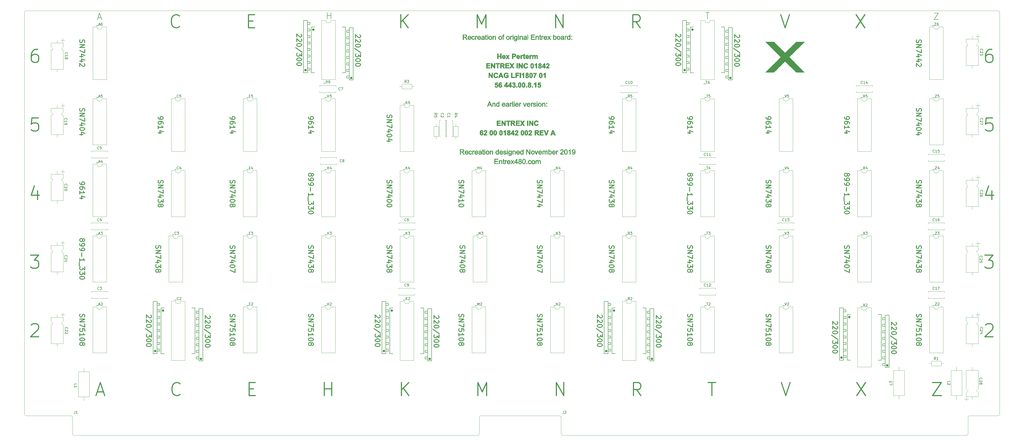
<source format=gto>
G04 #@! TF.GenerationSoftware,KiCad,Pcbnew,(5.1.4)-1*
G04 #@! TF.CreationDate,2019-11-18T03:08:56+02:00*
G04 #@! TF.ProjectId,HexPerTerminal,48657850-6572-4546-9572-6d696e616c2e,0.1*
G04 #@! TF.SameCoordinates,Original*
G04 #@! TF.FileFunction,Legend,Top*
G04 #@! TF.FilePolarity,Positive*
%FSLAX46Y46*%
G04 Gerber Fmt 4.6, Leading zero omitted, Abs format (unit mm)*
G04 Created by KiCad (PCBNEW (5.1.4)-1) date 2019-11-18 03:08:56*
%MOMM*%
%LPD*%
G04 APERTURE LIST*
%ADD10C,0.381000*%
%ADD11C,0.203200*%
%ADD12C,0.050000*%
%ADD13C,0.010000*%
%ADD14C,0.120000*%
%ADD15C,0.400000*%
%ADD16C,0.200000*%
%ADD17C,0.150000*%
%ADD18C,0.304800*%
G04 APERTURE END LIST*
D10*
X60151817Y-6132285D02*
X59909913Y-6374190D01*
X59184198Y-6616095D01*
X58700389Y-6616095D01*
X57974675Y-6374190D01*
X57490865Y-5890380D01*
X57248960Y-5406571D01*
X57007056Y-4438952D01*
X57007056Y-3713238D01*
X57248960Y-2745619D01*
X57490865Y-2261809D01*
X57974675Y-1778000D01*
X58700389Y-1536095D01*
X59184198Y-1536095D01*
X59909913Y-1778000D01*
X60151817Y-2019904D01*
D11*
X264704285Y-641047D02*
X266155714Y-641047D01*
X265430000Y-3181047D02*
X265430000Y-641047D01*
X28605238Y-2709333D02*
X29814761Y-2709333D01*
X28363333Y-3435047D02*
X29210000Y-895047D01*
X30056666Y-3435047D01*
D10*
X206394239Y-6616095D02*
X206394239Y-1536095D01*
X209297096Y-6616095D01*
X209297096Y-1536095D01*
X323146272Y-1536095D02*
X326532939Y-6616095D01*
X326532939Y-1536095D02*
X323146272Y-6616095D01*
X175936231Y-6616095D02*
X175936231Y-1536095D01*
X177629565Y-5164666D01*
X179322898Y-1536095D01*
X179322898Y-6616095D01*
X239271295Y-6616095D02*
X237577962Y-4197047D01*
X236368438Y-6616095D02*
X236368438Y-1536095D01*
X238303676Y-1536095D01*
X238787486Y-1778000D01*
X239029391Y-2019904D01*
X239271295Y-2503714D01*
X239271295Y-3229428D01*
X239029391Y-3713238D01*
X238787486Y-3955142D01*
X238303676Y-4197047D01*
X236368438Y-4197047D01*
X146203937Y-6616095D02*
X146203937Y-1536095D01*
X149106794Y-6616095D02*
X146929652Y-3713238D01*
X149106794Y-1536095D02*
X146203937Y-4438952D01*
X86981254Y-3955142D02*
X88674587Y-3955142D01*
X89400302Y-6616095D02*
X86981254Y-6616095D01*
X86981254Y-1536095D01*
X89400302Y-1536095D01*
D11*
X117638285Y-3181047D02*
X117638285Y-641047D01*
X117638285Y-1850571D02*
X119089714Y-1850571D01*
X119089714Y-3181047D02*
X119089714Y-641047D01*
D10*
X293897788Y-1536095D02*
X295591122Y-6616095D01*
X297284455Y-1536095D01*
D11*
X353483333Y-895047D02*
X355176666Y-895047D01*
X353483333Y-3435047D01*
X355176666Y-3435047D01*
D10*
X373452571Y-122161904D02*
X373694476Y-121920000D01*
X374178285Y-121678095D01*
X375387809Y-121678095D01*
X375871619Y-121920000D01*
X376113523Y-122161904D01*
X376355428Y-122645714D01*
X376355428Y-123129523D01*
X376113523Y-123855238D01*
X373210666Y-126758095D01*
X376355428Y-126758095D01*
X376113523Y-41668095D02*
X373694476Y-41668095D01*
X373452571Y-44087142D01*
X373694476Y-43845238D01*
X374178285Y-43603333D01*
X375387809Y-43603333D01*
X375871619Y-43845238D01*
X376113523Y-44087142D01*
X376355428Y-44570952D01*
X376355428Y-45780476D01*
X376113523Y-46264285D01*
X375871619Y-46506190D01*
X375387809Y-46748095D01*
X374178285Y-46748095D01*
X373694476Y-46506190D01*
X373452571Y-46264285D01*
X375871619Y-70031428D02*
X375871619Y-73418095D01*
X374662095Y-68096190D02*
X373452571Y-71724761D01*
X376597333Y-71724761D01*
X375871619Y-14998095D02*
X374904000Y-14998095D01*
X374420190Y-15240000D01*
X374178285Y-15481904D01*
X373694476Y-16207619D01*
X373452571Y-17175238D01*
X373452571Y-19110476D01*
X373694476Y-19594285D01*
X373936380Y-19836190D01*
X374420190Y-20078095D01*
X375387809Y-20078095D01*
X375871619Y-19836190D01*
X376113523Y-19594285D01*
X376355428Y-19110476D01*
X376355428Y-17900952D01*
X376113523Y-17417142D01*
X375871619Y-17175238D01*
X375387809Y-16933333D01*
X374420190Y-16933333D01*
X373936380Y-17175238D01*
X373694476Y-17417142D01*
X373452571Y-17900952D01*
X373210666Y-95008095D02*
X376355428Y-95008095D01*
X374662095Y-96943333D01*
X375387809Y-96943333D01*
X375871619Y-97185238D01*
X376113523Y-97427142D01*
X376355428Y-97910952D01*
X376355428Y-99120476D01*
X376113523Y-99604285D01*
X375871619Y-99846190D01*
X375387809Y-100088095D01*
X373936380Y-100088095D01*
X373452571Y-99846190D01*
X373210666Y-99604285D01*
X352890666Y-144538095D02*
X356277333Y-144538095D01*
X352890666Y-149618095D01*
X356277333Y-149618095D01*
X323400272Y-144538095D02*
X326786939Y-149618095D01*
X326786939Y-144538095D02*
X323400272Y-149618095D01*
X239525295Y-149618095D02*
X237831962Y-147199047D01*
X236622438Y-149618095D02*
X236622438Y-144538095D01*
X238557676Y-144538095D01*
X239041486Y-144780000D01*
X239283391Y-145021904D01*
X239525295Y-145505714D01*
X239525295Y-146231428D01*
X239283391Y-146715238D01*
X239041486Y-146957142D01*
X238557676Y-147199047D01*
X236622438Y-147199047D01*
X294151788Y-144538095D02*
X295845122Y-149618095D01*
X297538455Y-144538095D01*
X265629018Y-144538095D02*
X268531875Y-144538095D01*
X267080447Y-149618095D02*
X267080447Y-144538095D01*
X206648239Y-149618095D02*
X206648239Y-144538095D01*
X209551096Y-149618095D01*
X209551096Y-144538095D01*
X176190231Y-149618095D02*
X176190231Y-144538095D01*
X177883565Y-148166666D01*
X179576898Y-144538095D01*
X179576898Y-149618095D01*
X60405817Y-149134285D02*
X60163913Y-149376190D01*
X59438198Y-149618095D01*
X58954389Y-149618095D01*
X58228675Y-149376190D01*
X57744865Y-148892380D01*
X57502960Y-148408571D01*
X57261056Y-147440952D01*
X57261056Y-146715238D01*
X57502960Y-145747619D01*
X57744865Y-145263809D01*
X58228675Y-144780000D01*
X58954389Y-144538095D01*
X59438198Y-144538095D01*
X60163913Y-144780000D01*
X60405817Y-145021904D01*
X146457937Y-149618095D02*
X146457937Y-144538095D01*
X149360794Y-149618095D02*
X147183652Y-146715238D01*
X149360794Y-144538095D02*
X146457937Y-147440952D01*
X116483738Y-149618095D02*
X116483738Y-144538095D01*
X116483738Y-146957142D02*
X119386595Y-146957142D01*
X119386595Y-149618095D02*
X119386595Y-144538095D01*
X87235254Y-146957142D02*
X88928587Y-146957142D01*
X89654302Y-149618095D02*
X87235254Y-149618095D01*
X87235254Y-144538095D01*
X89654302Y-144538095D01*
X28254476Y-148166666D02*
X30673523Y-148166666D01*
X27770666Y-149618095D02*
X29464000Y-144538095D01*
X31157333Y-149618095D01*
X5031619Y-14998095D02*
X4064000Y-14998095D01*
X3580190Y-15240000D01*
X3338285Y-15481904D01*
X2854476Y-16207619D01*
X2612571Y-17175238D01*
X2612571Y-19110476D01*
X2854476Y-19594285D01*
X3096380Y-19836190D01*
X3580190Y-20078095D01*
X4547809Y-20078095D01*
X5031619Y-19836190D01*
X5273523Y-19594285D01*
X5515428Y-19110476D01*
X5515428Y-17900952D01*
X5273523Y-17417142D01*
X5031619Y-17175238D01*
X4547809Y-16933333D01*
X3580190Y-16933333D01*
X3096380Y-17175238D01*
X2854476Y-17417142D01*
X2612571Y-17900952D01*
X5273523Y-41668095D02*
X2854476Y-41668095D01*
X2612571Y-44087142D01*
X2854476Y-43845238D01*
X3338285Y-43603333D01*
X4547809Y-43603333D01*
X5031619Y-43845238D01*
X5273523Y-44087142D01*
X5515428Y-44570952D01*
X5515428Y-45780476D01*
X5273523Y-46264285D01*
X5031619Y-46506190D01*
X4547809Y-46748095D01*
X3338285Y-46748095D01*
X2854476Y-46506190D01*
X2612571Y-46264285D01*
X5031619Y-70031428D02*
X5031619Y-73418095D01*
X3822095Y-68096190D02*
X2612571Y-71724761D01*
X5757333Y-71724761D01*
X2370666Y-95008095D02*
X5515428Y-95008095D01*
X3822095Y-96943333D01*
X4547809Y-96943333D01*
X5031619Y-97185238D01*
X5273523Y-97427142D01*
X5515428Y-97910952D01*
X5515428Y-99120476D01*
X5273523Y-99604285D01*
X5031619Y-99846190D01*
X4547809Y-100088095D01*
X3096380Y-100088095D01*
X2612571Y-99846190D01*
X2370666Y-99604285D01*
X2612571Y-122161904D02*
X2854476Y-121920000D01*
X3338285Y-121678095D01*
X4547809Y-121678095D01*
X5031619Y-121920000D01*
X5273523Y-122161904D01*
X5515428Y-122645714D01*
X5515428Y-123129523D01*
X5273523Y-123855238D01*
X2370666Y-126758095D01*
X5515428Y-126758095D01*
D12*
X18669000Y-158115000D02*
X18669000Y-164465000D01*
X19304000Y-165100000D02*
G75*
G02X18669000Y-164465000I0J635000D01*
G01*
X0Y-635000D02*
X0Y-156845000D01*
X176784000Y-158115000D02*
G75*
G02X177419000Y-157480000I635000J0D01*
G01*
X18034000Y-157480000D02*
G75*
G02X18669000Y-158115000I0J-635000D01*
G01*
X366649000Y-164465000D02*
G75*
G02X366014000Y-165100000I-635000J0D01*
G01*
X366649000Y-164465000D02*
X366649000Y-158115000D01*
X209169000Y-165100000D02*
X266954000Y-165100000D01*
X208534000Y-158115000D02*
X208534000Y-164465000D01*
X209169000Y-165100000D02*
G75*
G02X208534000Y-164465000I0J635000D01*
G01*
X207899000Y-157480000D02*
G75*
G02X208534000Y-158115000I0J-635000D01*
G01*
X266954000Y-165100000D02*
X366014000Y-165100000D01*
X96139000Y-165100000D02*
X176149000Y-165100000D01*
X176784000Y-158115000D02*
X176784000Y-164465000D01*
X207899000Y-157480000D02*
X177419000Y-157480000D01*
X176784000Y-164465000D02*
G75*
G02X176149000Y-165100000I-635000J0D01*
G01*
X366649000Y-158115000D02*
G75*
G02X367284000Y-157480000I635000J0D01*
G01*
X378968000Y-156845000D02*
G75*
G02X378333000Y-157480000I-635000J0D01*
G01*
X367284000Y-157480000D02*
X378333000Y-157480000D01*
X378968000Y-635000D02*
X378968000Y-156845000D01*
X19304000Y-165100000D02*
X96139000Y-165100000D01*
X635000Y-157480000D02*
X18034000Y-157480000D01*
X378333000Y0D02*
X635000Y0D01*
X378333000Y0D02*
G75*
G02X378968000Y-635000I0J-635000D01*
G01*
X635000Y-157480000D02*
G75*
G02X0Y-156845000I0J635000D01*
G01*
X0Y-635000D02*
G75*
G02X635000Y0I635000J0D01*
G01*
D13*
G36*
X192064268Y-9571463D02*
G01*
X191816463Y-9571463D01*
X191816463Y-9292683D01*
X192064268Y-9292683D01*
X192064268Y-9571463D01*
X192064268Y-9571463D01*
G37*
X192064268Y-9571463D02*
X191816463Y-9571463D01*
X191816463Y-9292683D01*
X192064268Y-9292683D01*
X192064268Y-9571463D01*
G36*
X189839344Y-9298645D02*
G01*
X189920804Y-9307601D01*
X189957907Y-9330343D01*
X189968104Y-9384891D01*
X189968565Y-9432073D01*
X189965487Y-9510407D01*
X189944621Y-9547521D01*
X189888516Y-9561433D01*
X189839344Y-9565500D01*
X189710122Y-9575025D01*
X189710122Y-9289121D01*
X189839344Y-9298645D01*
X189839344Y-9298645D01*
G37*
X189839344Y-9298645D02*
X189920804Y-9307601D01*
X189957907Y-9330343D01*
X189968104Y-9384891D01*
X189968565Y-9432073D01*
X189965487Y-9510407D01*
X189944621Y-9547521D01*
X189888516Y-9561433D01*
X189839344Y-9565500D01*
X189710122Y-9575025D01*
X189710122Y-9289121D01*
X189839344Y-9298645D01*
G36*
X179989100Y-9298645D02*
G01*
X180070560Y-9307601D01*
X180107663Y-9330343D01*
X180117860Y-9384891D01*
X180118321Y-9432073D01*
X180115243Y-9510407D01*
X180094377Y-9547521D01*
X180038272Y-9561433D01*
X179989100Y-9565500D01*
X179859878Y-9575025D01*
X179859878Y-9289121D01*
X179989100Y-9298645D01*
X179989100Y-9298645D01*
G37*
X179989100Y-9298645D02*
X180070560Y-9307601D01*
X180107663Y-9330343D01*
X180117860Y-9384891D01*
X180118321Y-9432073D01*
X180115243Y-9510407D01*
X180094377Y-9547521D01*
X180038272Y-9561433D01*
X179989100Y-9565500D01*
X179859878Y-9575025D01*
X179859878Y-9289121D01*
X179989100Y-9298645D01*
G36*
X212771463Y-9834756D02*
G01*
X212790513Y-10098048D01*
X212477195Y-10098048D01*
X212477195Y-9815874D01*
X212771463Y-9834756D01*
X212771463Y-9834756D01*
G37*
X212771463Y-9834756D02*
X212790513Y-10098048D01*
X212477195Y-10098048D01*
X212477195Y-9815874D01*
X212771463Y-9834756D01*
G36*
X212786951Y-11244146D02*
G01*
X212477195Y-11244146D01*
X212477195Y-10965366D01*
X212786951Y-10965366D01*
X212786951Y-11244146D01*
X212786951Y-11244146D01*
G37*
X212786951Y-11244146D02*
X212477195Y-11244146D01*
X212477195Y-10965366D01*
X212786951Y-10965366D01*
X212786951Y-11244146D01*
G36*
X210663477Y-9818725D02*
G01*
X210738158Y-9847120D01*
X210767617Y-9879683D01*
X210760705Y-9936732D01*
X210740922Y-9996510D01*
X210716312Y-10053741D01*
X210682119Y-10078188D01*
X210617486Y-10079350D01*
X210569797Y-10074457D01*
X210470349Y-10074404D01*
X210392453Y-10102930D01*
X210333843Y-10165538D01*
X210292254Y-10267730D01*
X210265420Y-10415007D01*
X210251076Y-10612872D01*
X210246951Y-10858476D01*
X210246951Y-11244146D01*
X209999146Y-11244146D01*
X209999146Y-9819268D01*
X210110461Y-9819268D01*
X210191516Y-9828282D01*
X210230586Y-9861324D01*
X210238397Y-9882829D01*
X210252842Y-9925575D01*
X210275188Y-9924927D01*
X210320680Y-9885125D01*
X210439366Y-9813943D01*
X210577346Y-9799917D01*
X210663477Y-9818725D01*
X210663477Y-9818725D01*
G37*
X210663477Y-9818725D02*
X210738158Y-9847120D01*
X210767617Y-9879683D01*
X210760705Y-9936732D01*
X210740922Y-9996510D01*
X210716312Y-10053741D01*
X210682119Y-10078188D01*
X210617486Y-10079350D01*
X210569797Y-10074457D01*
X210470349Y-10074404D01*
X210392453Y-10102930D01*
X210333843Y-10165538D01*
X210292254Y-10267730D01*
X210265420Y-10415007D01*
X210251076Y-10612872D01*
X210246951Y-10858476D01*
X210246951Y-11244146D01*
X209999146Y-11244146D01*
X209999146Y-9819268D01*
X210110461Y-9819268D01*
X210191516Y-9828282D01*
X210230586Y-9861324D01*
X210238397Y-9882829D01*
X210252842Y-9925575D01*
X210275188Y-9924927D01*
X210320680Y-9885125D01*
X210439366Y-9813943D01*
X210577346Y-9799917D01*
X210663477Y-9818725D01*
G36*
X204399468Y-9824865D02*
G01*
X204448556Y-9839005D01*
X204454512Y-9847088D01*
X204437098Y-9881604D01*
X204389731Y-9954752D01*
X204319725Y-10055674D01*
X204237683Y-10169047D01*
X204152656Y-10287140D01*
X204083283Y-10388729D01*
X204036912Y-10462688D01*
X204020854Y-10497334D01*
X204037794Y-10536957D01*
X204082847Y-10612274D01*
X204147356Y-10709119D01*
X204169514Y-10740680D01*
X204255917Y-10862991D01*
X204343620Y-10988307D01*
X204414627Y-11090908D01*
X204418807Y-11097012D01*
X204519440Y-11244146D01*
X204208595Y-11244146D01*
X204048550Y-11004085D01*
X203975945Y-10896088D01*
X203915064Y-10807201D01*
X203874886Y-10750456D01*
X203865379Y-10738223D01*
X203840169Y-10751533D01*
X203790288Y-10807810D01*
X203723677Y-10897350D01*
X203668955Y-10978284D01*
X203495658Y-11244146D01*
X203181453Y-11244146D01*
X203407556Y-10918597D01*
X203495613Y-10791698D01*
X203572417Y-10680808D01*
X203630181Y-10597186D01*
X203661114Y-10552091D01*
X203662383Y-10550207D01*
X203663376Y-10513178D01*
X203633382Y-10444779D01*
X203569486Y-10339623D01*
X203468785Y-10192341D01*
X203383861Y-10069791D01*
X203313902Y-9964623D01*
X203265827Y-9887543D01*
X203246555Y-9849257D01*
X203246463Y-9848291D01*
X203274141Y-9830932D01*
X203344120Y-9820561D01*
X203384910Y-9819268D01*
X203451553Y-9821054D01*
X203500288Y-9832997D01*
X203543668Y-9864976D01*
X203594246Y-9926870D01*
X203664574Y-10028556D01*
X203680122Y-10051585D01*
X203750242Y-10153873D01*
X203806701Y-10233185D01*
X203841203Y-10278012D01*
X203847563Y-10283902D01*
X203868634Y-10260197D01*
X203916191Y-10196667D01*
X203981844Y-10104690D01*
X204018839Y-10051585D01*
X204095666Y-9942058D01*
X204150016Y-9873846D01*
X204194442Y-9837168D01*
X204241496Y-9822241D01*
X204303732Y-9819284D01*
X204316976Y-9819268D01*
X204399468Y-9824865D01*
X204399468Y-9824865D01*
G37*
X204399468Y-9824865D02*
X204448556Y-9839005D01*
X204454512Y-9847088D01*
X204437098Y-9881604D01*
X204389731Y-9954752D01*
X204319725Y-10055674D01*
X204237683Y-10169047D01*
X204152656Y-10287140D01*
X204083283Y-10388729D01*
X204036912Y-10462688D01*
X204020854Y-10497334D01*
X204037794Y-10536957D01*
X204082847Y-10612274D01*
X204147356Y-10709119D01*
X204169514Y-10740680D01*
X204255917Y-10862991D01*
X204343620Y-10988307D01*
X204414627Y-11090908D01*
X204418807Y-11097012D01*
X204519440Y-11244146D01*
X204208595Y-11244146D01*
X204048550Y-11004085D01*
X203975945Y-10896088D01*
X203915064Y-10807201D01*
X203874886Y-10750456D01*
X203865379Y-10738223D01*
X203840169Y-10751533D01*
X203790288Y-10807810D01*
X203723677Y-10897350D01*
X203668955Y-10978284D01*
X203495658Y-11244146D01*
X203181453Y-11244146D01*
X203407556Y-10918597D01*
X203495613Y-10791698D01*
X203572417Y-10680808D01*
X203630181Y-10597186D01*
X203661114Y-10552091D01*
X203662383Y-10550207D01*
X203663376Y-10513178D01*
X203633382Y-10444779D01*
X203569486Y-10339623D01*
X203468785Y-10192341D01*
X203383861Y-10069791D01*
X203313902Y-9964623D01*
X203265827Y-9887543D01*
X203246555Y-9849257D01*
X203246463Y-9848291D01*
X203274141Y-9830932D01*
X203344120Y-9820561D01*
X203384910Y-9819268D01*
X203451553Y-9821054D01*
X203500288Y-9832997D01*
X203543668Y-9864976D01*
X203594246Y-9926870D01*
X203664574Y-10028556D01*
X203680122Y-10051585D01*
X203750242Y-10153873D01*
X203806701Y-10233185D01*
X203841203Y-10278012D01*
X203847563Y-10283902D01*
X203868634Y-10260197D01*
X203916191Y-10196667D01*
X203981844Y-10104690D01*
X204018839Y-10051585D01*
X204095666Y-9942058D01*
X204150016Y-9873846D01*
X204194442Y-9837168D01*
X204241496Y-9822241D01*
X204303732Y-9819284D01*
X204316976Y-9819268D01*
X204399468Y-9824865D01*
G36*
X201556648Y-9818725D02*
G01*
X201631328Y-9847120D01*
X201660788Y-9879683D01*
X201653876Y-9936732D01*
X201634092Y-9996510D01*
X201609483Y-10053741D01*
X201575290Y-10078188D01*
X201510657Y-10079350D01*
X201462968Y-10074457D01*
X201363520Y-10074404D01*
X201285624Y-10102930D01*
X201227014Y-10165538D01*
X201185425Y-10267730D01*
X201158591Y-10415007D01*
X201144246Y-10612872D01*
X201140122Y-10858476D01*
X201140122Y-11244146D01*
X200892317Y-11244146D01*
X200892317Y-9819268D01*
X201003632Y-9819268D01*
X201084687Y-9828282D01*
X201123756Y-9861324D01*
X201131568Y-9882829D01*
X201146013Y-9925575D01*
X201168359Y-9924927D01*
X201213851Y-9885125D01*
X201332537Y-9813943D01*
X201470516Y-9799917D01*
X201556648Y-9818725D01*
X201556648Y-9818725D01*
G37*
X201556648Y-9818725D02*
X201631328Y-9847120D01*
X201660788Y-9879683D01*
X201653876Y-9936732D01*
X201634092Y-9996510D01*
X201609483Y-10053741D01*
X201575290Y-10078188D01*
X201510657Y-10079350D01*
X201462968Y-10074457D01*
X201363520Y-10074404D01*
X201285624Y-10102930D01*
X201227014Y-10165538D01*
X201185425Y-10267730D01*
X201158591Y-10415007D01*
X201144246Y-10612872D01*
X201140122Y-10858476D01*
X201140122Y-11244146D01*
X200892317Y-11244146D01*
X200892317Y-9819268D01*
X201003632Y-9819268D01*
X201084687Y-9828282D01*
X201123756Y-9861324D01*
X201131568Y-9882829D01*
X201146013Y-9925575D01*
X201168359Y-9924927D01*
X201213851Y-9885125D01*
X201332537Y-9813943D01*
X201470516Y-9799917D01*
X201556648Y-9818725D01*
G36*
X199474570Y-9815192D02*
G01*
X199615100Y-9886046D01*
X199719331Y-9993574D01*
X199746585Y-10042795D01*
X199769132Y-10099929D01*
X199785381Y-10163961D01*
X199796337Y-10245891D01*
X199803004Y-10356721D01*
X199806386Y-10507452D01*
X199807490Y-10709085D01*
X199807490Y-10709817D01*
X199808171Y-11244146D01*
X199529390Y-11244146D01*
X199529390Y-10721738D01*
X199528816Y-10527868D01*
X199526394Y-10385830D01*
X199521077Y-10285512D01*
X199511817Y-10216798D01*
X199497567Y-10169576D01*
X199477278Y-10133732D01*
X199467062Y-10120092D01*
X199369548Y-10041823D01*
X199247988Y-10017553D01*
X199116838Y-10047241D01*
X199041596Y-10084047D01*
X198985381Y-10128959D01*
X198945141Y-10191233D01*
X198917822Y-10280125D01*
X198900372Y-10404889D01*
X198889740Y-10574783D01*
X198883992Y-10753321D01*
X198871501Y-11244146D01*
X198631098Y-11244146D01*
X198631098Y-9815528D01*
X198746033Y-9825142D01*
X198827117Y-9840271D01*
X198866907Y-9876287D01*
X198879002Y-9911883D01*
X198897409Y-9961115D01*
X198919134Y-9952883D01*
X198922766Y-9947377D01*
X198977553Y-9899225D01*
X199071179Y-9851064D01*
X199181203Y-9811975D01*
X199285185Y-9791038D01*
X199312561Y-9789653D01*
X199474570Y-9815192D01*
X199474570Y-9815192D01*
G37*
X199474570Y-9815192D02*
X199615100Y-9886046D01*
X199719331Y-9993574D01*
X199746585Y-10042795D01*
X199769132Y-10099929D01*
X199785381Y-10163961D01*
X199796337Y-10245891D01*
X199803004Y-10356721D01*
X199806386Y-10507452D01*
X199807490Y-10709085D01*
X199807490Y-10709817D01*
X199808171Y-11244146D01*
X199529390Y-11244146D01*
X199529390Y-10721738D01*
X199528816Y-10527868D01*
X199526394Y-10385830D01*
X199521077Y-10285512D01*
X199511817Y-10216798D01*
X199497567Y-10169576D01*
X199477278Y-10133732D01*
X199467062Y-10120092D01*
X199369548Y-10041823D01*
X199247988Y-10017553D01*
X199116838Y-10047241D01*
X199041596Y-10084047D01*
X198985381Y-10128959D01*
X198945141Y-10191233D01*
X198917822Y-10280125D01*
X198900372Y-10404889D01*
X198889740Y-10574783D01*
X198883992Y-10753321D01*
X198871501Y-11244146D01*
X198631098Y-11244146D01*
X198631098Y-9815528D01*
X198746033Y-9825142D01*
X198827117Y-9840271D01*
X198866907Y-9876287D01*
X198879002Y-9911883D01*
X198897409Y-9961115D01*
X198919134Y-9952883D01*
X198922766Y-9947377D01*
X198977553Y-9899225D01*
X199071179Y-9851064D01*
X199181203Y-9811975D01*
X199285185Y-9791038D01*
X199312561Y-9789653D01*
X199474570Y-9815192D01*
G36*
X198259390Y-9540487D02*
G01*
X197110968Y-9540487D01*
X197119874Y-9827012D01*
X197128781Y-10113536D01*
X197663110Y-10122012D01*
X198197439Y-10130487D01*
X198197439Y-10345853D01*
X197113293Y-10345853D01*
X197113293Y-10995003D01*
X197709573Y-11003416D01*
X198305854Y-11011829D01*
X198315467Y-11127987D01*
X198325081Y-11244146D01*
X196834512Y-11244146D01*
X196834512Y-9292683D01*
X198259390Y-9292683D01*
X198259390Y-9540487D01*
X198259390Y-9540487D01*
G37*
X198259390Y-9540487D02*
X197110968Y-9540487D01*
X197119874Y-9827012D01*
X197128781Y-10113536D01*
X197663110Y-10122012D01*
X198197439Y-10130487D01*
X198197439Y-10345853D01*
X197113293Y-10345853D01*
X197113293Y-10995003D01*
X197709573Y-11003416D01*
X198305854Y-11011829D01*
X198315467Y-11127987D01*
X198325081Y-11244146D01*
X196834512Y-11244146D01*
X196834512Y-9292683D01*
X198259390Y-9292683D01*
X198259390Y-9540487D01*
G36*
X195688415Y-11244146D02*
G01*
X195440610Y-11244146D01*
X195440610Y-9292683D01*
X195688415Y-9292683D01*
X195688415Y-11244146D01*
X195688415Y-11244146D01*
G37*
X195688415Y-11244146D02*
X195440610Y-11244146D01*
X195440610Y-9292683D01*
X195688415Y-9292683D01*
X195688415Y-11244146D01*
G36*
X193279448Y-9815192D02*
G01*
X193419978Y-9886046D01*
X193524209Y-9993574D01*
X193551463Y-10042795D01*
X193574010Y-10099929D01*
X193590259Y-10163961D01*
X193601215Y-10245891D01*
X193607882Y-10356721D01*
X193611264Y-10507452D01*
X193612368Y-10709085D01*
X193612369Y-10709817D01*
X193613049Y-11244146D01*
X193334268Y-11244146D01*
X193334268Y-10721738D01*
X193333694Y-10527868D01*
X193331272Y-10385830D01*
X193325955Y-10285512D01*
X193316695Y-10216798D01*
X193302445Y-10169576D01*
X193282156Y-10133732D01*
X193271940Y-10120092D01*
X193174426Y-10041823D01*
X193052867Y-10017553D01*
X192921716Y-10047241D01*
X192846474Y-10084047D01*
X192790259Y-10128959D01*
X192750019Y-10191233D01*
X192722700Y-10280125D01*
X192705250Y-10404889D01*
X192694618Y-10574783D01*
X192688870Y-10753321D01*
X192676379Y-11244146D01*
X192435976Y-11244146D01*
X192435976Y-9815528D01*
X192550911Y-9825142D01*
X192631995Y-9840271D01*
X192671785Y-9876287D01*
X192683880Y-9911883D01*
X192702287Y-9961115D01*
X192724013Y-9952883D01*
X192727644Y-9947377D01*
X192782431Y-9899225D01*
X192876057Y-9851064D01*
X192986081Y-9811975D01*
X193090063Y-9791038D01*
X193117439Y-9789653D01*
X193279448Y-9815192D01*
X193279448Y-9815192D01*
G37*
X193279448Y-9815192D02*
X193419978Y-9886046D01*
X193524209Y-9993574D01*
X193551463Y-10042795D01*
X193574010Y-10099929D01*
X193590259Y-10163961D01*
X193601215Y-10245891D01*
X193607882Y-10356721D01*
X193611264Y-10507452D01*
X193612368Y-10709085D01*
X193612369Y-10709817D01*
X193613049Y-11244146D01*
X193334268Y-11244146D01*
X193334268Y-10721738D01*
X193333694Y-10527868D01*
X193331272Y-10385830D01*
X193325955Y-10285512D01*
X193316695Y-10216798D01*
X193302445Y-10169576D01*
X193282156Y-10133732D01*
X193271940Y-10120092D01*
X193174426Y-10041823D01*
X193052867Y-10017553D01*
X192921716Y-10047241D01*
X192846474Y-10084047D01*
X192790259Y-10128959D01*
X192750019Y-10191233D01*
X192722700Y-10280125D01*
X192705250Y-10404889D01*
X192694618Y-10574783D01*
X192688870Y-10753321D01*
X192676379Y-11244146D01*
X192435976Y-11244146D01*
X192435976Y-9815528D01*
X192550911Y-9825142D01*
X192631995Y-9840271D01*
X192671785Y-9876287D01*
X192683880Y-9911883D01*
X192702287Y-9961115D01*
X192724013Y-9952883D01*
X192727644Y-9947377D01*
X192782431Y-9899225D01*
X192876057Y-9851064D01*
X192986081Y-9811975D01*
X193090063Y-9791038D01*
X193117439Y-9789653D01*
X193279448Y-9815192D01*
G36*
X192017391Y-9826336D02*
G01*
X192065012Y-9843913D01*
X192069431Y-9849964D01*
X192072055Y-9888711D01*
X192073634Y-9980025D01*
X192074148Y-10114528D01*
X192073578Y-10282846D01*
X192071906Y-10475601D01*
X192070860Y-10562404D01*
X192061965Y-11244146D01*
X191816463Y-11244146D01*
X191816463Y-9819268D01*
X191937785Y-9819268D01*
X192017391Y-9826336D01*
X192017391Y-9826336D01*
G37*
X192017391Y-9826336D02*
X192065012Y-9843913D01*
X192069431Y-9849964D01*
X192072055Y-9888711D01*
X192073634Y-9980025D01*
X192074148Y-10114528D01*
X192073578Y-10282846D01*
X192071906Y-10475601D01*
X192070860Y-10562404D01*
X192061965Y-11244146D01*
X191816463Y-11244146D01*
X191816463Y-9819268D01*
X191937785Y-9819268D01*
X192017391Y-9826336D01*
G36*
X189962764Y-9834756D02*
G01*
X189968089Y-10539438D01*
X189973415Y-11244120D01*
X189841768Y-11244133D01*
X189710122Y-11244146D01*
X189710122Y-9815706D01*
X189962764Y-9834756D01*
X189962764Y-9834756D01*
G37*
X189962764Y-9834756D02*
X189968089Y-10539438D01*
X189973415Y-11244120D01*
X189841768Y-11244133D01*
X189710122Y-11244146D01*
X189710122Y-9815706D01*
X189962764Y-9834756D01*
G36*
X189445184Y-9818725D02*
G01*
X189519865Y-9847120D01*
X189549324Y-9879683D01*
X189542412Y-9936732D01*
X189522629Y-9996510D01*
X189498020Y-10053741D01*
X189463827Y-10078188D01*
X189399193Y-10079350D01*
X189351504Y-10074457D01*
X189252056Y-10074404D01*
X189174160Y-10102930D01*
X189115550Y-10165538D01*
X189073961Y-10267730D01*
X189047127Y-10415007D01*
X189032783Y-10612872D01*
X189028659Y-10858476D01*
X189028659Y-11244146D01*
X188780854Y-11244146D01*
X188780854Y-9819268D01*
X188892168Y-9819268D01*
X188973223Y-9828282D01*
X189012293Y-9861324D01*
X189020104Y-9882829D01*
X189034549Y-9925575D01*
X189056896Y-9924927D01*
X189102387Y-9885125D01*
X189221074Y-9813943D01*
X189359053Y-9799917D01*
X189445184Y-9818725D01*
X189445184Y-9818725D01*
G37*
X189445184Y-9818725D02*
X189519865Y-9847120D01*
X189549324Y-9879683D01*
X189542412Y-9936732D01*
X189522629Y-9996510D01*
X189498020Y-10053741D01*
X189463827Y-10078188D01*
X189399193Y-10079350D01*
X189351504Y-10074457D01*
X189252056Y-10074404D01*
X189174160Y-10102930D01*
X189115550Y-10165538D01*
X189073961Y-10267730D01*
X189047127Y-10415007D01*
X189032783Y-10612872D01*
X189028659Y-10858476D01*
X189028659Y-11244146D01*
X188780854Y-11244146D01*
X188780854Y-9819268D01*
X188892168Y-9819268D01*
X188973223Y-9828282D01*
X189012293Y-9861324D01*
X189020104Y-9882829D01*
X189034549Y-9925575D01*
X189056896Y-9924927D01*
X189102387Y-9885125D01*
X189221074Y-9813943D01*
X189359053Y-9799917D01*
X189445184Y-9818725D01*
G36*
X186369215Y-9274679D02*
G01*
X186419928Y-9288589D01*
X186439184Y-9318061D01*
X186442195Y-9370122D01*
X186436866Y-9428552D01*
X186409661Y-9459217D01*
X186343755Y-9475850D01*
X186306097Y-9481210D01*
X186185145Y-9515437D01*
X186114018Y-9582938D01*
X186086708Y-9690143D01*
X186085976Y-9716774D01*
X186089219Y-9779447D01*
X186110107Y-9809338D01*
X186165376Y-9818582D01*
X186227328Y-9819268D01*
X186313546Y-9821339D01*
X186353401Y-9835499D01*
X186362478Y-9873666D01*
X186358975Y-9919939D01*
X186347793Y-9983686D01*
X186318208Y-10014665D01*
X186251583Y-10027407D01*
X186217622Y-10030134D01*
X186085976Y-10039659D01*
X186085976Y-11244146D01*
X185838171Y-11244146D01*
X185838171Y-10040022D01*
X185737500Y-10030316D01*
X185666538Y-10015298D01*
X185635972Y-9974914D01*
X185627123Y-9919939D01*
X185625164Y-9852969D01*
X185648480Y-9825126D01*
X185714181Y-9819301D01*
X185727794Y-9819268D01*
X185838171Y-9819268D01*
X185838171Y-9665847D01*
X185857019Y-9497892D01*
X185915194Y-9377016D01*
X186015147Y-9300969D01*
X186159324Y-9267499D01*
X186271829Y-9267133D01*
X186369215Y-9274679D01*
X186369215Y-9274679D01*
G37*
X186369215Y-9274679D02*
X186419928Y-9288589D01*
X186439184Y-9318061D01*
X186442195Y-9370122D01*
X186436866Y-9428552D01*
X186409661Y-9459217D01*
X186343755Y-9475850D01*
X186306097Y-9481210D01*
X186185145Y-9515437D01*
X186114018Y-9582938D01*
X186086708Y-9690143D01*
X186085976Y-9716774D01*
X186089219Y-9779447D01*
X186110107Y-9809338D01*
X186165376Y-9818582D01*
X186227328Y-9819268D01*
X186313546Y-9821339D01*
X186353401Y-9835499D01*
X186362478Y-9873666D01*
X186358975Y-9919939D01*
X186347793Y-9983686D01*
X186318208Y-10014665D01*
X186251583Y-10027407D01*
X186217622Y-10030134D01*
X186085976Y-10039659D01*
X186085976Y-11244146D01*
X185838171Y-11244146D01*
X185838171Y-10040022D01*
X185737500Y-10030316D01*
X185666538Y-10015298D01*
X185635972Y-9974914D01*
X185627123Y-9919939D01*
X185625164Y-9852969D01*
X185648480Y-9825126D01*
X185714181Y-9819301D01*
X185727794Y-9819268D01*
X185838171Y-9819268D01*
X185838171Y-9665847D01*
X185857019Y-9497892D01*
X185915194Y-9377016D01*
X186015147Y-9300969D01*
X186159324Y-9267499D01*
X186271829Y-9267133D01*
X186369215Y-9274679D01*
G36*
X182750116Y-9808235D02*
G01*
X182916768Y-9861002D01*
X182932149Y-9868672D01*
X183001118Y-9914203D01*
X183053739Y-9975709D01*
X183092036Y-10061277D01*
X183118032Y-10178998D01*
X183133753Y-10336959D01*
X183141221Y-10543249D01*
X183142612Y-10709817D01*
X183143293Y-11244146D01*
X182864512Y-11244146D01*
X182864512Y-10186210D01*
X182773968Y-10095666D01*
X182687135Y-10028327D01*
X182597926Y-10008516D01*
X182487235Y-10033500D01*
X182447756Y-10048998D01*
X182373905Y-10085403D01*
X182318710Y-10130422D01*
X182279176Y-10193276D01*
X182252311Y-10283183D01*
X182235122Y-10409364D01*
X182224616Y-10581038D01*
X182219114Y-10753321D01*
X182206623Y-11244146D01*
X181966220Y-11244146D01*
X181966220Y-9815528D01*
X182082378Y-9825142D01*
X182162379Y-9839176D01*
X182199269Y-9871484D01*
X182208829Y-9907456D01*
X182218701Y-9956640D01*
X182239372Y-9958883D01*
X182286268Y-9919016D01*
X182417829Y-9838570D01*
X182578124Y-9801200D01*
X182750116Y-9808235D01*
X182750116Y-9808235D01*
G37*
X182750116Y-9808235D02*
X182916768Y-9861002D01*
X182932149Y-9868672D01*
X183001118Y-9914203D01*
X183053739Y-9975709D01*
X183092036Y-10061277D01*
X183118032Y-10178998D01*
X183133753Y-10336959D01*
X183141221Y-10543249D01*
X183142612Y-10709817D01*
X183143293Y-11244146D01*
X182864512Y-11244146D01*
X182864512Y-10186210D01*
X182773968Y-10095666D01*
X182687135Y-10028327D01*
X182597926Y-10008516D01*
X182487235Y-10033500D01*
X182447756Y-10048998D01*
X182373905Y-10085403D01*
X182318710Y-10130422D01*
X182279176Y-10193276D01*
X182252311Y-10283183D01*
X182235122Y-10409364D01*
X182224616Y-10581038D01*
X182219114Y-10753321D01*
X182206623Y-11244146D01*
X181966220Y-11244146D01*
X181966220Y-9815528D01*
X182082378Y-9825142D01*
X182162379Y-9839176D01*
X182199269Y-9871484D01*
X182208829Y-9907456D01*
X182218701Y-9956640D01*
X182239372Y-9958883D01*
X182286268Y-9919016D01*
X182417829Y-9838570D01*
X182578124Y-9801200D01*
X182750116Y-9808235D01*
G36*
X180060805Y-9826336D02*
G01*
X180108426Y-9843913D01*
X180112846Y-9849964D01*
X180115470Y-9888711D01*
X180117048Y-9980025D01*
X180117562Y-10114528D01*
X180116993Y-10282846D01*
X180115321Y-10475601D01*
X180114275Y-10562404D01*
X180105379Y-11244146D01*
X179859878Y-11244146D01*
X179859878Y-9819268D01*
X179981199Y-9819268D01*
X180060805Y-9826336D01*
X180060805Y-9826336D01*
G37*
X180060805Y-9826336D02*
X180108426Y-9843913D01*
X180112846Y-9849964D01*
X180115470Y-9888711D01*
X180117048Y-9980025D01*
X180117562Y-10114528D01*
X180116993Y-10282846D01*
X180115321Y-10475601D01*
X180114275Y-10562404D01*
X180105379Y-11244146D01*
X179859878Y-11244146D01*
X179859878Y-9819268D01*
X179981199Y-9819268D01*
X180060805Y-9826336D01*
G36*
X175815916Y-9818725D02*
G01*
X175890597Y-9847120D01*
X175920056Y-9879683D01*
X175913144Y-9936732D01*
X175893361Y-9996510D01*
X175868751Y-10053741D01*
X175834558Y-10078188D01*
X175769925Y-10079350D01*
X175722236Y-10074457D01*
X175622788Y-10074404D01*
X175544892Y-10102930D01*
X175486282Y-10165538D01*
X175444693Y-10267730D01*
X175417859Y-10415007D01*
X175403515Y-10612872D01*
X175399390Y-10858476D01*
X175399390Y-11244146D01*
X175151585Y-11244146D01*
X175151585Y-9819268D01*
X175262900Y-9819268D01*
X175343955Y-9828282D01*
X175383025Y-9861324D01*
X175390836Y-9882829D01*
X175405281Y-9925575D01*
X175427627Y-9924927D01*
X175473119Y-9885125D01*
X175591806Y-9813943D01*
X175729785Y-9799917D01*
X175815916Y-9818725D01*
X175815916Y-9818725D01*
G37*
X175815916Y-9818725D02*
X175890597Y-9847120D01*
X175920056Y-9879683D01*
X175913144Y-9936732D01*
X175893361Y-9996510D01*
X175868751Y-10053741D01*
X175834558Y-10078188D01*
X175769925Y-10079350D01*
X175722236Y-10074457D01*
X175622788Y-10074404D01*
X175544892Y-10102930D01*
X175486282Y-10165538D01*
X175444693Y-10267730D01*
X175417859Y-10415007D01*
X175403515Y-10612872D01*
X175399390Y-10858476D01*
X175399390Y-11244146D01*
X175151585Y-11244146D01*
X175151585Y-9819268D01*
X175262900Y-9819268D01*
X175343955Y-9828282D01*
X175383025Y-9861324D01*
X175390836Y-9882829D01*
X175405281Y-9925575D01*
X175427627Y-9924927D01*
X175473119Y-9885125D01*
X175591806Y-9813943D01*
X175729785Y-9799917D01*
X175815916Y-9818725D01*
G36*
X170962134Y-9298101D02*
G01*
X171201465Y-9303434D01*
X171387537Y-9312254D01*
X171529034Y-9327075D01*
X171634641Y-9350406D01*
X171713040Y-9384759D01*
X171772918Y-9432645D01*
X171822957Y-9496575D01*
X171859900Y-9557701D01*
X171920143Y-9720519D01*
X171925226Y-9885188D01*
X171880331Y-10040325D01*
X171790637Y-10174546D01*
X171661326Y-10276466D01*
X171507136Y-10332877D01*
X171410408Y-10352223D01*
X171536287Y-10465197D01*
X171604198Y-10538076D01*
X171694572Y-10652021D01*
X171798548Y-10794646D01*
X171907269Y-10953565D01*
X172011873Y-11116394D01*
X172065798Y-11205427D01*
X172063415Y-11228587D01*
X172015942Y-11240748D01*
X171919823Y-11244146D01*
X171750989Y-11244146D01*
X171507568Y-10880205D01*
X171385524Y-10702753D01*
X171285042Y-10572109D01*
X171196910Y-10481314D01*
X171111917Y-10423408D01*
X171020853Y-10391432D01*
X170914508Y-10378424D01*
X170841395Y-10376829D01*
X170629146Y-10376829D01*
X170629146Y-11244146D01*
X170350366Y-11244146D01*
X170350366Y-10167478D01*
X170629146Y-10167478D01*
X171008598Y-10154054D01*
X171199776Y-10144285D01*
X171338975Y-10129671D01*
X171436070Y-10108855D01*
X171487530Y-10088183D01*
X171579608Y-10007905D01*
X171631857Y-9896479D01*
X171637293Y-9774574D01*
X171616254Y-9707234D01*
X171565178Y-9630004D01*
X171490546Y-9574492D01*
X171383361Y-9537845D01*
X171234625Y-9517209D01*
X171035343Y-9509729D01*
X170993110Y-9509560D01*
X170629146Y-9509512D01*
X170629146Y-10167478D01*
X170350366Y-10167478D01*
X170350366Y-9288032D01*
X170962134Y-9298101D01*
X170962134Y-9298101D01*
G37*
X170962134Y-9298101D02*
X171201465Y-9303434D01*
X171387537Y-9312254D01*
X171529034Y-9327075D01*
X171634641Y-9350406D01*
X171713040Y-9384759D01*
X171772918Y-9432645D01*
X171822957Y-9496575D01*
X171859900Y-9557701D01*
X171920143Y-9720519D01*
X171925226Y-9885188D01*
X171880331Y-10040325D01*
X171790637Y-10174546D01*
X171661326Y-10276466D01*
X171507136Y-10332877D01*
X171410408Y-10352223D01*
X171536287Y-10465197D01*
X171604198Y-10538076D01*
X171694572Y-10652021D01*
X171798548Y-10794646D01*
X171907269Y-10953565D01*
X172011873Y-11116394D01*
X172065798Y-11205427D01*
X172063415Y-11228587D01*
X172015942Y-11240748D01*
X171919823Y-11244146D01*
X171750989Y-11244146D01*
X171507568Y-10880205D01*
X171385524Y-10702753D01*
X171285042Y-10572109D01*
X171196910Y-10481314D01*
X171111917Y-10423408D01*
X171020853Y-10391432D01*
X170914508Y-10378424D01*
X170841395Y-10376829D01*
X170629146Y-10376829D01*
X170629146Y-11244146D01*
X170350366Y-11244146D01*
X170350366Y-10167478D01*
X170629146Y-10167478D01*
X171008598Y-10154054D01*
X171199776Y-10144285D01*
X171338975Y-10129671D01*
X171436070Y-10108855D01*
X171487530Y-10088183D01*
X171579608Y-10007905D01*
X171631857Y-9896479D01*
X171637293Y-9774574D01*
X171616254Y-9707234D01*
X171565178Y-9630004D01*
X171490546Y-9574492D01*
X171383361Y-9537845D01*
X171234625Y-9517209D01*
X171035343Y-9509729D01*
X170993110Y-9509560D01*
X170629146Y-9509512D01*
X170629146Y-10167478D01*
X170350366Y-10167478D01*
X170350366Y-9288032D01*
X170962134Y-9298101D01*
G36*
X212043537Y-11244146D02*
G01*
X211921413Y-11244146D01*
X211843081Y-11239858D01*
X211811463Y-11221384D01*
X211811220Y-11182195D01*
X211808963Y-11132474D01*
X211793953Y-11120244D01*
X211765333Y-11142265D01*
X211764756Y-11147690D01*
X211739487Y-11177465D01*
X211676974Y-11216407D01*
X211659404Y-11225129D01*
X211530605Y-11262175D01*
X211379739Y-11271327D01*
X211240098Y-11251461D01*
X211207195Y-11240406D01*
X211092133Y-11169359D01*
X210979685Y-11055893D01*
X210888052Y-10918902D01*
X210843246Y-10788307D01*
X210820668Y-10622873D01*
X210820412Y-10491662D01*
X211085482Y-10491662D01*
X211087547Y-10638682D01*
X211105133Y-10763887D01*
X211116239Y-10800727D01*
X211192750Y-10935612D01*
X211298786Y-11023587D01*
X211426079Y-11058042D01*
X211438415Y-11058292D01*
X211538041Y-11046479D01*
X211622122Y-11017326D01*
X211634138Y-11009949D01*
X211725243Y-10910402D01*
X211785455Y-10767751D01*
X211811667Y-10594261D01*
X211800768Y-10402201D01*
X211795718Y-10372426D01*
X211744723Y-10219782D01*
X211662161Y-10106943D01*
X211558438Y-10035942D01*
X211443956Y-10008809D01*
X211329120Y-10027576D01*
X211224333Y-10094276D01*
X211140001Y-10210940D01*
X211126002Y-10241645D01*
X211098460Y-10350194D01*
X211085482Y-10491662D01*
X210820412Y-10491662D01*
X210820322Y-10445590D01*
X210842214Y-10279448D01*
X210886349Y-10147436D01*
X210887875Y-10144512D01*
X210995285Y-9987282D01*
X211130557Y-9877720D01*
X211214367Y-9836234D01*
X211356485Y-9794856D01*
X211489523Y-9800289D01*
X211635591Y-9853813D01*
X211651092Y-9861518D01*
X211795732Y-9934744D01*
X211795732Y-9292683D01*
X212043537Y-9292683D01*
X212043537Y-11244146D01*
X212043537Y-11244146D01*
G37*
X212043537Y-11244146D02*
X211921413Y-11244146D01*
X211843081Y-11239858D01*
X211811463Y-11221384D01*
X211811220Y-11182195D01*
X211808963Y-11132474D01*
X211793953Y-11120244D01*
X211765333Y-11142265D01*
X211764756Y-11147690D01*
X211739487Y-11177465D01*
X211676974Y-11216407D01*
X211659404Y-11225129D01*
X211530605Y-11262175D01*
X211379739Y-11271327D01*
X211240098Y-11251461D01*
X211207195Y-11240406D01*
X211092133Y-11169359D01*
X210979685Y-11055893D01*
X210888052Y-10918902D01*
X210843246Y-10788307D01*
X210820668Y-10622873D01*
X210820412Y-10491662D01*
X211085482Y-10491662D01*
X211087547Y-10638682D01*
X211105133Y-10763887D01*
X211116239Y-10800727D01*
X211192750Y-10935612D01*
X211298786Y-11023587D01*
X211426079Y-11058042D01*
X211438415Y-11058292D01*
X211538041Y-11046479D01*
X211622122Y-11017326D01*
X211634138Y-11009949D01*
X211725243Y-10910402D01*
X211785455Y-10767751D01*
X211811667Y-10594261D01*
X211800768Y-10402201D01*
X211795718Y-10372426D01*
X211744723Y-10219782D01*
X211662161Y-10106943D01*
X211558438Y-10035942D01*
X211443956Y-10008809D01*
X211329120Y-10027576D01*
X211224333Y-10094276D01*
X211140001Y-10210940D01*
X211126002Y-10241645D01*
X211098460Y-10350194D01*
X211085482Y-10491662D01*
X210820412Y-10491662D01*
X210820322Y-10445590D01*
X210842214Y-10279448D01*
X210886349Y-10147436D01*
X210887875Y-10144512D01*
X210995285Y-9987282D01*
X211130557Y-9877720D01*
X211214367Y-9836234D01*
X211356485Y-9794856D01*
X211489523Y-9800289D01*
X211635591Y-9853813D01*
X211651092Y-9861518D01*
X211795732Y-9934744D01*
X211795732Y-9292683D01*
X212043537Y-9292683D01*
X212043537Y-11244146D01*
G36*
X209303835Y-9817970D02*
G01*
X209422414Y-9853180D01*
X209433550Y-9858855D01*
X209502356Y-9900402D01*
X209554289Y-9946140D01*
X209592060Y-10005305D01*
X209618382Y-10087135D01*
X209635965Y-10200864D01*
X209647523Y-10355731D01*
X209655768Y-10560971D01*
X209657655Y-10622112D01*
X209664313Y-10801449D01*
X209672681Y-10960429D01*
X209681991Y-11088204D01*
X209691476Y-11173930D01*
X209698962Y-11205427D01*
X209698885Y-11230015D01*
X209651808Y-11241892D01*
X209583394Y-11244146D01*
X209494150Y-11239666D01*
X209448003Y-11220637D01*
X209426407Y-11178678D01*
X209424774Y-11172463D01*
X209406783Y-11100780D01*
X209233965Y-11187951D01*
X209050981Y-11254286D01*
X208865805Y-11274843D01*
X208696040Y-11248307D01*
X208651707Y-11231395D01*
X208516139Y-11144146D01*
X208432301Y-11028208D01*
X208403902Y-10890120D01*
X208406220Y-10869077D01*
X208681575Y-10869077D01*
X208710774Y-10962050D01*
X208774412Y-11037441D01*
X208801046Y-11054127D01*
X208893399Y-11075441D01*
X209013324Y-11070795D01*
X209133713Y-11043345D01*
X209213729Y-11006058D01*
X209298840Y-10917856D01*
X209357719Y-10792500D01*
X209379634Y-10653246D01*
X209373891Y-10587076D01*
X209347849Y-10567183D01*
X209309939Y-10572742D01*
X209243256Y-10586902D01*
X209139764Y-10606895D01*
X209039714Y-10625183D01*
X208896272Y-10654514D01*
X208800858Y-10685520D01*
X208739725Y-10724522D01*
X208699125Y-10777837D01*
X208696287Y-10783032D01*
X208681575Y-10869077D01*
X208406220Y-10869077D01*
X208419317Y-10750185D01*
X208469563Y-10640092D01*
X208560644Y-10555031D01*
X208698562Y-10490192D01*
X208889319Y-10440765D01*
X208986181Y-10423518D01*
X209147427Y-10396842D01*
X209257272Y-10375191D01*
X209325566Y-10354298D01*
X209362158Y-10329896D01*
X209376898Y-10297715D01*
X209379634Y-10253490D01*
X209379634Y-10253044D01*
X209355486Y-10140256D01*
X209282194Y-10063440D01*
X209158483Y-10021518D01*
X209098256Y-10014531D01*
X208939023Y-10019532D01*
X208824016Y-10062732D01*
X208746608Y-10146942D01*
X208735200Y-10168650D01*
X208697026Y-10225364D01*
X208640428Y-10249112D01*
X208572578Y-10252927D01*
X208491391Y-10247102D01*
X208456060Y-10224810D01*
X208450366Y-10195556D01*
X208475455Y-10108970D01*
X208541041Y-10011920D01*
X208632602Y-9922420D01*
X208713659Y-9868947D01*
X208834201Y-9828052D01*
X208987538Y-9805717D01*
X209151480Y-9802252D01*
X209303835Y-9817970D01*
X209303835Y-9817970D01*
G37*
X209303835Y-9817970D02*
X209422414Y-9853180D01*
X209433550Y-9858855D01*
X209502356Y-9900402D01*
X209554289Y-9946140D01*
X209592060Y-10005305D01*
X209618382Y-10087135D01*
X209635965Y-10200864D01*
X209647523Y-10355731D01*
X209655768Y-10560971D01*
X209657655Y-10622112D01*
X209664313Y-10801449D01*
X209672681Y-10960429D01*
X209681991Y-11088204D01*
X209691476Y-11173930D01*
X209698962Y-11205427D01*
X209698885Y-11230015D01*
X209651808Y-11241892D01*
X209583394Y-11244146D01*
X209494150Y-11239666D01*
X209448003Y-11220637D01*
X209426407Y-11178678D01*
X209424774Y-11172463D01*
X209406783Y-11100780D01*
X209233965Y-11187951D01*
X209050981Y-11254286D01*
X208865805Y-11274843D01*
X208696040Y-11248307D01*
X208651707Y-11231395D01*
X208516139Y-11144146D01*
X208432301Y-11028208D01*
X208403902Y-10890120D01*
X208406220Y-10869077D01*
X208681575Y-10869077D01*
X208710774Y-10962050D01*
X208774412Y-11037441D01*
X208801046Y-11054127D01*
X208893399Y-11075441D01*
X209013324Y-11070795D01*
X209133713Y-11043345D01*
X209213729Y-11006058D01*
X209298840Y-10917856D01*
X209357719Y-10792500D01*
X209379634Y-10653246D01*
X209373891Y-10587076D01*
X209347849Y-10567183D01*
X209309939Y-10572742D01*
X209243256Y-10586902D01*
X209139764Y-10606895D01*
X209039714Y-10625183D01*
X208896272Y-10654514D01*
X208800858Y-10685520D01*
X208739725Y-10724522D01*
X208699125Y-10777837D01*
X208696287Y-10783032D01*
X208681575Y-10869077D01*
X208406220Y-10869077D01*
X208419317Y-10750185D01*
X208469563Y-10640092D01*
X208560644Y-10555031D01*
X208698562Y-10490192D01*
X208889319Y-10440765D01*
X208986181Y-10423518D01*
X209147427Y-10396842D01*
X209257272Y-10375191D01*
X209325566Y-10354298D01*
X209362158Y-10329896D01*
X209376898Y-10297715D01*
X209379634Y-10253490D01*
X209379634Y-10253044D01*
X209355486Y-10140256D01*
X209282194Y-10063440D01*
X209158483Y-10021518D01*
X209098256Y-10014531D01*
X208939023Y-10019532D01*
X208824016Y-10062732D01*
X208746608Y-10146942D01*
X208735200Y-10168650D01*
X208697026Y-10225364D01*
X208640428Y-10249112D01*
X208572578Y-10252927D01*
X208491391Y-10247102D01*
X208456060Y-10224810D01*
X208450366Y-10195556D01*
X208475455Y-10108970D01*
X208541041Y-10011920D01*
X208632602Y-9922420D01*
X208713659Y-9868947D01*
X208834201Y-9828052D01*
X208987538Y-9805717D01*
X209151480Y-9802252D01*
X209303835Y-9817970D01*
G36*
X207702449Y-9811628D02*
G01*
X207873880Y-9877443D01*
X208020778Y-9990646D01*
X208122720Y-10130104D01*
X208169071Y-10224404D01*
X208195460Y-10310153D01*
X208207038Y-10411593D01*
X208209055Y-10536300D01*
X208190412Y-10756741D01*
X208134203Y-10933537D01*
X208036804Y-11074873D01*
X207930189Y-11165564D01*
X207778894Y-11237356D01*
X207600493Y-11271273D01*
X207418278Y-11265464D01*
X207257539Y-11219017D01*
X207096267Y-11111149D01*
X206976843Y-10960851D01*
X206901969Y-10773709D01*
X206874346Y-10555309D01*
X206875366Y-10529639D01*
X207149390Y-10529639D01*
X207168534Y-10731853D01*
X207225620Y-10886161D01*
X207320126Y-10991882D01*
X207451532Y-11048333D01*
X207552975Y-11058292D01*
X207661123Y-11049340D01*
X207740323Y-11014921D01*
X207793502Y-10971322D01*
X207884676Y-10852201D01*
X207937407Y-10710266D01*
X207954421Y-10556736D01*
X207938444Y-10402831D01*
X207892203Y-10259770D01*
X207818424Y-10138772D01*
X207719833Y-10051058D01*
X207599158Y-10007846D01*
X207558739Y-10005237D01*
X207407723Y-10032185D01*
X207288529Y-10110094D01*
X207204203Y-10235059D01*
X207157791Y-10403180D01*
X207149390Y-10529639D01*
X206875366Y-10529639D01*
X206879069Y-10436449D01*
X206919615Y-10242942D01*
X206999809Y-10074898D01*
X207112308Y-9946479D01*
X207146325Y-9921072D01*
X207328136Y-9831187D01*
X207517023Y-9795458D01*
X207702449Y-9811628D01*
X207702449Y-9811628D01*
G37*
X207702449Y-9811628D02*
X207873880Y-9877443D01*
X208020778Y-9990646D01*
X208122720Y-10130104D01*
X208169071Y-10224404D01*
X208195460Y-10310153D01*
X208207038Y-10411593D01*
X208209055Y-10536300D01*
X208190412Y-10756741D01*
X208134203Y-10933537D01*
X208036804Y-11074873D01*
X207930189Y-11165564D01*
X207778894Y-11237356D01*
X207600493Y-11271273D01*
X207418278Y-11265464D01*
X207257539Y-11219017D01*
X207096267Y-11111149D01*
X206976843Y-10960851D01*
X206901969Y-10773709D01*
X206874346Y-10555309D01*
X206875366Y-10529639D01*
X207149390Y-10529639D01*
X207168534Y-10731853D01*
X207225620Y-10886161D01*
X207320126Y-10991882D01*
X207451532Y-11048333D01*
X207552975Y-11058292D01*
X207661123Y-11049340D01*
X207740323Y-11014921D01*
X207793502Y-10971322D01*
X207884676Y-10852201D01*
X207937407Y-10710266D01*
X207954421Y-10556736D01*
X207938444Y-10402831D01*
X207892203Y-10259770D01*
X207818424Y-10138772D01*
X207719833Y-10051058D01*
X207599158Y-10007846D01*
X207558739Y-10005237D01*
X207407723Y-10032185D01*
X207288529Y-10110094D01*
X207204203Y-10235059D01*
X207157791Y-10403180D01*
X207149390Y-10529639D01*
X206875366Y-10529639D01*
X206879069Y-10436449D01*
X206919615Y-10242942D01*
X206999809Y-10074898D01*
X207112308Y-9946479D01*
X207146325Y-9921072D01*
X207328136Y-9831187D01*
X207517023Y-9795458D01*
X207702449Y-9811628D01*
G36*
X205693537Y-9941427D02*
G01*
X205840671Y-9862228D01*
X206008523Y-9802566D01*
X206173614Y-9799474D01*
X206327990Y-9847788D01*
X206463694Y-9942347D01*
X206572771Y-10077985D01*
X206647267Y-10249540D01*
X206676211Y-10404530D01*
X206676805Y-10648073D01*
X206633211Y-10857000D01*
X206547973Y-11027487D01*
X206423639Y-11155709D01*
X206262753Y-11237843D01*
X206101068Y-11268431D01*
X205988111Y-11271176D01*
X205907246Y-11255505D01*
X205829749Y-11214814D01*
X205809695Y-11201436D01*
X205738794Y-11155068D01*
X205704783Y-11142704D01*
X205694223Y-11162223D01*
X205693537Y-11183128D01*
X205682815Y-11223116D01*
X205639920Y-11240771D01*
X205569634Y-11244146D01*
X205445732Y-11244146D01*
X205445732Y-10545127D01*
X205693537Y-10545127D01*
X205709637Y-10746820D01*
X205758706Y-10897006D01*
X205841897Y-10997335D01*
X205960364Y-11049460D01*
X206052125Y-11058292D01*
X206169732Y-11040948D01*
X206262378Y-10982040D01*
X206333379Y-10901146D01*
X206377559Y-10807255D01*
X206400043Y-10684112D01*
X206405976Y-10526628D01*
X206392228Y-10336408D01*
X206349097Y-10194930D01*
X206273755Y-10094961D01*
X206222586Y-10057968D01*
X206090225Y-10007830D01*
X205968252Y-10014386D01*
X205862168Y-10072570D01*
X205777473Y-10177317D01*
X205719667Y-10323563D01*
X205694250Y-10506244D01*
X205693537Y-10545127D01*
X205445732Y-10545127D01*
X205445732Y-9292683D01*
X205693537Y-9292683D01*
X205693537Y-9941427D01*
X205693537Y-9941427D01*
G37*
X205693537Y-9941427D02*
X205840671Y-9862228D01*
X206008523Y-9802566D01*
X206173614Y-9799474D01*
X206327990Y-9847788D01*
X206463694Y-9942347D01*
X206572771Y-10077985D01*
X206647267Y-10249540D01*
X206676211Y-10404530D01*
X206676805Y-10648073D01*
X206633211Y-10857000D01*
X206547973Y-11027487D01*
X206423639Y-11155709D01*
X206262753Y-11237843D01*
X206101068Y-11268431D01*
X205988111Y-11271176D01*
X205907246Y-11255505D01*
X205829749Y-11214814D01*
X205809695Y-11201436D01*
X205738794Y-11155068D01*
X205704783Y-11142704D01*
X205694223Y-11162223D01*
X205693537Y-11183128D01*
X205682815Y-11223116D01*
X205639920Y-11240771D01*
X205569634Y-11244146D01*
X205445732Y-11244146D01*
X205445732Y-10545127D01*
X205693537Y-10545127D01*
X205709637Y-10746820D01*
X205758706Y-10897006D01*
X205841897Y-10997335D01*
X205960364Y-11049460D01*
X206052125Y-11058292D01*
X206169732Y-11040948D01*
X206262378Y-10982040D01*
X206333379Y-10901146D01*
X206377559Y-10807255D01*
X206400043Y-10684112D01*
X206405976Y-10526628D01*
X206392228Y-10336408D01*
X206349097Y-10194930D01*
X206273755Y-10094961D01*
X206222586Y-10057968D01*
X206090225Y-10007830D01*
X205968252Y-10014386D01*
X205862168Y-10072570D01*
X205777473Y-10177317D01*
X205719667Y-10323563D01*
X205694250Y-10506244D01*
X205693537Y-10545127D01*
X205445732Y-10545127D01*
X205445732Y-9292683D01*
X205693537Y-9292683D01*
X205693537Y-9941427D01*
G36*
X202604915Y-9824949D02*
G01*
X202764454Y-9901443D01*
X202897798Y-10019506D01*
X202996379Y-10174177D01*
X203051624Y-10360491D01*
X203060437Y-10476751D01*
X203060610Y-10592160D01*
X202541768Y-10600653D01*
X202022927Y-10609146D01*
X202032699Y-10699790D01*
X202075640Y-10854114D01*
X202164061Y-10967932D01*
X202293398Y-11037250D01*
X202442657Y-11058292D01*
X202540078Y-11047657D01*
X202617620Y-11006531D01*
X202671534Y-10957622D01*
X202735355Y-10887779D01*
X202778136Y-10830225D01*
X202785644Y-10815085D01*
X202810271Y-10790498D01*
X202869650Y-10789311D01*
X202930085Y-10799597D01*
X203060755Y-10825975D01*
X202994241Y-10960153D01*
X202899277Y-11099832D01*
X202771540Y-11194891D01*
X202603808Y-11249487D01*
X202463433Y-11265609D01*
X202320364Y-11267910D01*
X202214279Y-11254450D01*
X202121504Y-11222055D01*
X202114572Y-11218844D01*
X201957598Y-11112063D01*
X201840472Y-10957895D01*
X201772231Y-10789641D01*
X201739714Y-10590774D01*
X201752158Y-10391005D01*
X201767178Y-10338109D01*
X202038619Y-10338109D01*
X202040843Y-10367477D01*
X202054595Y-10387165D01*
X202090190Y-10399106D01*
X202157940Y-10405236D01*
X202268159Y-10407491D01*
X202410122Y-10407805D01*
X202569091Y-10406791D01*
X202675936Y-10402880D01*
X202740460Y-10394764D01*
X202772470Y-10381137D01*
X202781771Y-10360693D01*
X202781829Y-10358279D01*
X202759217Y-10262162D01*
X202702693Y-10158438D01*
X202629228Y-10074843D01*
X202593337Y-10050221D01*
X202466845Y-10012148D01*
X202331152Y-10013724D01*
X202230146Y-10047027D01*
X202148739Y-10114964D01*
X202080403Y-10210374D01*
X202041927Y-10307742D01*
X202038619Y-10338109D01*
X201767178Y-10338109D01*
X201805374Y-10203604D01*
X201895171Y-10041843D01*
X202017361Y-9918992D01*
X202054852Y-9894513D01*
X202241543Y-9816521D01*
X202427755Y-9794988D01*
X202604915Y-9824949D01*
X202604915Y-9824949D01*
G37*
X202604915Y-9824949D02*
X202764454Y-9901443D01*
X202897798Y-10019506D01*
X202996379Y-10174177D01*
X203051624Y-10360491D01*
X203060437Y-10476751D01*
X203060610Y-10592160D01*
X202541768Y-10600653D01*
X202022927Y-10609146D01*
X202032699Y-10699790D01*
X202075640Y-10854114D01*
X202164061Y-10967932D01*
X202293398Y-11037250D01*
X202442657Y-11058292D01*
X202540078Y-11047657D01*
X202617620Y-11006531D01*
X202671534Y-10957622D01*
X202735355Y-10887779D01*
X202778136Y-10830225D01*
X202785644Y-10815085D01*
X202810271Y-10790498D01*
X202869650Y-10789311D01*
X202930085Y-10799597D01*
X203060755Y-10825975D01*
X202994241Y-10960153D01*
X202899277Y-11099832D01*
X202771540Y-11194891D01*
X202603808Y-11249487D01*
X202463433Y-11265609D01*
X202320364Y-11267910D01*
X202214279Y-11254450D01*
X202121504Y-11222055D01*
X202114572Y-11218844D01*
X201957598Y-11112063D01*
X201840472Y-10957895D01*
X201772231Y-10789641D01*
X201739714Y-10590774D01*
X201752158Y-10391005D01*
X201767178Y-10338109D01*
X202038619Y-10338109D01*
X202040843Y-10367477D01*
X202054595Y-10387165D01*
X202090190Y-10399106D01*
X202157940Y-10405236D01*
X202268159Y-10407491D01*
X202410122Y-10407805D01*
X202569091Y-10406791D01*
X202675936Y-10402880D01*
X202740460Y-10394764D01*
X202772470Y-10381137D01*
X202781771Y-10360693D01*
X202781829Y-10358279D01*
X202759217Y-10262162D01*
X202702693Y-10158438D01*
X202629228Y-10074843D01*
X202593337Y-10050221D01*
X202466845Y-10012148D01*
X202331152Y-10013724D01*
X202230146Y-10047027D01*
X202148739Y-10114964D01*
X202080403Y-10210374D01*
X202041927Y-10307742D01*
X202038619Y-10338109D01*
X201767178Y-10338109D01*
X201805374Y-10203604D01*
X201895171Y-10041843D01*
X202017361Y-9918992D01*
X202054852Y-9894513D01*
X202241543Y-9816521D01*
X202427755Y-9794988D01*
X202604915Y-9824949D01*
G36*
X200443463Y-9383065D02*
G01*
X200453803Y-9458227D01*
X200458547Y-9564926D01*
X200458659Y-9585081D01*
X200458659Y-9815528D01*
X200574817Y-9825142D01*
X200651222Y-9836432D01*
X200683872Y-9863738D01*
X200690965Y-9923123D01*
X200690976Y-9927683D01*
X200684831Y-9989166D01*
X200654300Y-10017853D01*
X200581238Y-10029662D01*
X200574040Y-10030269D01*
X200457105Y-10039930D01*
X200465626Y-10525879D01*
X200474146Y-11011829D01*
X200580441Y-11027317D01*
X200659274Y-11049891D01*
X200699640Y-11099326D01*
X200711063Y-11134174D01*
X200724418Y-11202257D01*
X200722549Y-11238383D01*
X200722457Y-11238478D01*
X200671993Y-11256647D01*
X200583959Y-11263599D01*
X200481632Y-11259764D01*
X200388291Y-11245569D01*
X200344614Y-11231518D01*
X200288551Y-11196798D01*
X200246402Y-11144715D01*
X200216345Y-11067089D01*
X200196557Y-10955740D01*
X200185215Y-10802487D01*
X200180497Y-10599151D01*
X200180051Y-10492987D01*
X200179878Y-10036097D01*
X200102439Y-10036097D01*
X200050070Y-10027997D01*
X200028631Y-9991547D01*
X200025000Y-9927683D01*
X200030786Y-9854366D01*
X200056822Y-9824352D01*
X200102439Y-9819268D01*
X200147093Y-9814737D01*
X200170161Y-9790952D01*
X200178721Y-9732624D01*
X200179878Y-9651962D01*
X200182781Y-9553055D01*
X200198433Y-9494092D01*
X200237252Y-9453110D01*
X200290063Y-9419645D01*
X200366016Y-9378703D01*
X200420597Y-9356156D01*
X200429454Y-9354634D01*
X200443463Y-9383065D01*
X200443463Y-9383065D01*
G37*
X200443463Y-9383065D02*
X200453803Y-9458227D01*
X200458547Y-9564926D01*
X200458659Y-9585081D01*
X200458659Y-9815528D01*
X200574817Y-9825142D01*
X200651222Y-9836432D01*
X200683872Y-9863738D01*
X200690965Y-9923123D01*
X200690976Y-9927683D01*
X200684831Y-9989166D01*
X200654300Y-10017853D01*
X200581238Y-10029662D01*
X200574040Y-10030269D01*
X200457105Y-10039930D01*
X200465626Y-10525879D01*
X200474146Y-11011829D01*
X200580441Y-11027317D01*
X200659274Y-11049891D01*
X200699640Y-11099326D01*
X200711063Y-11134174D01*
X200724418Y-11202257D01*
X200722549Y-11238383D01*
X200722457Y-11238478D01*
X200671993Y-11256647D01*
X200583959Y-11263599D01*
X200481632Y-11259764D01*
X200388291Y-11245569D01*
X200344614Y-11231518D01*
X200288551Y-11196798D01*
X200246402Y-11144715D01*
X200216345Y-11067089D01*
X200196557Y-10955740D01*
X200185215Y-10802487D01*
X200180497Y-10599151D01*
X200180051Y-10492987D01*
X200179878Y-10036097D01*
X200102439Y-10036097D01*
X200050070Y-10027997D01*
X200028631Y-9991547D01*
X200025000Y-9927683D01*
X200030786Y-9854366D01*
X200056822Y-9824352D01*
X200102439Y-9819268D01*
X200147093Y-9814737D01*
X200170161Y-9790952D01*
X200178721Y-9732624D01*
X200179878Y-9651962D01*
X200182781Y-9553055D01*
X200198433Y-9494092D01*
X200237252Y-9453110D01*
X200290063Y-9419645D01*
X200366016Y-9378703D01*
X200420597Y-9356156D01*
X200429454Y-9354634D01*
X200443463Y-9383065D01*
G36*
X194776274Y-9817970D02*
G01*
X194894853Y-9853180D01*
X194905989Y-9858855D01*
X194974795Y-9900402D01*
X195026728Y-9946140D01*
X195064499Y-10005305D01*
X195090821Y-10087135D01*
X195108404Y-10200864D01*
X195119963Y-10355731D01*
X195128207Y-10560971D01*
X195130094Y-10622112D01*
X195136752Y-10801449D01*
X195145120Y-10960429D01*
X195154430Y-11088204D01*
X195163915Y-11173930D01*
X195171401Y-11205427D01*
X195171324Y-11230015D01*
X195124247Y-11241892D01*
X195055833Y-11244146D01*
X194966589Y-11239666D01*
X194920442Y-11220637D01*
X194898846Y-11178678D01*
X194897213Y-11172463D01*
X194879222Y-11100780D01*
X194706404Y-11187951D01*
X194523420Y-11254286D01*
X194338245Y-11274843D01*
X194168479Y-11248307D01*
X194124146Y-11231395D01*
X193987386Y-11144245D01*
X193905561Y-11028594D01*
X193878395Y-10884046D01*
X193878445Y-10877419D01*
X193881299Y-10854095D01*
X194159025Y-10854095D01*
X194174864Y-10946844D01*
X194245996Y-11036222D01*
X194352487Y-11079164D01*
X194487313Y-11074421D01*
X194628666Y-11027629D01*
X194750685Y-10940997D01*
X194826048Y-10815224D01*
X194852071Y-10654804D01*
X194852073Y-10653246D01*
X194846330Y-10587076D01*
X194820288Y-10567183D01*
X194782378Y-10572742D01*
X194715695Y-10586902D01*
X194612203Y-10606895D01*
X194512153Y-10625183D01*
X194399054Y-10648291D01*
X194304684Y-10672868D01*
X194255122Y-10691088D01*
X194187785Y-10758635D01*
X194159025Y-10854095D01*
X193881299Y-10854095D01*
X193892381Y-10763535D01*
X193925065Y-10666659D01*
X193934570Y-10650150D01*
X194023611Y-10563325D01*
X194160799Y-10491766D01*
X194333043Y-10441369D01*
X194433902Y-10425275D01*
X194558490Y-10407899D01*
X194677722Y-10386633D01*
X194735915Y-10373560D01*
X194812974Y-10346892D01*
X194845861Y-10309451D01*
X194852073Y-10255164D01*
X194828347Y-10141566D01*
X194756084Y-10064296D01*
X194633659Y-10021963D01*
X194570695Y-10014531D01*
X194411462Y-10019532D01*
X194296455Y-10062732D01*
X194219047Y-10146942D01*
X194207639Y-10168650D01*
X194169465Y-10225364D01*
X194112867Y-10249112D01*
X194045017Y-10252927D01*
X193963830Y-10247102D01*
X193928499Y-10224810D01*
X193922805Y-10195556D01*
X193947894Y-10108970D01*
X194013480Y-10011920D01*
X194105041Y-9922420D01*
X194186098Y-9868947D01*
X194306640Y-9828052D01*
X194459977Y-9805717D01*
X194623919Y-9802252D01*
X194776274Y-9817970D01*
X194776274Y-9817970D01*
G37*
X194776274Y-9817970D02*
X194894853Y-9853180D01*
X194905989Y-9858855D01*
X194974795Y-9900402D01*
X195026728Y-9946140D01*
X195064499Y-10005305D01*
X195090821Y-10087135D01*
X195108404Y-10200864D01*
X195119963Y-10355731D01*
X195128207Y-10560971D01*
X195130094Y-10622112D01*
X195136752Y-10801449D01*
X195145120Y-10960429D01*
X195154430Y-11088204D01*
X195163915Y-11173930D01*
X195171401Y-11205427D01*
X195171324Y-11230015D01*
X195124247Y-11241892D01*
X195055833Y-11244146D01*
X194966589Y-11239666D01*
X194920442Y-11220637D01*
X194898846Y-11178678D01*
X194897213Y-11172463D01*
X194879222Y-11100780D01*
X194706404Y-11187951D01*
X194523420Y-11254286D01*
X194338245Y-11274843D01*
X194168479Y-11248307D01*
X194124146Y-11231395D01*
X193987386Y-11144245D01*
X193905561Y-11028594D01*
X193878395Y-10884046D01*
X193878445Y-10877419D01*
X193881299Y-10854095D01*
X194159025Y-10854095D01*
X194174864Y-10946844D01*
X194245996Y-11036222D01*
X194352487Y-11079164D01*
X194487313Y-11074421D01*
X194628666Y-11027629D01*
X194750685Y-10940997D01*
X194826048Y-10815224D01*
X194852071Y-10654804D01*
X194852073Y-10653246D01*
X194846330Y-10587076D01*
X194820288Y-10567183D01*
X194782378Y-10572742D01*
X194715695Y-10586902D01*
X194612203Y-10606895D01*
X194512153Y-10625183D01*
X194399054Y-10648291D01*
X194304684Y-10672868D01*
X194255122Y-10691088D01*
X194187785Y-10758635D01*
X194159025Y-10854095D01*
X193881299Y-10854095D01*
X193892381Y-10763535D01*
X193925065Y-10666659D01*
X193934570Y-10650150D01*
X194023611Y-10563325D01*
X194160799Y-10491766D01*
X194333043Y-10441369D01*
X194433902Y-10425275D01*
X194558490Y-10407899D01*
X194677722Y-10386633D01*
X194735915Y-10373560D01*
X194812974Y-10346892D01*
X194845861Y-10309451D01*
X194852073Y-10255164D01*
X194828347Y-10141566D01*
X194756084Y-10064296D01*
X194633659Y-10021963D01*
X194570695Y-10014531D01*
X194411462Y-10019532D01*
X194296455Y-10062732D01*
X194219047Y-10146942D01*
X194207639Y-10168650D01*
X194169465Y-10225364D01*
X194112867Y-10249112D01*
X194045017Y-10252927D01*
X193963830Y-10247102D01*
X193928499Y-10224810D01*
X193922805Y-10195556D01*
X193947894Y-10108970D01*
X194013480Y-10011920D01*
X194105041Y-9922420D01*
X194186098Y-9868947D01*
X194306640Y-9828052D01*
X194459977Y-9805717D01*
X194623919Y-9802252D01*
X194776274Y-9817970D01*
G36*
X187939717Y-9800443D02*
G01*
X188132656Y-9854632D01*
X188289577Y-9956316D01*
X188407336Y-10100477D01*
X188482786Y-10282097D01*
X188512781Y-10496159D01*
X188500841Y-10695304D01*
X188457573Y-10879488D01*
X188380953Y-11022614D01*
X188261681Y-11140718D01*
X188228216Y-11165341D01*
X188078918Y-11237029D01*
X187902071Y-11271182D01*
X187720762Y-11265954D01*
X187558082Y-11219498D01*
X187557051Y-11219017D01*
X187396097Y-11111246D01*
X187276585Y-10960972D01*
X187201449Y-10774222D01*
X187173620Y-10557019D01*
X187174626Y-10531468D01*
X187448902Y-10531468D01*
X187468151Y-10732940D01*
X187525486Y-10886804D01*
X187620293Y-10992257D01*
X187751954Y-11048494D01*
X187852487Y-11058292D01*
X187960635Y-11049340D01*
X188039835Y-11014921D01*
X188093014Y-10971322D01*
X188182861Y-10853532D01*
X188235009Y-10712423D01*
X188252127Y-10559280D01*
X188236883Y-10405387D01*
X188191949Y-10262029D01*
X188119991Y-10140489D01*
X188023681Y-10052051D01*
X187905688Y-10008001D01*
X187864457Y-10005122D01*
X187712013Y-10031940D01*
X187591305Y-10109692D01*
X187505534Y-10234326D01*
X187457899Y-10401788D01*
X187448902Y-10531468D01*
X187174626Y-10531468D01*
X187178204Y-10440613D01*
X187223548Y-10231515D01*
X187314540Y-10056899D01*
X187444702Y-9922213D01*
X187607555Y-9832903D01*
X187796618Y-9794416D01*
X187939717Y-9800443D01*
X187939717Y-9800443D01*
G37*
X187939717Y-9800443D02*
X188132656Y-9854632D01*
X188289577Y-9956316D01*
X188407336Y-10100477D01*
X188482786Y-10282097D01*
X188512781Y-10496159D01*
X188500841Y-10695304D01*
X188457573Y-10879488D01*
X188380953Y-11022614D01*
X188261681Y-11140718D01*
X188228216Y-11165341D01*
X188078918Y-11237029D01*
X187902071Y-11271182D01*
X187720762Y-11265954D01*
X187558082Y-11219498D01*
X187557051Y-11219017D01*
X187396097Y-11111246D01*
X187276585Y-10960972D01*
X187201449Y-10774222D01*
X187173620Y-10557019D01*
X187174626Y-10531468D01*
X187448902Y-10531468D01*
X187468151Y-10732940D01*
X187525486Y-10886804D01*
X187620293Y-10992257D01*
X187751954Y-11048494D01*
X187852487Y-11058292D01*
X187960635Y-11049340D01*
X188039835Y-11014921D01*
X188093014Y-10971322D01*
X188182861Y-10853532D01*
X188235009Y-10712423D01*
X188252127Y-10559280D01*
X188236883Y-10405387D01*
X188191949Y-10262029D01*
X188119991Y-10140489D01*
X188023681Y-10052051D01*
X187905688Y-10008001D01*
X187864457Y-10005122D01*
X187712013Y-10031940D01*
X187591305Y-10109692D01*
X187505534Y-10234326D01*
X187457899Y-10401788D01*
X187448902Y-10531468D01*
X187174626Y-10531468D01*
X187178204Y-10440613D01*
X187223548Y-10231515D01*
X187314540Y-10056899D01*
X187444702Y-9922213D01*
X187607555Y-9832903D01*
X187796618Y-9794416D01*
X187939717Y-9800443D01*
G36*
X185050610Y-9825947D02*
G01*
X185219804Y-9909098D01*
X185358326Y-10039784D01*
X185417598Y-10130104D01*
X185463949Y-10224404D01*
X185490338Y-10310153D01*
X185501916Y-10411593D01*
X185503933Y-10536300D01*
X185484820Y-10758391D01*
X185427500Y-10936660D01*
X185328775Y-11078399D01*
X185229147Y-11162697D01*
X185081074Y-11233043D01*
X184904832Y-11268152D01*
X184724492Y-11266008D01*
X184564122Y-11224599D01*
X184552417Y-11219315D01*
X184391177Y-11111007D01*
X184271588Y-10960326D01*
X184196551Y-10773229D01*
X184168964Y-10555678D01*
X184170006Y-10529639D01*
X184444268Y-10529639D01*
X184463301Y-10732483D01*
X184520332Y-10886591D01*
X184615259Y-10991832D01*
X184747978Y-11048074D01*
X184853511Y-11058292D01*
X184959063Y-11051155D01*
X185032352Y-11022768D01*
X185094219Y-10970668D01*
X185183049Y-10841811D01*
X185233881Y-10682291D01*
X185246584Y-10509322D01*
X185221026Y-10340120D01*
X185157079Y-10191901D01*
X185100654Y-10120626D01*
X184994849Y-10045316D01*
X184873951Y-10015532D01*
X184723300Y-10026218D01*
X184601997Y-10089354D01*
X184513084Y-10201297D01*
X184459605Y-10358408D01*
X184444268Y-10529639D01*
X184170006Y-10529639D01*
X184173570Y-10440613D01*
X184218279Y-10226297D01*
X184308744Y-10051582D01*
X184442917Y-9919081D01*
X184618754Y-9831402D01*
X184660777Y-9818930D01*
X184860887Y-9794501D01*
X185050610Y-9825947D01*
X185050610Y-9825947D01*
G37*
X185050610Y-9825947D02*
X185219804Y-9909098D01*
X185358326Y-10039784D01*
X185417598Y-10130104D01*
X185463949Y-10224404D01*
X185490338Y-10310153D01*
X185501916Y-10411593D01*
X185503933Y-10536300D01*
X185484820Y-10758391D01*
X185427500Y-10936660D01*
X185328775Y-11078399D01*
X185229147Y-11162697D01*
X185081074Y-11233043D01*
X184904832Y-11268152D01*
X184724492Y-11266008D01*
X184564122Y-11224599D01*
X184552417Y-11219315D01*
X184391177Y-11111007D01*
X184271588Y-10960326D01*
X184196551Y-10773229D01*
X184168964Y-10555678D01*
X184170006Y-10529639D01*
X184444268Y-10529639D01*
X184463301Y-10732483D01*
X184520332Y-10886591D01*
X184615259Y-10991832D01*
X184747978Y-11048074D01*
X184853511Y-11058292D01*
X184959063Y-11051155D01*
X185032352Y-11022768D01*
X185094219Y-10970668D01*
X185183049Y-10841811D01*
X185233881Y-10682291D01*
X185246584Y-10509322D01*
X185221026Y-10340120D01*
X185157079Y-10191901D01*
X185100654Y-10120626D01*
X184994849Y-10045316D01*
X184873951Y-10015532D01*
X184723300Y-10026218D01*
X184601997Y-10089354D01*
X184513084Y-10201297D01*
X184459605Y-10358408D01*
X184444268Y-10529639D01*
X184170006Y-10529639D01*
X184173570Y-10440613D01*
X184218279Y-10226297D01*
X184308744Y-10051582D01*
X184442917Y-9919081D01*
X184618754Y-9831402D01*
X184660777Y-9818930D01*
X184860887Y-9794501D01*
X185050610Y-9825947D01*
G36*
X181187327Y-9811628D02*
G01*
X181358758Y-9877443D01*
X181505656Y-9990646D01*
X181607598Y-10130104D01*
X181653949Y-10224404D01*
X181680338Y-10310153D01*
X181691916Y-10411593D01*
X181693933Y-10536300D01*
X181675290Y-10756741D01*
X181619081Y-10933537D01*
X181521682Y-11074873D01*
X181415068Y-11165564D01*
X181263773Y-11237356D01*
X181085371Y-11271273D01*
X180903156Y-11265464D01*
X180742417Y-11219017D01*
X180581145Y-11111149D01*
X180461721Y-10960851D01*
X180386847Y-10773709D01*
X180359224Y-10555309D01*
X180360244Y-10529639D01*
X180634268Y-10529639D01*
X180653413Y-10731853D01*
X180710498Y-10886161D01*
X180805004Y-10991882D01*
X180936410Y-11048333D01*
X181037853Y-11058292D01*
X181146001Y-11049340D01*
X181225201Y-11014921D01*
X181278380Y-10971322D01*
X181369554Y-10852201D01*
X181422285Y-10710266D01*
X181439299Y-10556736D01*
X181423322Y-10402831D01*
X181377081Y-10259770D01*
X181303302Y-10138772D01*
X181204712Y-10051058D01*
X181084036Y-10007846D01*
X181043617Y-10005237D01*
X180892601Y-10032185D01*
X180773407Y-10110094D01*
X180689081Y-10235059D01*
X180642669Y-10403180D01*
X180634268Y-10529639D01*
X180360244Y-10529639D01*
X180363947Y-10436449D01*
X180404493Y-10242942D01*
X180484687Y-10074898D01*
X180597186Y-9946479D01*
X180631203Y-9921072D01*
X180813014Y-9831187D01*
X181001901Y-9795458D01*
X181187327Y-9811628D01*
X181187327Y-9811628D01*
G37*
X181187327Y-9811628D02*
X181358758Y-9877443D01*
X181505656Y-9990646D01*
X181607598Y-10130104D01*
X181653949Y-10224404D01*
X181680338Y-10310153D01*
X181691916Y-10411593D01*
X181693933Y-10536300D01*
X181675290Y-10756741D01*
X181619081Y-10933537D01*
X181521682Y-11074873D01*
X181415068Y-11165564D01*
X181263773Y-11237356D01*
X181085371Y-11271273D01*
X180903156Y-11265464D01*
X180742417Y-11219017D01*
X180581145Y-11111149D01*
X180461721Y-10960851D01*
X180386847Y-10773709D01*
X180359224Y-10555309D01*
X180360244Y-10529639D01*
X180634268Y-10529639D01*
X180653413Y-10731853D01*
X180710498Y-10886161D01*
X180805004Y-10991882D01*
X180936410Y-11048333D01*
X181037853Y-11058292D01*
X181146001Y-11049340D01*
X181225201Y-11014921D01*
X181278380Y-10971322D01*
X181369554Y-10852201D01*
X181422285Y-10710266D01*
X181439299Y-10556736D01*
X181423322Y-10402831D01*
X181377081Y-10259770D01*
X181303302Y-10138772D01*
X181204712Y-10051058D01*
X181084036Y-10007846D01*
X181043617Y-10005237D01*
X180892601Y-10032185D01*
X180773407Y-10110094D01*
X180689081Y-10235059D01*
X180642669Y-10403180D01*
X180634268Y-10529639D01*
X180360244Y-10529639D01*
X180363947Y-10436449D01*
X180404493Y-10242942D01*
X180484687Y-10074898D01*
X180597186Y-9946479D01*
X180631203Y-9921072D01*
X180813014Y-9831187D01*
X181001901Y-9795458D01*
X181187327Y-9811628D01*
G36*
X179380048Y-9383065D02*
G01*
X179390388Y-9458227D01*
X179395132Y-9564926D01*
X179395244Y-9585081D01*
X179395244Y-9815528D01*
X179511402Y-9825142D01*
X179587807Y-9836432D01*
X179620457Y-9863738D01*
X179627551Y-9923123D01*
X179627561Y-9927683D01*
X179621416Y-9989166D01*
X179590886Y-10017853D01*
X179517823Y-10029662D01*
X179510626Y-10030269D01*
X179393690Y-10039930D01*
X179402211Y-10525879D01*
X179410732Y-11011829D01*
X179517965Y-11027317D01*
X179594393Y-11047529D01*
X179631647Y-11091751D01*
X179645196Y-11141017D01*
X179652561Y-11211701D01*
X179629950Y-11245598D01*
X179599914Y-11256753D01*
X179432772Y-11270335D01*
X179281200Y-11229830D01*
X179225206Y-11196114D01*
X179183090Y-11144820D01*
X179153036Y-11067820D01*
X179133230Y-10956988D01*
X179121856Y-10804197D01*
X179117100Y-10601322D01*
X179116636Y-10492987D01*
X179116463Y-10036097D01*
X179039024Y-10036097D01*
X178986656Y-10027997D01*
X178965217Y-9991547D01*
X178961585Y-9927683D01*
X178967371Y-9854366D01*
X178993407Y-9824352D01*
X179039024Y-9819268D01*
X179083678Y-9814737D01*
X179106746Y-9790952D01*
X179115306Y-9732624D01*
X179116463Y-9651962D01*
X179119366Y-9553055D01*
X179135018Y-9494092D01*
X179173837Y-9453110D01*
X179226649Y-9419645D01*
X179302602Y-9378703D01*
X179357183Y-9356156D01*
X179366039Y-9354634D01*
X179380048Y-9383065D01*
X179380048Y-9383065D01*
G37*
X179380048Y-9383065D02*
X179390388Y-9458227D01*
X179395132Y-9564926D01*
X179395244Y-9585081D01*
X179395244Y-9815528D01*
X179511402Y-9825142D01*
X179587807Y-9836432D01*
X179620457Y-9863738D01*
X179627551Y-9923123D01*
X179627561Y-9927683D01*
X179621416Y-9989166D01*
X179590886Y-10017853D01*
X179517823Y-10029662D01*
X179510626Y-10030269D01*
X179393690Y-10039930D01*
X179402211Y-10525879D01*
X179410732Y-11011829D01*
X179517965Y-11027317D01*
X179594393Y-11047529D01*
X179631647Y-11091751D01*
X179645196Y-11141017D01*
X179652561Y-11211701D01*
X179629950Y-11245598D01*
X179599914Y-11256753D01*
X179432772Y-11270335D01*
X179281200Y-11229830D01*
X179225206Y-11196114D01*
X179183090Y-11144820D01*
X179153036Y-11067820D01*
X179133230Y-10956988D01*
X179121856Y-10804197D01*
X179117100Y-10601322D01*
X179116636Y-10492987D01*
X179116463Y-10036097D01*
X179039024Y-10036097D01*
X178986656Y-10027997D01*
X178965217Y-9991547D01*
X178961585Y-9927683D01*
X178967371Y-9854366D01*
X178993407Y-9824352D01*
X179039024Y-9819268D01*
X179083678Y-9814737D01*
X179106746Y-9790952D01*
X179115306Y-9732624D01*
X179116463Y-9651962D01*
X179119366Y-9553055D01*
X179135018Y-9494092D01*
X179173837Y-9453110D01*
X179226649Y-9419645D01*
X179302602Y-9378703D01*
X179357183Y-9356156D01*
X179366039Y-9354634D01*
X179380048Y-9383065D01*
G36*
X178421152Y-9817970D02*
G01*
X178539731Y-9853180D01*
X178550867Y-9858855D01*
X178619673Y-9900402D01*
X178671606Y-9946140D01*
X178709377Y-10005305D01*
X178735699Y-10087135D01*
X178753282Y-10200864D01*
X178764841Y-10355731D01*
X178773085Y-10560971D01*
X178774972Y-10622112D01*
X178781630Y-10801449D01*
X178789998Y-10960429D01*
X178799308Y-11088204D01*
X178808793Y-11173930D01*
X178816279Y-11205427D01*
X178816202Y-11230015D01*
X178769125Y-11241892D01*
X178700711Y-11244146D01*
X178611467Y-11239666D01*
X178565320Y-11220637D01*
X178543724Y-11178678D01*
X178542091Y-11172463D01*
X178524100Y-11100780D01*
X178351282Y-11187951D01*
X178168298Y-11254286D01*
X177983123Y-11274843D01*
X177813358Y-11248307D01*
X177769024Y-11231395D01*
X177632264Y-11144245D01*
X177550439Y-11028594D01*
X177523273Y-10884046D01*
X177523323Y-10877419D01*
X177526177Y-10854095D01*
X177803903Y-10854095D01*
X177819742Y-10946844D01*
X177890874Y-11036222D01*
X177997365Y-11079164D01*
X178132191Y-11074421D01*
X178273544Y-11027629D01*
X178395563Y-10940997D01*
X178470926Y-10815224D01*
X178496949Y-10654804D01*
X178496951Y-10653246D01*
X178491208Y-10587076D01*
X178465166Y-10567183D01*
X178427256Y-10572742D01*
X178360573Y-10586902D01*
X178257081Y-10606895D01*
X178157031Y-10625183D01*
X178043932Y-10648291D01*
X177949562Y-10672868D01*
X177900000Y-10691088D01*
X177832663Y-10758635D01*
X177803903Y-10854095D01*
X177526177Y-10854095D01*
X177537259Y-10763535D01*
X177569943Y-10666659D01*
X177579448Y-10650150D01*
X177668489Y-10563325D01*
X177805677Y-10491766D01*
X177977921Y-10441369D01*
X178078781Y-10425275D01*
X178203368Y-10407899D01*
X178322600Y-10386633D01*
X178380793Y-10373560D01*
X178457852Y-10346892D01*
X178490739Y-10309451D01*
X178496951Y-10255164D01*
X178473225Y-10141566D01*
X178400962Y-10064296D01*
X178278537Y-10021963D01*
X178215573Y-10014531D01*
X178056340Y-10019532D01*
X177941333Y-10062732D01*
X177863925Y-10146942D01*
X177852517Y-10168650D01*
X177814343Y-10225364D01*
X177757745Y-10249112D01*
X177689895Y-10252927D01*
X177608708Y-10247102D01*
X177573378Y-10224810D01*
X177567683Y-10195556D01*
X177592772Y-10108970D01*
X177658358Y-10011920D01*
X177749919Y-9922420D01*
X177830976Y-9868947D01*
X177951518Y-9828052D01*
X178104855Y-9805717D01*
X178268797Y-9802252D01*
X178421152Y-9817970D01*
X178421152Y-9817970D01*
G37*
X178421152Y-9817970D02*
X178539731Y-9853180D01*
X178550867Y-9858855D01*
X178619673Y-9900402D01*
X178671606Y-9946140D01*
X178709377Y-10005305D01*
X178735699Y-10087135D01*
X178753282Y-10200864D01*
X178764841Y-10355731D01*
X178773085Y-10560971D01*
X178774972Y-10622112D01*
X178781630Y-10801449D01*
X178789998Y-10960429D01*
X178799308Y-11088204D01*
X178808793Y-11173930D01*
X178816279Y-11205427D01*
X178816202Y-11230015D01*
X178769125Y-11241892D01*
X178700711Y-11244146D01*
X178611467Y-11239666D01*
X178565320Y-11220637D01*
X178543724Y-11178678D01*
X178542091Y-11172463D01*
X178524100Y-11100780D01*
X178351282Y-11187951D01*
X178168298Y-11254286D01*
X177983123Y-11274843D01*
X177813358Y-11248307D01*
X177769024Y-11231395D01*
X177632264Y-11144245D01*
X177550439Y-11028594D01*
X177523273Y-10884046D01*
X177523323Y-10877419D01*
X177526177Y-10854095D01*
X177803903Y-10854095D01*
X177819742Y-10946844D01*
X177890874Y-11036222D01*
X177997365Y-11079164D01*
X178132191Y-11074421D01*
X178273544Y-11027629D01*
X178395563Y-10940997D01*
X178470926Y-10815224D01*
X178496949Y-10654804D01*
X178496951Y-10653246D01*
X178491208Y-10587076D01*
X178465166Y-10567183D01*
X178427256Y-10572742D01*
X178360573Y-10586902D01*
X178257081Y-10606895D01*
X178157031Y-10625183D01*
X178043932Y-10648291D01*
X177949562Y-10672868D01*
X177900000Y-10691088D01*
X177832663Y-10758635D01*
X177803903Y-10854095D01*
X177526177Y-10854095D01*
X177537259Y-10763535D01*
X177569943Y-10666659D01*
X177579448Y-10650150D01*
X177668489Y-10563325D01*
X177805677Y-10491766D01*
X177977921Y-10441369D01*
X178078781Y-10425275D01*
X178203368Y-10407899D01*
X178322600Y-10386633D01*
X178380793Y-10373560D01*
X178457852Y-10346892D01*
X178490739Y-10309451D01*
X178496951Y-10255164D01*
X178473225Y-10141566D01*
X178400962Y-10064296D01*
X178278537Y-10021963D01*
X178215573Y-10014531D01*
X178056340Y-10019532D01*
X177941333Y-10062732D01*
X177863925Y-10146942D01*
X177852517Y-10168650D01*
X177814343Y-10225364D01*
X177757745Y-10249112D01*
X177689895Y-10252927D01*
X177608708Y-10247102D01*
X177573378Y-10224810D01*
X177567683Y-10195556D01*
X177592772Y-10108970D01*
X177658358Y-10011920D01*
X177749919Y-9922420D01*
X177830976Y-9868947D01*
X177951518Y-9828052D01*
X178104855Y-9805717D01*
X178268797Y-9802252D01*
X178421152Y-9817970D01*
G36*
X176834554Y-9819548D02*
G01*
X176987348Y-9884115D01*
X177121161Y-9985322D01*
X177227106Y-10120684D01*
X177296292Y-10287715D01*
X177319878Y-10475274D01*
X177319878Y-10593658D01*
X176261785Y-10593658D01*
X176283465Y-10694329D01*
X176339549Y-10861248D01*
X176426324Y-10975556D01*
X176547038Y-11040184D01*
X176686886Y-11058292D01*
X176789398Y-11050068D01*
X176864381Y-11016241D01*
X176930802Y-10957622D01*
X176994624Y-10887779D01*
X177037404Y-10830225D01*
X177044912Y-10815085D01*
X177069539Y-10790498D01*
X177128919Y-10789311D01*
X177189353Y-10799597D01*
X177320023Y-10825975D01*
X177253510Y-10960153D01*
X177155078Y-11103552D01*
X177022247Y-11200656D01*
X176849446Y-11254672D01*
X176718648Y-11267976D01*
X176570237Y-11267559D01*
X176458558Y-11249640D01*
X176375122Y-11218207D01*
X176217356Y-11116301D01*
X176105258Y-10979821D01*
X176036445Y-10804310D01*
X176008534Y-10585309D01*
X176007646Y-10530580D01*
X176011713Y-10395014D01*
X176019976Y-10342889D01*
X176297683Y-10342889D01*
X176300758Y-10370265D01*
X176316846Y-10388620D01*
X176356244Y-10399753D01*
X176429247Y-10405461D01*
X176546151Y-10407542D01*
X176669390Y-10407805D01*
X176829169Y-10406693D01*
X176936626Y-10402539D01*
X177001363Y-10394118D01*
X177032984Y-10380204D01*
X177041098Y-10360346D01*
X177012488Y-10231023D01*
X176935539Y-10120373D01*
X176823573Y-10041081D01*
X176689914Y-10005828D01*
X176667964Y-10005122D01*
X176542913Y-10031042D01*
X176429841Y-10099584D01*
X176343905Y-10196922D01*
X176300264Y-10309229D01*
X176297683Y-10342889D01*
X176019976Y-10342889D01*
X176027614Y-10294707D01*
X176061288Y-10203245D01*
X176096992Y-10133322D01*
X176211354Y-9977401D01*
X176351180Y-9870549D01*
X176507581Y-9810280D01*
X176671669Y-9794108D01*
X176834554Y-9819548D01*
X176834554Y-9819548D01*
G37*
X176834554Y-9819548D02*
X176987348Y-9884115D01*
X177121161Y-9985322D01*
X177227106Y-10120684D01*
X177296292Y-10287715D01*
X177319878Y-10475274D01*
X177319878Y-10593658D01*
X176261785Y-10593658D01*
X176283465Y-10694329D01*
X176339549Y-10861248D01*
X176426324Y-10975556D01*
X176547038Y-11040184D01*
X176686886Y-11058292D01*
X176789398Y-11050068D01*
X176864381Y-11016241D01*
X176930802Y-10957622D01*
X176994624Y-10887779D01*
X177037404Y-10830225D01*
X177044912Y-10815085D01*
X177069539Y-10790498D01*
X177128919Y-10789311D01*
X177189353Y-10799597D01*
X177320023Y-10825975D01*
X177253510Y-10960153D01*
X177155078Y-11103552D01*
X177022247Y-11200656D01*
X176849446Y-11254672D01*
X176718648Y-11267976D01*
X176570237Y-11267559D01*
X176458558Y-11249640D01*
X176375122Y-11218207D01*
X176217356Y-11116301D01*
X176105258Y-10979821D01*
X176036445Y-10804310D01*
X176008534Y-10585309D01*
X176007646Y-10530580D01*
X176011713Y-10395014D01*
X176019976Y-10342889D01*
X176297683Y-10342889D01*
X176300758Y-10370265D01*
X176316846Y-10388620D01*
X176356244Y-10399753D01*
X176429247Y-10405461D01*
X176546151Y-10407542D01*
X176669390Y-10407805D01*
X176829169Y-10406693D01*
X176936626Y-10402539D01*
X177001363Y-10394118D01*
X177032984Y-10380204D01*
X177041098Y-10360346D01*
X177012488Y-10231023D01*
X176935539Y-10120373D01*
X176823573Y-10041081D01*
X176689914Y-10005828D01*
X176667964Y-10005122D01*
X176542913Y-10031042D01*
X176429841Y-10099584D01*
X176343905Y-10196922D01*
X176300264Y-10309229D01*
X176297683Y-10342889D01*
X176019976Y-10342889D01*
X176027614Y-10294707D01*
X176061288Y-10203245D01*
X176096992Y-10133322D01*
X176211354Y-9977401D01*
X176351180Y-9870549D01*
X176507581Y-9810280D01*
X176671669Y-9794108D01*
X176834554Y-9819548D01*
G36*
X174456343Y-9801432D02*
G01*
X174614997Y-9844993D01*
X174754181Y-9922947D01*
X174859878Y-10027548D01*
X174916639Y-10145062D01*
X174930127Y-10206397D01*
X174920607Y-10237976D01*
X174874383Y-10255310D01*
X174807922Y-10268196D01*
X174731831Y-10277113D01*
X174690337Y-10257372D01*
X174658178Y-10196276D01*
X174656425Y-10192059D01*
X174583201Y-10089255D01*
X174474063Y-10026231D01*
X174344493Y-10008184D01*
X174209976Y-10040310D01*
X174207526Y-10041416D01*
X174111631Y-10116818D01*
X174041206Y-10234755D01*
X173997366Y-10380797D01*
X173981230Y-10540515D01*
X173993914Y-10699479D01*
X174036535Y-10843258D01*
X174110211Y-10957425D01*
X174134810Y-10980661D01*
X174256817Y-11047266D01*
X174390621Y-11061824D01*
X174518728Y-11024823D01*
X174596407Y-10967748D01*
X174654161Y-10895535D01*
X174685234Y-10828527D01*
X174686951Y-10814698D01*
X174697735Y-10756407D01*
X174738446Y-10731308D01*
X174821621Y-10733717D01*
X174854728Y-10738629D01*
X174929276Y-10755058D01*
X174956825Y-10781102D01*
X174952070Y-10832012D01*
X174950608Y-10838137D01*
X174882482Y-10996897D01*
X174769625Y-11124516D01*
X174623464Y-11216012D01*
X174455428Y-11266399D01*
X174276943Y-11270693D01*
X174099438Y-11223911D01*
X174082927Y-11216576D01*
X173929752Y-11120557D01*
X173821525Y-10991809D01*
X173755225Y-10824705D01*
X173727831Y-10613616D01*
X173726707Y-10552812D01*
X173746206Y-10313735D01*
X173805514Y-10121499D01*
X173905852Y-9974480D01*
X174048438Y-9871055D01*
X174234492Y-9809601D01*
X174292234Y-9800008D01*
X174456343Y-9801432D01*
X174456343Y-9801432D01*
G37*
X174456343Y-9801432D02*
X174614997Y-9844993D01*
X174754181Y-9922947D01*
X174859878Y-10027548D01*
X174916639Y-10145062D01*
X174930127Y-10206397D01*
X174920607Y-10237976D01*
X174874383Y-10255310D01*
X174807922Y-10268196D01*
X174731831Y-10277113D01*
X174690337Y-10257372D01*
X174658178Y-10196276D01*
X174656425Y-10192059D01*
X174583201Y-10089255D01*
X174474063Y-10026231D01*
X174344493Y-10008184D01*
X174209976Y-10040310D01*
X174207526Y-10041416D01*
X174111631Y-10116818D01*
X174041206Y-10234755D01*
X173997366Y-10380797D01*
X173981230Y-10540515D01*
X173993914Y-10699479D01*
X174036535Y-10843258D01*
X174110211Y-10957425D01*
X174134810Y-10980661D01*
X174256817Y-11047266D01*
X174390621Y-11061824D01*
X174518728Y-11024823D01*
X174596407Y-10967748D01*
X174654161Y-10895535D01*
X174685234Y-10828527D01*
X174686951Y-10814698D01*
X174697735Y-10756407D01*
X174738446Y-10731308D01*
X174821621Y-10733717D01*
X174854728Y-10738629D01*
X174929276Y-10755058D01*
X174956825Y-10781102D01*
X174952070Y-10832012D01*
X174950608Y-10838137D01*
X174882482Y-10996897D01*
X174769625Y-11124516D01*
X174623464Y-11216012D01*
X174455428Y-11266399D01*
X174276943Y-11270693D01*
X174099438Y-11223911D01*
X174082927Y-11216576D01*
X173929752Y-11120557D01*
X173821525Y-10991809D01*
X173755225Y-10824705D01*
X173727831Y-10613616D01*
X173726707Y-10552812D01*
X173746206Y-10313735D01*
X173805514Y-10121499D01*
X173905852Y-9974480D01*
X174048438Y-9871055D01*
X174234492Y-9809601D01*
X174292234Y-9800008D01*
X174456343Y-9801432D01*
G36*
X173055600Y-9815744D02*
G01*
X173208494Y-9879732D01*
X173342255Y-9981299D01*
X173448073Y-10118049D01*
X173517137Y-10287584D01*
X173540681Y-10477500D01*
X173540854Y-10593658D01*
X173014268Y-10593658D01*
X172812252Y-10593824D01*
X172665388Y-10596631D01*
X172566884Y-10605548D01*
X172509947Y-10624039D01*
X172487783Y-10655573D01*
X172493601Y-10703614D01*
X172520606Y-10771631D01*
X172547880Y-10831665D01*
X172633635Y-10956741D01*
X172755443Y-11031953D01*
X172914864Y-11058244D01*
X172922901Y-11058292D01*
X173020322Y-11047657D01*
X173097864Y-11006531D01*
X173151778Y-10957622D01*
X173215599Y-10887779D01*
X173258380Y-10830225D01*
X173265888Y-10815085D01*
X173290514Y-10790498D01*
X173349894Y-10789311D01*
X173410329Y-10799597D01*
X173540999Y-10825975D01*
X173474485Y-10960153D01*
X173376054Y-11103552D01*
X173243223Y-11200656D01*
X173070422Y-11254672D01*
X172939623Y-11267976D01*
X172791213Y-11267559D01*
X172679534Y-11249640D01*
X172596098Y-11218207D01*
X172438332Y-11116301D01*
X172326234Y-10979821D01*
X172257421Y-10804310D01*
X172229509Y-10585309D01*
X172228622Y-10530580D01*
X172232906Y-10393369D01*
X172241030Y-10342889D01*
X172518659Y-10342889D01*
X172521733Y-10370265D01*
X172537822Y-10388620D01*
X172577220Y-10399753D01*
X172650223Y-10405461D01*
X172767127Y-10407542D01*
X172890366Y-10407805D01*
X173049335Y-10406791D01*
X173156180Y-10402880D01*
X173220704Y-10394764D01*
X173252714Y-10381137D01*
X173262015Y-10360693D01*
X173262073Y-10358279D01*
X173239461Y-10262162D01*
X173182937Y-10158438D01*
X173109472Y-10074843D01*
X173073581Y-10050221D01*
X172943307Y-10011986D01*
X172810332Y-10021185D01*
X172688210Y-10070670D01*
X172590491Y-10153293D01*
X172530730Y-10261906D01*
X172518659Y-10342889D01*
X172241030Y-10342889D01*
X172249215Y-10292032D01*
X172283128Y-10200826D01*
X172312539Y-10143384D01*
X172428928Y-9983522D01*
X172570239Y-9873223D01*
X172727662Y-9810092D01*
X172892386Y-9791731D01*
X173055600Y-9815744D01*
X173055600Y-9815744D01*
G37*
X173055600Y-9815744D02*
X173208494Y-9879732D01*
X173342255Y-9981299D01*
X173448073Y-10118049D01*
X173517137Y-10287584D01*
X173540681Y-10477500D01*
X173540854Y-10593658D01*
X173014268Y-10593658D01*
X172812252Y-10593824D01*
X172665388Y-10596631D01*
X172566884Y-10605548D01*
X172509947Y-10624039D01*
X172487783Y-10655573D01*
X172493601Y-10703614D01*
X172520606Y-10771631D01*
X172547880Y-10831665D01*
X172633635Y-10956741D01*
X172755443Y-11031953D01*
X172914864Y-11058244D01*
X172922901Y-11058292D01*
X173020322Y-11047657D01*
X173097864Y-11006531D01*
X173151778Y-10957622D01*
X173215599Y-10887779D01*
X173258380Y-10830225D01*
X173265888Y-10815085D01*
X173290514Y-10790498D01*
X173349894Y-10789311D01*
X173410329Y-10799597D01*
X173540999Y-10825975D01*
X173474485Y-10960153D01*
X173376054Y-11103552D01*
X173243223Y-11200656D01*
X173070422Y-11254672D01*
X172939623Y-11267976D01*
X172791213Y-11267559D01*
X172679534Y-11249640D01*
X172596098Y-11218207D01*
X172438332Y-11116301D01*
X172326234Y-10979821D01*
X172257421Y-10804310D01*
X172229509Y-10585309D01*
X172228622Y-10530580D01*
X172232906Y-10393369D01*
X172241030Y-10342889D01*
X172518659Y-10342889D01*
X172521733Y-10370265D01*
X172537822Y-10388620D01*
X172577220Y-10399753D01*
X172650223Y-10405461D01*
X172767127Y-10407542D01*
X172890366Y-10407805D01*
X173049335Y-10406791D01*
X173156180Y-10402880D01*
X173220704Y-10394764D01*
X173252714Y-10381137D01*
X173262015Y-10360693D01*
X173262073Y-10358279D01*
X173239461Y-10262162D01*
X173182937Y-10158438D01*
X173109472Y-10074843D01*
X173073581Y-10050221D01*
X172943307Y-10011986D01*
X172810332Y-10021185D01*
X172688210Y-10070670D01*
X172590491Y-10153293D01*
X172530730Y-10261906D01*
X172518659Y-10342889D01*
X172241030Y-10342889D01*
X172249215Y-10292032D01*
X172283128Y-10200826D01*
X172312539Y-10143384D01*
X172428928Y-9983522D01*
X172570239Y-9873223D01*
X172727662Y-9810092D01*
X172892386Y-9791731D01*
X173055600Y-9815744D01*
G36*
X190925793Y-9807251D02*
G01*
X191095405Y-9867506D01*
X191125826Y-9885121D01*
X191227927Y-9948223D01*
X191227927Y-9883746D01*
X191237306Y-9842025D01*
X191276430Y-9823344D01*
X191354143Y-9819268D01*
X191480359Y-9819268D01*
X191470301Y-10616890D01*
X191466543Y-10878007D01*
X191461570Y-11085077D01*
X191453835Y-11246007D01*
X191441791Y-11368699D01*
X191423892Y-11461058D01*
X191398590Y-11530989D01*
X191364340Y-11586396D01*
X191319593Y-11635183D01*
X191262804Y-11685256D01*
X191260919Y-11686842D01*
X191164980Y-11743523D01*
X191033466Y-11791530D01*
X190892749Y-11822903D01*
X190785000Y-11830525D01*
X190714198Y-11820180D01*
X190616270Y-11796681D01*
X190575919Y-11784939D01*
X190421429Y-11711058D01*
X190315125Y-11600681D01*
X190269774Y-11499243D01*
X190254278Y-11418591D01*
X190275602Y-11379684D01*
X190344031Y-11368281D01*
X190364551Y-11368048D01*
X190417652Y-11371637D01*
X190459289Y-11390121D01*
X190505171Y-11435076D01*
X190571006Y-11518080D01*
X190574713Y-11522927D01*
X190616013Y-11566667D01*
X190667451Y-11590078D01*
X190748602Y-11599214D01*
X190825048Y-11600366D01*
X190934363Y-11597511D01*
X191004125Y-11583601D01*
X191056659Y-11550612D01*
X191106565Y-11499206D01*
X191169764Y-11410705D01*
X191194661Y-11315708D01*
X191196951Y-11258516D01*
X191196951Y-11118984D01*
X191074283Y-11181565D01*
X190903077Y-11236524D01*
X190727931Y-11235384D01*
X190561264Y-11181801D01*
X190415494Y-11079428D01*
X190318816Y-10959278D01*
X190241601Y-10777823D01*
X190209464Y-10569148D01*
X190215128Y-10484381D01*
X190487041Y-10484381D01*
X190487654Y-10628126D01*
X190502846Y-10751151D01*
X190515172Y-10794170D01*
X190590034Y-10915685D01*
X190697773Y-10995163D01*
X190824209Y-11028680D01*
X190955159Y-11012316D01*
X191070087Y-10947616D01*
X191152275Y-10841562D01*
X191204165Y-10697546D01*
X191223884Y-10532649D01*
X191209560Y-10363953D01*
X191159323Y-10208540D01*
X191152561Y-10194985D01*
X191066732Y-10085798D01*
X190956075Y-10024583D01*
X190833731Y-10010360D01*
X190712840Y-10042149D01*
X190606544Y-10118968D01*
X190527982Y-10239838D01*
X190527222Y-10241645D01*
X190500425Y-10346644D01*
X190487041Y-10484381D01*
X190215128Y-10484381D01*
X190224092Y-10350248D01*
X190248149Y-10246774D01*
X190326359Y-10074352D01*
X190443607Y-9939912D01*
X190589515Y-9847731D01*
X190753704Y-9802085D01*
X190925793Y-9807251D01*
X190925793Y-9807251D01*
G37*
X190925793Y-9807251D02*
X191095405Y-9867506D01*
X191125826Y-9885121D01*
X191227927Y-9948223D01*
X191227927Y-9883746D01*
X191237306Y-9842025D01*
X191276430Y-9823344D01*
X191354143Y-9819268D01*
X191480359Y-9819268D01*
X191470301Y-10616890D01*
X191466543Y-10878007D01*
X191461570Y-11085077D01*
X191453835Y-11246007D01*
X191441791Y-11368699D01*
X191423892Y-11461058D01*
X191398590Y-11530989D01*
X191364340Y-11586396D01*
X191319593Y-11635183D01*
X191262804Y-11685256D01*
X191260919Y-11686842D01*
X191164980Y-11743523D01*
X191033466Y-11791530D01*
X190892749Y-11822903D01*
X190785000Y-11830525D01*
X190714198Y-11820180D01*
X190616270Y-11796681D01*
X190575919Y-11784939D01*
X190421429Y-11711058D01*
X190315125Y-11600681D01*
X190269774Y-11499243D01*
X190254278Y-11418591D01*
X190275602Y-11379684D01*
X190344031Y-11368281D01*
X190364551Y-11368048D01*
X190417652Y-11371637D01*
X190459289Y-11390121D01*
X190505171Y-11435076D01*
X190571006Y-11518080D01*
X190574713Y-11522927D01*
X190616013Y-11566667D01*
X190667451Y-11590078D01*
X190748602Y-11599214D01*
X190825048Y-11600366D01*
X190934363Y-11597511D01*
X191004125Y-11583601D01*
X191056659Y-11550612D01*
X191106565Y-11499206D01*
X191169764Y-11410705D01*
X191194661Y-11315708D01*
X191196951Y-11258516D01*
X191196951Y-11118984D01*
X191074283Y-11181565D01*
X190903077Y-11236524D01*
X190727931Y-11235384D01*
X190561264Y-11181801D01*
X190415494Y-11079428D01*
X190318816Y-10959278D01*
X190241601Y-10777823D01*
X190209464Y-10569148D01*
X190215128Y-10484381D01*
X190487041Y-10484381D01*
X190487654Y-10628126D01*
X190502846Y-10751151D01*
X190515172Y-10794170D01*
X190590034Y-10915685D01*
X190697773Y-10995163D01*
X190824209Y-11028680D01*
X190955159Y-11012316D01*
X191070087Y-10947616D01*
X191152275Y-10841562D01*
X191204165Y-10697546D01*
X191223884Y-10532649D01*
X191209560Y-10363953D01*
X191159323Y-10208540D01*
X191152561Y-10194985D01*
X191066732Y-10085798D01*
X190956075Y-10024583D01*
X190833731Y-10010360D01*
X190712840Y-10042149D01*
X190606544Y-10118968D01*
X190527982Y-10239838D01*
X190527222Y-10241645D01*
X190500425Y-10346644D01*
X190487041Y-10484381D01*
X190215128Y-10484381D01*
X190224092Y-10350248D01*
X190248149Y-10246774D01*
X190326359Y-10074352D01*
X190443607Y-9939912D01*
X190589515Y-9847731D01*
X190753704Y-9802085D01*
X190925793Y-9807251D01*
G36*
X199044163Y-17236906D02*
G01*
X199148023Y-17269528D01*
X199175521Y-17281141D01*
X199249194Y-17319856D01*
X199305381Y-17366060D01*
X199346402Y-17428190D01*
X199374574Y-17514679D01*
X199392218Y-17633966D01*
X199401653Y-17794485D01*
X199405197Y-18004673D01*
X199405488Y-18117669D01*
X199405488Y-18678292D01*
X199211890Y-18678198D01*
X199018293Y-18678103D01*
X199017209Y-18174844D01*
X199015256Y-17958562D01*
X199009022Y-17796536D01*
X198996358Y-17681108D01*
X198975112Y-17604619D01*
X198943133Y-17559409D01*
X198898272Y-17537822D01*
X198838378Y-17532197D01*
X198836749Y-17532195D01*
X198725535Y-17559655D01*
X198659729Y-17612067D01*
X198631438Y-17645042D01*
X198611022Y-17681298D01*
X198596913Y-17731336D01*
X198587543Y-17805654D01*
X198581344Y-17914752D01*
X198576750Y-18069129D01*
X198574169Y-18185116D01*
X198563703Y-18678292D01*
X198166463Y-18678292D01*
X198166463Y-18174087D01*
X198164670Y-17957280D01*
X198157843Y-17794791D01*
X198143810Y-17679054D01*
X198120401Y-17602502D01*
X198085444Y-17557568D01*
X198036769Y-17536686D01*
X197982285Y-17532195D01*
X197893539Y-17544327D01*
X197824705Y-17584687D01*
X197773616Y-17659224D01*
X197738108Y-17773884D01*
X197716015Y-17934615D01*
X197705173Y-18147364D01*
X197703178Y-18298841D01*
X197701829Y-18678292D01*
X197508232Y-18678282D01*
X197314634Y-18678271D01*
X197319432Y-17973586D01*
X197324230Y-17268902D01*
X197497542Y-17259612D01*
X197595975Y-17255980D01*
X197647646Y-17262711D01*
X197667593Y-17285853D01*
X197670854Y-17329308D01*
X197673260Y-17383674D01*
X197688836Y-17402317D01*
X197730114Y-17385446D01*
X197809628Y-17333271D01*
X197811984Y-17331672D01*
X197977736Y-17249807D01*
X198141802Y-17227641D01*
X198298498Y-17265012D01*
X198428322Y-17349237D01*
X198493851Y-17402920D01*
X198532699Y-17418219D01*
X198562664Y-17399874D01*
X198573156Y-17387825D01*
X198646200Y-17329524D01*
X198754065Y-17275196D01*
X198870071Y-17236262D01*
X198956341Y-17223799D01*
X199044163Y-17236906D01*
X199044163Y-17236906D01*
G37*
X199044163Y-17236906D02*
X199148023Y-17269528D01*
X199175521Y-17281141D01*
X199249194Y-17319856D01*
X199305381Y-17366060D01*
X199346402Y-17428190D01*
X199374574Y-17514679D01*
X199392218Y-17633966D01*
X199401653Y-17794485D01*
X199405197Y-18004673D01*
X199405488Y-18117669D01*
X199405488Y-18678292D01*
X199211890Y-18678198D01*
X199018293Y-18678103D01*
X199017209Y-18174844D01*
X199015256Y-17958562D01*
X199009022Y-17796536D01*
X198996358Y-17681108D01*
X198975112Y-17604619D01*
X198943133Y-17559409D01*
X198898272Y-17537822D01*
X198838378Y-17532197D01*
X198836749Y-17532195D01*
X198725535Y-17559655D01*
X198659729Y-17612067D01*
X198631438Y-17645042D01*
X198611022Y-17681298D01*
X198596913Y-17731336D01*
X198587543Y-17805654D01*
X198581344Y-17914752D01*
X198576750Y-18069129D01*
X198574169Y-18185116D01*
X198563703Y-18678292D01*
X198166463Y-18678292D01*
X198166463Y-18174087D01*
X198164670Y-17957280D01*
X198157843Y-17794791D01*
X198143810Y-17679054D01*
X198120401Y-17602502D01*
X198085444Y-17557568D01*
X198036769Y-17536686D01*
X197982285Y-17532195D01*
X197893539Y-17544327D01*
X197824705Y-17584687D01*
X197773616Y-17659224D01*
X197738108Y-17773884D01*
X197716015Y-17934615D01*
X197705173Y-18147364D01*
X197703178Y-18298841D01*
X197701829Y-18678292D01*
X197508232Y-18678282D01*
X197314634Y-18678271D01*
X197319432Y-17973586D01*
X197324230Y-17268902D01*
X197497542Y-17259612D01*
X197595975Y-17255980D01*
X197647646Y-17262711D01*
X197667593Y-17285853D01*
X197670854Y-17329308D01*
X197673260Y-17383674D01*
X197688836Y-17402317D01*
X197730114Y-17385446D01*
X197809628Y-17333271D01*
X197811984Y-17331672D01*
X197977736Y-17249807D01*
X198141802Y-17227641D01*
X198298498Y-17265012D01*
X198428322Y-17349237D01*
X198493851Y-17402920D01*
X198532699Y-17418219D01*
X198562664Y-17399874D01*
X198573156Y-17387825D01*
X198646200Y-17329524D01*
X198754065Y-17275196D01*
X198870071Y-17236262D01*
X198956341Y-17223799D01*
X199044163Y-17236906D01*
G36*
X197044030Y-17242141D02*
G01*
X197129575Y-17264890D01*
X197189981Y-17293536D01*
X197206220Y-17315982D01*
X197196239Y-17355323D01*
X197171908Y-17428775D01*
X197141647Y-17512831D01*
X197113874Y-17583986D01*
X197098460Y-17616848D01*
X197068962Y-17614111D01*
X197002868Y-17597955D01*
X196991126Y-17594644D01*
X196891726Y-17579440D01*
X196814229Y-17600548D01*
X196756513Y-17662495D01*
X196716455Y-17769809D01*
X196691933Y-17927016D01*
X196680825Y-18138644D01*
X196679634Y-18259127D01*
X196679634Y-18678292D01*
X196276951Y-18678292D01*
X196276951Y-17253414D01*
X196462805Y-17253414D01*
X196565839Y-17255099D01*
X196621470Y-17264118D01*
X196644232Y-17286416D01*
X196648657Y-17327938D01*
X196648659Y-17329445D01*
X196648659Y-17405476D01*
X196723430Y-17330705D01*
X196801449Y-17271267D01*
X196881114Y-17235124D01*
X196954244Y-17230486D01*
X197044030Y-17242141D01*
X197044030Y-17242141D01*
G37*
X197044030Y-17242141D02*
X197129575Y-17264890D01*
X197189981Y-17293536D01*
X197206220Y-17315982D01*
X197196239Y-17355323D01*
X197171908Y-17428775D01*
X197141647Y-17512831D01*
X197113874Y-17583986D01*
X197098460Y-17616848D01*
X197068962Y-17614111D01*
X197002868Y-17597955D01*
X196991126Y-17594644D01*
X196891726Y-17579440D01*
X196814229Y-17600548D01*
X196756513Y-17662495D01*
X196716455Y-17769809D01*
X196691933Y-17927016D01*
X196680825Y-18138644D01*
X196679634Y-18259127D01*
X196679634Y-18678292D01*
X196276951Y-18678292D01*
X196276951Y-17253414D01*
X196462805Y-17253414D01*
X196565839Y-17255099D01*
X196621470Y-17264118D01*
X196644232Y-17286416D01*
X196648657Y-17327938D01*
X196648659Y-17329445D01*
X196648659Y-17405476D01*
X196723430Y-17330705D01*
X196801449Y-17271267D01*
X196881114Y-17235124D01*
X196954244Y-17230486D01*
X197044030Y-17242141D01*
G36*
X190218449Y-16728710D02*
G01*
X190393005Y-16735576D01*
X190525694Y-16749300D01*
X190626520Y-16771743D01*
X190705486Y-16804769D01*
X190772595Y-16850240D01*
X190804778Y-16878178D01*
X190903502Y-16990652D01*
X190959024Y-17114974D01*
X190979507Y-17271332D01*
X190980122Y-17311811D01*
X190968130Y-17488268D01*
X190928832Y-17623044D01*
X190857248Y-17732245D01*
X190846412Y-17744223D01*
X190768306Y-17816366D01*
X190681843Y-17867152D01*
X190573414Y-17900928D01*
X190429410Y-17922043D01*
X190252195Y-17934102D01*
X189911463Y-17950366D01*
X189902737Y-18314329D01*
X189894010Y-18678292D01*
X189685907Y-18678300D01*
X189477805Y-18678307D01*
X189477805Y-17067561D01*
X189895976Y-17067561D01*
X189895976Y-17594146D01*
X190142053Y-17594146D01*
X190271765Y-17591768D01*
X190357577Y-17581983D01*
X190417443Y-17560813D01*
X190469320Y-17524280D01*
X190473492Y-17520721D01*
X190537578Y-17444339D01*
X190558530Y-17349293D01*
X190558854Y-17330853D01*
X190543270Y-17230028D01*
X190486806Y-17152879D01*
X190473492Y-17140985D01*
X190421487Y-17103107D01*
X190362872Y-17080896D01*
X190279692Y-17070377D01*
X190153992Y-17067571D01*
X190142053Y-17067561D01*
X189895976Y-17067561D01*
X189477805Y-17067561D01*
X189477805Y-16726847D01*
X189992024Y-16726838D01*
X190218449Y-16728710D01*
X190218449Y-16728710D01*
G37*
X190218449Y-16728710D02*
X190393005Y-16735576D01*
X190525694Y-16749300D01*
X190626520Y-16771743D01*
X190705486Y-16804769D01*
X190772595Y-16850240D01*
X190804778Y-16878178D01*
X190903502Y-16990652D01*
X190959024Y-17114974D01*
X190979507Y-17271332D01*
X190980122Y-17311811D01*
X190968130Y-17488268D01*
X190928832Y-17623044D01*
X190857248Y-17732245D01*
X190846412Y-17744223D01*
X190768306Y-17816366D01*
X190681843Y-17867152D01*
X190573414Y-17900928D01*
X190429410Y-17922043D01*
X190252195Y-17934102D01*
X189911463Y-17950366D01*
X189902737Y-18314329D01*
X189894010Y-18678292D01*
X189685907Y-18678300D01*
X189477805Y-18678307D01*
X189477805Y-17067561D01*
X189895976Y-17067561D01*
X189895976Y-17594146D01*
X190142053Y-17594146D01*
X190271765Y-17591768D01*
X190357577Y-17581983D01*
X190417443Y-17560813D01*
X190469320Y-17524280D01*
X190473492Y-17520721D01*
X190537578Y-17444339D01*
X190558530Y-17349293D01*
X190558854Y-17330853D01*
X190543270Y-17230028D01*
X190486806Y-17152879D01*
X190473492Y-17140985D01*
X190421487Y-17103107D01*
X190362872Y-17080896D01*
X190279692Y-17070377D01*
X190153992Y-17067571D01*
X190142053Y-17067561D01*
X189895976Y-17067561D01*
X189477805Y-17067561D01*
X189477805Y-16726847D01*
X189992024Y-16726838D01*
X190218449Y-16728710D01*
G36*
X187619630Y-17443911D02*
G01*
X187682672Y-17541563D01*
X187724328Y-17592045D01*
X187752473Y-17602790D01*
X187771167Y-17586926D01*
X187807504Y-17535571D01*
X187864246Y-17454834D01*
X187905154Y-17396429D01*
X188005187Y-17253414D01*
X188222654Y-17253414D01*
X188329707Y-17255806D01*
X188407348Y-17262102D01*
X188439931Y-17270982D01*
X188440122Y-17271753D01*
X188423009Y-17302404D01*
X188376237Y-17373049D01*
X188306661Y-17473634D01*
X188221130Y-17594103D01*
X188207898Y-17612504D01*
X187975674Y-17934915D01*
X188134717Y-18159470D01*
X188223340Y-18284155D01*
X188313760Y-18410649D01*
X188388923Y-18515105D01*
X188400554Y-18531158D01*
X188507349Y-18678292D01*
X188013740Y-18678292D01*
X187747700Y-18269958D01*
X187690303Y-18342479D01*
X187638955Y-18413833D01*
X187577132Y-18508255D01*
X187553449Y-18546646D01*
X187473991Y-18678292D01*
X187242790Y-18678292D01*
X187121865Y-18675843D01*
X187054349Y-18667453D01*
X187031854Y-18651557D01*
X187035304Y-18639573D01*
X187061580Y-18600130D01*
X187115558Y-18521409D01*
X187189355Y-18414843D01*
X187274612Y-18292545D01*
X187358033Y-18170514D01*
X187426434Y-18065249D01*
X187472821Y-17987884D01*
X187490199Y-17949556D01*
X187490203Y-17949335D01*
X187473076Y-17911938D01*
X187426383Y-17835516D01*
X187357159Y-17731027D01*
X187272439Y-17609429D01*
X187268211Y-17603502D01*
X187183225Y-17482967D01*
X187113271Y-17380895D01*
X187065306Y-17307646D01*
X187046288Y-17273577D01*
X187046220Y-17272992D01*
X187074642Y-17263554D01*
X187149720Y-17256610D01*
X187256170Y-17253475D01*
X187274134Y-17253414D01*
X187502048Y-17253414D01*
X187619630Y-17443911D01*
X187619630Y-17443911D01*
G37*
X187619630Y-17443911D02*
X187682672Y-17541563D01*
X187724328Y-17592045D01*
X187752473Y-17602790D01*
X187771167Y-17586926D01*
X187807504Y-17535571D01*
X187864246Y-17454834D01*
X187905154Y-17396429D01*
X188005187Y-17253414D01*
X188222654Y-17253414D01*
X188329707Y-17255806D01*
X188407348Y-17262102D01*
X188439931Y-17270982D01*
X188440122Y-17271753D01*
X188423009Y-17302404D01*
X188376237Y-17373049D01*
X188306661Y-17473634D01*
X188221130Y-17594103D01*
X188207898Y-17612504D01*
X187975674Y-17934915D01*
X188134717Y-18159470D01*
X188223340Y-18284155D01*
X188313760Y-18410649D01*
X188388923Y-18515105D01*
X188400554Y-18531158D01*
X188507349Y-18678292D01*
X188013740Y-18678292D01*
X187747700Y-18269958D01*
X187690303Y-18342479D01*
X187638955Y-18413833D01*
X187577132Y-18508255D01*
X187553449Y-18546646D01*
X187473991Y-18678292D01*
X187242790Y-18678292D01*
X187121865Y-18675843D01*
X187054349Y-18667453D01*
X187031854Y-18651557D01*
X187035304Y-18639573D01*
X187061580Y-18600130D01*
X187115558Y-18521409D01*
X187189355Y-18414843D01*
X187274612Y-18292545D01*
X187358033Y-18170514D01*
X187426434Y-18065249D01*
X187472821Y-17987884D01*
X187490199Y-17949556D01*
X187490203Y-17949335D01*
X187473076Y-17911938D01*
X187426383Y-17835516D01*
X187357159Y-17731027D01*
X187272439Y-17609429D01*
X187268211Y-17603502D01*
X187183225Y-17482967D01*
X187113271Y-17380895D01*
X187065306Y-17307646D01*
X187046288Y-17273577D01*
X187046220Y-17272992D01*
X187074642Y-17263554D01*
X187149720Y-17256610D01*
X187256170Y-17253475D01*
X187274134Y-17253414D01*
X187502048Y-17253414D01*
X187619630Y-17443911D01*
G36*
X184134512Y-17501219D02*
G01*
X184877927Y-17501219D01*
X184877927Y-16726829D01*
X185311585Y-16726829D01*
X185311585Y-18678292D01*
X184877927Y-18678292D01*
X184877927Y-17841951D01*
X184134512Y-17841951D01*
X184134512Y-18678292D01*
X183731829Y-18678292D01*
X183731829Y-16726829D01*
X184134512Y-16726829D01*
X184134512Y-17501219D01*
X184134512Y-17501219D01*
G37*
X184134512Y-17501219D02*
X184877927Y-17501219D01*
X184877927Y-16726829D01*
X185311585Y-16726829D01*
X185311585Y-18678292D01*
X184877927Y-18678292D01*
X184877927Y-17841951D01*
X184134512Y-17841951D01*
X184134512Y-18678292D01*
X183731829Y-18678292D01*
X183731829Y-16726829D01*
X184134512Y-16726829D01*
X184134512Y-17501219D01*
G36*
X195518338Y-17252700D02*
G01*
X195678923Y-17322180D01*
X195816674Y-17436173D01*
X195909645Y-17571798D01*
X195949833Y-17679199D01*
X195980569Y-17813478D01*
X195991039Y-17895247D01*
X196006653Y-18089756D01*
X195537777Y-18089756D01*
X195332821Y-18091730D01*
X195187706Y-18097749D01*
X195100448Y-18107958D01*
X195069060Y-18122499D01*
X195068902Y-18123794D01*
X195081328Y-18172643D01*
X195111812Y-18248022D01*
X195117539Y-18260326D01*
X195186383Y-18351790D01*
X195278705Y-18406428D01*
X195378741Y-18422402D01*
X195470724Y-18397874D01*
X195538888Y-18331003D01*
X195549024Y-18310654D01*
X195571126Y-18270634D01*
X195604562Y-18251391D01*
X195666478Y-18248631D01*
X195763345Y-18256956D01*
X195863770Y-18269462D01*
X195936677Y-18282665D01*
X195962494Y-18291558D01*
X195965487Y-18334017D01*
X195933359Y-18403076D01*
X195876598Y-18483411D01*
X195805695Y-18559701D01*
X195746454Y-18607119D01*
X195659702Y-18656562D01*
X195571351Y-18684544D01*
X195456378Y-18697740D01*
X195396940Y-18700388D01*
X195271491Y-18698757D01*
X195157930Y-18687353D01*
X195084390Y-18669764D01*
X194958985Y-18611372D01*
X194872218Y-18548196D01*
X194802239Y-18462074D01*
X194767862Y-18406686D01*
X194725559Y-18328094D01*
X194699846Y-18255822D01*
X194686729Y-18170108D01*
X194682216Y-18051190D01*
X194681929Y-17981341D01*
X194685050Y-17832436D01*
X194685787Y-17825468D01*
X195068902Y-17825468D01*
X195097505Y-17832917D01*
X195173830Y-17838614D01*
X195283656Y-17841668D01*
X195332195Y-17841951D01*
X195459687Y-17841273D01*
X195537495Y-17836789D01*
X195577886Y-17824827D01*
X195593128Y-17801712D01*
X195595488Y-17763770D01*
X195595488Y-17763104D01*
X195568150Y-17663822D01*
X195497081Y-17587996D01*
X195398692Y-17544237D01*
X195289400Y-17541156D01*
X195219122Y-17565664D01*
X195171490Y-17612278D01*
X195120221Y-17690578D01*
X195081021Y-17773397D01*
X195068902Y-17825468D01*
X194685787Y-17825468D01*
X194696313Y-17726001D01*
X194718996Y-17642744D01*
X194751339Y-17572709D01*
X194863904Y-17419747D01*
X195007700Y-17311257D01*
X195171913Y-17247247D01*
X195345730Y-17227725D01*
X195518338Y-17252700D01*
X195518338Y-17252700D01*
G37*
X195518338Y-17252700D02*
X195678923Y-17322180D01*
X195816674Y-17436173D01*
X195909645Y-17571798D01*
X195949833Y-17679199D01*
X195980569Y-17813478D01*
X195991039Y-17895247D01*
X196006653Y-18089756D01*
X195537777Y-18089756D01*
X195332821Y-18091730D01*
X195187706Y-18097749D01*
X195100448Y-18107958D01*
X195069060Y-18122499D01*
X195068902Y-18123794D01*
X195081328Y-18172643D01*
X195111812Y-18248022D01*
X195117539Y-18260326D01*
X195186383Y-18351790D01*
X195278705Y-18406428D01*
X195378741Y-18422402D01*
X195470724Y-18397874D01*
X195538888Y-18331003D01*
X195549024Y-18310654D01*
X195571126Y-18270634D01*
X195604562Y-18251391D01*
X195666478Y-18248631D01*
X195763345Y-18256956D01*
X195863770Y-18269462D01*
X195936677Y-18282665D01*
X195962494Y-18291558D01*
X195965487Y-18334017D01*
X195933359Y-18403076D01*
X195876598Y-18483411D01*
X195805695Y-18559701D01*
X195746454Y-18607119D01*
X195659702Y-18656562D01*
X195571351Y-18684544D01*
X195456378Y-18697740D01*
X195396940Y-18700388D01*
X195271491Y-18698757D01*
X195157930Y-18687353D01*
X195084390Y-18669764D01*
X194958985Y-18611372D01*
X194872218Y-18548196D01*
X194802239Y-18462074D01*
X194767862Y-18406686D01*
X194725559Y-18328094D01*
X194699846Y-18255822D01*
X194686729Y-18170108D01*
X194682216Y-18051190D01*
X194681929Y-17981341D01*
X194685050Y-17832436D01*
X194685787Y-17825468D01*
X195068902Y-17825468D01*
X195097505Y-17832917D01*
X195173830Y-17838614D01*
X195283656Y-17841668D01*
X195332195Y-17841951D01*
X195459687Y-17841273D01*
X195537495Y-17836789D01*
X195577886Y-17824827D01*
X195593128Y-17801712D01*
X195595488Y-17763770D01*
X195595488Y-17763104D01*
X195568150Y-17663822D01*
X195497081Y-17587996D01*
X195398692Y-17544237D01*
X195289400Y-17541156D01*
X195219122Y-17565664D01*
X195171490Y-17612278D01*
X195120221Y-17690578D01*
X195081021Y-17773397D01*
X195068902Y-17825468D01*
X194685787Y-17825468D01*
X194696313Y-17726001D01*
X194718996Y-17642744D01*
X194751339Y-17572709D01*
X194863904Y-17419747D01*
X195007700Y-17311257D01*
X195171913Y-17247247D01*
X195345730Y-17227725D01*
X195518338Y-17252700D01*
G36*
X194279212Y-16817762D02*
G01*
X194290216Y-16896937D01*
X194294503Y-17014651D01*
X194294512Y-17021097D01*
X194294512Y-17253414D01*
X194542317Y-17253414D01*
X194542317Y-17563170D01*
X194292714Y-17563170D01*
X194310000Y-18384024D01*
X194423642Y-18377498D01*
X194496454Y-18377253D01*
X194532915Y-18398704D01*
X194551736Y-18458378D01*
X194558513Y-18496627D01*
X194565038Y-18597177D01*
X194546071Y-18655938D01*
X194545455Y-18656569D01*
X194487644Y-18682149D01*
X194389860Y-18697106D01*
X194273218Y-18701128D01*
X194158835Y-18693900D01*
X194067824Y-18675110D01*
X194042249Y-18664036D01*
X193987279Y-18621705D01*
X193946904Y-18559883D01*
X193919153Y-18469768D01*
X193902054Y-18342556D01*
X193893637Y-18169444D01*
X193891829Y-17992207D01*
X193891829Y-17563170D01*
X193798902Y-17563170D01*
X193734609Y-17556144D01*
X193708841Y-17522198D01*
X193703695Y-17462500D01*
X193701414Y-17361829D01*
X193650812Y-17493525D01*
X193606982Y-17582320D01*
X193564741Y-17613349D01*
X193552422Y-17612142D01*
X193483088Y-17592798D01*
X193437973Y-17579992D01*
X193360529Y-17586155D01*
X193283095Y-17636758D01*
X193194878Y-17712594D01*
X193173830Y-18678292D01*
X192776707Y-18678292D01*
X192776707Y-17253414D01*
X192962561Y-17253414D01*
X193065492Y-17254918D01*
X193121056Y-17263713D01*
X193143832Y-17286231D01*
X193148398Y-17328900D01*
X193148415Y-17335376D01*
X193148415Y-17417339D01*
X193223214Y-17336629D01*
X193336132Y-17253535D01*
X193468284Y-17228745D01*
X193577135Y-17246649D01*
X193683105Y-17264413D01*
X193785822Y-17263480D01*
X193791159Y-17262683D01*
X193854306Y-17247747D01*
X193883375Y-17217345D01*
X193891501Y-17152008D01*
X193891829Y-17113465D01*
X193894838Y-17039171D01*
X193912265Y-16989562D01*
X193956707Y-16947670D01*
X194040764Y-16896529D01*
X194061726Y-16884664D01*
X194155378Y-16834455D01*
X194229082Y-16799745D01*
X194263067Y-16788780D01*
X194279212Y-16817762D01*
X194279212Y-16817762D01*
G37*
X194279212Y-16817762D02*
X194290216Y-16896937D01*
X194294503Y-17014651D01*
X194294512Y-17021097D01*
X194294512Y-17253414D01*
X194542317Y-17253414D01*
X194542317Y-17563170D01*
X194292714Y-17563170D01*
X194310000Y-18384024D01*
X194423642Y-18377498D01*
X194496454Y-18377253D01*
X194532915Y-18398704D01*
X194551736Y-18458378D01*
X194558513Y-18496627D01*
X194565038Y-18597177D01*
X194546071Y-18655938D01*
X194545455Y-18656569D01*
X194487644Y-18682149D01*
X194389860Y-18697106D01*
X194273218Y-18701128D01*
X194158835Y-18693900D01*
X194067824Y-18675110D01*
X194042249Y-18664036D01*
X193987279Y-18621705D01*
X193946904Y-18559883D01*
X193919153Y-18469768D01*
X193902054Y-18342556D01*
X193893637Y-18169444D01*
X193891829Y-17992207D01*
X193891829Y-17563170D01*
X193798902Y-17563170D01*
X193734609Y-17556144D01*
X193708841Y-17522198D01*
X193703695Y-17462500D01*
X193701414Y-17361829D01*
X193650812Y-17493525D01*
X193606982Y-17582320D01*
X193564741Y-17613349D01*
X193552422Y-17612142D01*
X193483088Y-17592798D01*
X193437973Y-17579992D01*
X193360529Y-17586155D01*
X193283095Y-17636758D01*
X193194878Y-17712594D01*
X193173830Y-18678292D01*
X192776707Y-18678292D01*
X192776707Y-17253414D01*
X192962561Y-17253414D01*
X193065492Y-17254918D01*
X193121056Y-17263713D01*
X193143832Y-17286231D01*
X193148398Y-17328900D01*
X193148415Y-17335376D01*
X193148415Y-17417339D01*
X193223214Y-17336629D01*
X193336132Y-17253535D01*
X193468284Y-17228745D01*
X193577135Y-17246649D01*
X193683105Y-17264413D01*
X193785822Y-17263480D01*
X193791159Y-17262683D01*
X193854306Y-17247747D01*
X193883375Y-17217345D01*
X193891501Y-17152008D01*
X193891829Y-17113465D01*
X193894838Y-17039171D01*
X193912265Y-16989562D01*
X193956707Y-16947670D01*
X194040764Y-16896529D01*
X194061726Y-16884664D01*
X194155378Y-16834455D01*
X194229082Y-16799745D01*
X194263067Y-16788780D01*
X194279212Y-16817762D01*
G36*
X192041925Y-17263030D02*
G01*
X192209086Y-17348105D01*
X192295308Y-17420873D01*
X192411366Y-17574860D01*
X192477986Y-17758273D01*
X192497927Y-17964082D01*
X192497927Y-18089756D01*
X192033293Y-18089756D01*
X191829293Y-18091754D01*
X191685168Y-18097846D01*
X191598966Y-18108173D01*
X191568736Y-18122879D01*
X191568659Y-18123794D01*
X191581084Y-18172643D01*
X191611569Y-18248022D01*
X191617295Y-18260326D01*
X191686139Y-18351790D01*
X191778461Y-18406428D01*
X191878497Y-18422402D01*
X191970480Y-18397874D01*
X192038644Y-18331003D01*
X192048781Y-18310654D01*
X192070883Y-18270634D01*
X192104318Y-18251391D01*
X192166234Y-18248631D01*
X192263101Y-18256956D01*
X192363706Y-18269599D01*
X192436959Y-18283146D01*
X192463084Y-18292392D01*
X192464305Y-18333073D01*
X192431175Y-18401009D01*
X192374413Y-18480952D01*
X192304739Y-18557654D01*
X192237961Y-18612578D01*
X192087523Y-18679169D01*
X191907976Y-18707558D01*
X191719483Y-18697089D01*
X191542212Y-18647110D01*
X191517390Y-18635953D01*
X191396784Y-18564378D01*
X191309572Y-18472099D01*
X191269585Y-18410042D01*
X191226407Y-18330255D01*
X191200138Y-18257943D01*
X191186702Y-18173222D01*
X191182020Y-18056204D01*
X191181686Y-17981341D01*
X191184806Y-17832436D01*
X191185543Y-17825468D01*
X191568659Y-17825468D01*
X191597261Y-17832917D01*
X191673586Y-17838614D01*
X191783412Y-17841668D01*
X191831951Y-17841951D01*
X191959443Y-17841273D01*
X192037251Y-17836789D01*
X192077642Y-17824827D01*
X192092884Y-17801712D01*
X192095244Y-17763770D01*
X192095244Y-17763104D01*
X192067906Y-17663822D01*
X191996837Y-17587996D01*
X191898448Y-17544237D01*
X191789156Y-17541156D01*
X191718878Y-17565664D01*
X191671246Y-17612278D01*
X191619977Y-17690578D01*
X191580777Y-17773397D01*
X191568659Y-17825468D01*
X191185543Y-17825468D01*
X191196069Y-17726001D01*
X191218752Y-17642744D01*
X191251095Y-17572709D01*
X191365401Y-17418271D01*
X191512996Y-17308433D01*
X191682521Y-17244846D01*
X191862617Y-17229161D01*
X192041925Y-17263030D01*
X192041925Y-17263030D01*
G37*
X192041925Y-17263030D02*
X192209086Y-17348105D01*
X192295308Y-17420873D01*
X192411366Y-17574860D01*
X192477986Y-17758273D01*
X192497927Y-17964082D01*
X192497927Y-18089756D01*
X192033293Y-18089756D01*
X191829293Y-18091754D01*
X191685168Y-18097846D01*
X191598966Y-18108173D01*
X191568736Y-18122879D01*
X191568659Y-18123794D01*
X191581084Y-18172643D01*
X191611569Y-18248022D01*
X191617295Y-18260326D01*
X191686139Y-18351790D01*
X191778461Y-18406428D01*
X191878497Y-18422402D01*
X191970480Y-18397874D01*
X192038644Y-18331003D01*
X192048781Y-18310654D01*
X192070883Y-18270634D01*
X192104318Y-18251391D01*
X192166234Y-18248631D01*
X192263101Y-18256956D01*
X192363706Y-18269599D01*
X192436959Y-18283146D01*
X192463084Y-18292392D01*
X192464305Y-18333073D01*
X192431175Y-18401009D01*
X192374413Y-18480952D01*
X192304739Y-18557654D01*
X192237961Y-18612578D01*
X192087523Y-18679169D01*
X191907976Y-18707558D01*
X191719483Y-18697089D01*
X191542212Y-18647110D01*
X191517390Y-18635953D01*
X191396784Y-18564378D01*
X191309572Y-18472099D01*
X191269585Y-18410042D01*
X191226407Y-18330255D01*
X191200138Y-18257943D01*
X191186702Y-18173222D01*
X191182020Y-18056204D01*
X191181686Y-17981341D01*
X191184806Y-17832436D01*
X191185543Y-17825468D01*
X191568659Y-17825468D01*
X191597261Y-17832917D01*
X191673586Y-17838614D01*
X191783412Y-17841668D01*
X191831951Y-17841951D01*
X191959443Y-17841273D01*
X192037251Y-17836789D01*
X192077642Y-17824827D01*
X192092884Y-17801712D01*
X192095244Y-17763770D01*
X192095244Y-17763104D01*
X192067906Y-17663822D01*
X191996837Y-17587996D01*
X191898448Y-17544237D01*
X191789156Y-17541156D01*
X191718878Y-17565664D01*
X191671246Y-17612278D01*
X191619977Y-17690578D01*
X191580777Y-17773397D01*
X191568659Y-17825468D01*
X191185543Y-17825468D01*
X191196069Y-17726001D01*
X191218752Y-17642744D01*
X191251095Y-17572709D01*
X191365401Y-17418271D01*
X191512996Y-17308433D01*
X191682521Y-17244846D01*
X191862617Y-17229161D01*
X192041925Y-17263030D01*
G36*
X186408534Y-17250106D02*
G01*
X186595648Y-17319590D01*
X186740872Y-17434491D01*
X186843593Y-17594027D01*
X186903196Y-17797415D01*
X186915186Y-17895247D01*
X186930799Y-18089756D01*
X186461924Y-18089756D01*
X186256967Y-18091730D01*
X186111852Y-18097749D01*
X186024594Y-18107958D01*
X185993206Y-18122499D01*
X185993049Y-18123794D01*
X186005475Y-18172643D01*
X186035959Y-18248022D01*
X186041686Y-18260326D01*
X186113774Y-18356481D01*
X186208884Y-18410397D01*
X186311633Y-18420806D01*
X186406636Y-18386436D01*
X186478511Y-18306018D01*
X186483178Y-18296774D01*
X186531914Y-18232783D01*
X186576177Y-18225537D01*
X186638774Y-18239383D01*
X186731009Y-18255976D01*
X186759695Y-18260582D01*
X186839997Y-18280708D01*
X186886607Y-18307170D01*
X186891341Y-18317605D01*
X186867564Y-18388689D01*
X186806162Y-18475715D01*
X186722033Y-18561766D01*
X186630070Y-18629928D01*
X186603915Y-18644005D01*
X186461402Y-18688861D01*
X186291841Y-18707077D01*
X186124090Y-18697479D01*
X186008537Y-18668192D01*
X185881756Y-18610529D01*
X185793419Y-18545273D01*
X185721002Y-18453819D01*
X185692008Y-18406686D01*
X185649705Y-18328094D01*
X185623992Y-18255822D01*
X185610875Y-18170108D01*
X185606363Y-18051190D01*
X185606076Y-17981341D01*
X185608996Y-17841951D01*
X185991868Y-17841951D01*
X186255751Y-17841951D01*
X186383416Y-17841277D01*
X186461383Y-17836813D01*
X186501906Y-17824898D01*
X186517239Y-17801872D01*
X186519634Y-17764072D01*
X186519634Y-17763104D01*
X186492040Y-17671113D01*
X186422106Y-17590858D01*
X186329107Y-17540529D01*
X186274965Y-17532195D01*
X186170417Y-17560075D01*
X186078110Y-17632328D01*
X186018120Y-17731873D01*
X186011019Y-17756768D01*
X185991868Y-17841951D01*
X185608996Y-17841951D01*
X185609196Y-17832436D01*
X185620459Y-17726001D01*
X185643142Y-17642744D01*
X185675485Y-17572709D01*
X185792604Y-17414034D01*
X185945406Y-17302536D01*
X186125412Y-17241948D01*
X186324142Y-17236002D01*
X186408534Y-17250106D01*
X186408534Y-17250106D01*
G37*
X186408534Y-17250106D02*
X186595648Y-17319590D01*
X186740872Y-17434491D01*
X186843593Y-17594027D01*
X186903196Y-17797415D01*
X186915186Y-17895247D01*
X186930799Y-18089756D01*
X186461924Y-18089756D01*
X186256967Y-18091730D01*
X186111852Y-18097749D01*
X186024594Y-18107958D01*
X185993206Y-18122499D01*
X185993049Y-18123794D01*
X186005475Y-18172643D01*
X186035959Y-18248022D01*
X186041686Y-18260326D01*
X186113774Y-18356481D01*
X186208884Y-18410397D01*
X186311633Y-18420806D01*
X186406636Y-18386436D01*
X186478511Y-18306018D01*
X186483178Y-18296774D01*
X186531914Y-18232783D01*
X186576177Y-18225537D01*
X186638774Y-18239383D01*
X186731009Y-18255976D01*
X186759695Y-18260582D01*
X186839997Y-18280708D01*
X186886607Y-18307170D01*
X186891341Y-18317605D01*
X186867564Y-18388689D01*
X186806162Y-18475715D01*
X186722033Y-18561766D01*
X186630070Y-18629928D01*
X186603915Y-18644005D01*
X186461402Y-18688861D01*
X186291841Y-18707077D01*
X186124090Y-18697479D01*
X186008537Y-18668192D01*
X185881756Y-18610529D01*
X185793419Y-18545273D01*
X185721002Y-18453819D01*
X185692008Y-18406686D01*
X185649705Y-18328094D01*
X185623992Y-18255822D01*
X185610875Y-18170108D01*
X185606363Y-18051190D01*
X185606076Y-17981341D01*
X185608996Y-17841951D01*
X185991868Y-17841951D01*
X186255751Y-17841951D01*
X186383416Y-17841277D01*
X186461383Y-17836813D01*
X186501906Y-17824898D01*
X186517239Y-17801872D01*
X186519634Y-17764072D01*
X186519634Y-17763104D01*
X186492040Y-17671113D01*
X186422106Y-17590858D01*
X186329107Y-17540529D01*
X186274965Y-17532195D01*
X186170417Y-17560075D01*
X186078110Y-17632328D01*
X186018120Y-17731873D01*
X186011019Y-17756768D01*
X185991868Y-17841951D01*
X185608996Y-17841951D01*
X185609196Y-17832436D01*
X185620459Y-17726001D01*
X185643142Y-17642744D01*
X185675485Y-17572709D01*
X185792604Y-17414034D01*
X185945406Y-17302536D01*
X186125412Y-17241948D01*
X186324142Y-17236002D01*
X186408534Y-17250106D01*
G36*
X203573720Y-20473614D02*
G01*
X203729253Y-20539924D01*
X203851962Y-20643165D01*
X203871362Y-20668295D01*
X203924753Y-20782512D01*
X203952919Y-20929731D01*
X203954983Y-21058589D01*
X203934624Y-21175520D01*
X203886419Y-21290924D01*
X203804945Y-21415202D01*
X203684782Y-21558753D01*
X203550784Y-21701010D01*
X203441351Y-21814861D01*
X203349383Y-21913159D01*
X203282668Y-21987375D01*
X203248999Y-22028978D01*
X203246463Y-22034216D01*
X203275399Y-22042255D01*
X203354053Y-22048803D01*
X203470198Y-22053161D01*
X203602683Y-22054634D01*
X203958902Y-22054634D01*
X203958902Y-22395366D01*
X202633475Y-22395366D01*
X202656375Y-22294695D01*
X202701896Y-22155726D01*
X202778527Y-22014719D01*
X202892608Y-21862435D01*
X203050483Y-21689634D01*
X203118620Y-21621255D01*
X203235897Y-21503957D01*
X203342833Y-21393942D01*
X203428550Y-21302607D01*
X203482168Y-21241352D01*
X203486524Y-21235785D01*
X203539917Y-21127848D01*
X203557737Y-21005477D01*
X203539569Y-20891089D01*
X203494268Y-20815609D01*
X203402426Y-20761560D01*
X203299727Y-20757699D01*
X203202503Y-20798550D01*
X203127085Y-20878634D01*
X203097621Y-20948644D01*
X203071628Y-21047927D01*
X202888009Y-21036900D01*
X202788309Y-21029350D01*
X202717085Y-21021021D01*
X202692928Y-21015112D01*
X202687027Y-20973282D01*
X202702386Y-20896162D01*
X202732950Y-20804068D01*
X202772667Y-20717315D01*
X202790577Y-20687425D01*
X202901568Y-20572769D01*
X203049288Y-20493814D01*
X203219827Y-20450805D01*
X203399275Y-20443990D01*
X203573720Y-20473614D01*
X203573720Y-20473614D01*
G37*
X203573720Y-20473614D02*
X203729253Y-20539924D01*
X203851962Y-20643165D01*
X203871362Y-20668295D01*
X203924753Y-20782512D01*
X203952919Y-20929731D01*
X203954983Y-21058589D01*
X203934624Y-21175520D01*
X203886419Y-21290924D01*
X203804945Y-21415202D01*
X203684782Y-21558753D01*
X203550784Y-21701010D01*
X203441351Y-21814861D01*
X203349383Y-21913159D01*
X203282668Y-21987375D01*
X203248999Y-22028978D01*
X203246463Y-22034216D01*
X203275399Y-22042255D01*
X203354053Y-22048803D01*
X203470198Y-22053161D01*
X203602683Y-22054634D01*
X203958902Y-22054634D01*
X203958902Y-22395366D01*
X202633475Y-22395366D01*
X202656375Y-22294695D01*
X202701896Y-22155726D01*
X202778527Y-22014719D01*
X202892608Y-21862435D01*
X203050483Y-21689634D01*
X203118620Y-21621255D01*
X203235897Y-21503957D01*
X203342833Y-21393942D01*
X203428550Y-21302607D01*
X203482168Y-21241352D01*
X203486524Y-21235785D01*
X203539917Y-21127848D01*
X203557737Y-21005477D01*
X203539569Y-20891089D01*
X203494268Y-20815609D01*
X203402426Y-20761560D01*
X203299727Y-20757699D01*
X203202503Y-20798550D01*
X203127085Y-20878634D01*
X203097621Y-20948644D01*
X203071628Y-21047927D01*
X202888009Y-21036900D01*
X202788309Y-21029350D01*
X202717085Y-21021021D01*
X202692928Y-21015112D01*
X202687027Y-20973282D01*
X202702386Y-20896162D01*
X202732950Y-20804068D01*
X202772667Y-20717315D01*
X202790577Y-20687425D01*
X202901568Y-20572769D01*
X203049288Y-20493814D01*
X203219827Y-20450805D01*
X203399275Y-20443990D01*
X203573720Y-20473614D01*
G36*
X202293304Y-21054144D02*
G01*
X202301707Y-21667439D01*
X202419417Y-21677145D01*
X202537126Y-21686851D01*
X202527831Y-21847511D01*
X202518537Y-22008170D01*
X202402378Y-22017784D01*
X202286220Y-22027398D01*
X202286220Y-22395366D01*
X202100366Y-22395366D01*
X202001881Y-22391839D01*
X201933638Y-22382673D01*
X201912259Y-22372134D01*
X201909934Y-22329910D01*
X201906521Y-22248192D01*
X201904515Y-22194024D01*
X201899024Y-22039146D01*
X201124634Y-22008170D01*
X201115954Y-21837805D01*
X201107274Y-21667439D01*
X201120592Y-21647886D01*
X201511829Y-21647886D01*
X201540004Y-21661558D01*
X201613491Y-21669990D01*
X201705427Y-21671422D01*
X201899024Y-21667439D01*
X201902869Y-21395820D01*
X201902148Y-21272661D01*
X201896945Y-21175137D01*
X201888258Y-21118231D01*
X201883794Y-21110037D01*
X201859593Y-21128446D01*
X201811365Y-21186550D01*
X201747970Y-21271540D01*
X201678265Y-21370608D01*
X201611108Y-21470946D01*
X201555357Y-21559745D01*
X201519870Y-21624197D01*
X201511829Y-21647886D01*
X201120592Y-21647886D01*
X201518703Y-21063414D01*
X201930132Y-20459390D01*
X202284900Y-20440850D01*
X202293304Y-21054144D01*
X202293304Y-21054144D01*
G37*
X202293304Y-21054144D02*
X202301707Y-21667439D01*
X202419417Y-21677145D01*
X202537126Y-21686851D01*
X202527831Y-21847511D01*
X202518537Y-22008170D01*
X202402378Y-22017784D01*
X202286220Y-22027398D01*
X202286220Y-22395366D01*
X202100366Y-22395366D01*
X202001881Y-22391839D01*
X201933638Y-22382673D01*
X201912259Y-22372134D01*
X201909934Y-22329910D01*
X201906521Y-22248192D01*
X201904515Y-22194024D01*
X201899024Y-22039146D01*
X201124634Y-22008170D01*
X201115954Y-21837805D01*
X201107274Y-21667439D01*
X201120592Y-21647886D01*
X201511829Y-21647886D01*
X201540004Y-21661558D01*
X201613491Y-21669990D01*
X201705427Y-21671422D01*
X201899024Y-21667439D01*
X201902869Y-21395820D01*
X201902148Y-21272661D01*
X201896945Y-21175137D01*
X201888258Y-21118231D01*
X201883794Y-21110037D01*
X201859593Y-21128446D01*
X201811365Y-21186550D01*
X201747970Y-21271540D01*
X201678265Y-21370608D01*
X201611108Y-21470946D01*
X201555357Y-21559745D01*
X201519870Y-21624197D01*
X201511829Y-21647886D01*
X201120592Y-21647886D01*
X201518703Y-21063414D01*
X201930132Y-20459390D01*
X202284900Y-20440850D01*
X202293304Y-21054144D01*
G36*
X199128245Y-22395366D02*
G01*
X198724024Y-22395366D01*
X198724024Y-21713902D01*
X198723516Y-21515937D01*
X198722094Y-21340579D01*
X198719909Y-21196672D01*
X198717114Y-21093055D01*
X198713861Y-21038571D01*
X198712289Y-21032439D01*
X198681886Y-21047198D01*
X198613381Y-21085913D01*
X198521536Y-21140238D01*
X198520514Y-21140853D01*
X198394585Y-21212238D01*
X198310434Y-21245516D01*
X198260041Y-21239435D01*
X198235384Y-21192741D01*
X198228445Y-21104178D01*
X198228415Y-21095185D01*
X198232034Y-21000694D01*
X198250098Y-20945976D01*
X198293414Y-20908962D01*
X198329085Y-20889600D01*
X198484614Y-20792884D01*
X198622462Y-20675668D01*
X198721908Y-20555678D01*
X198724753Y-20551138D01*
X198768295Y-20488518D01*
X198813155Y-20456651D01*
X198881662Y-20445238D01*
X198957230Y-20443902D01*
X199123431Y-20443902D01*
X199128245Y-22395366D01*
X199128245Y-22395366D01*
G37*
X199128245Y-22395366D02*
X198724024Y-22395366D01*
X198724024Y-21713902D01*
X198723516Y-21515937D01*
X198722094Y-21340579D01*
X198719909Y-21196672D01*
X198717114Y-21093055D01*
X198713861Y-21038571D01*
X198712289Y-21032439D01*
X198681886Y-21047198D01*
X198613381Y-21085913D01*
X198521536Y-21140238D01*
X198520514Y-21140853D01*
X198394585Y-21212238D01*
X198310434Y-21245516D01*
X198260041Y-21239435D01*
X198235384Y-21192741D01*
X198228445Y-21104178D01*
X198228415Y-21095185D01*
X198232034Y-21000694D01*
X198250098Y-20945976D01*
X198293414Y-20908962D01*
X198329085Y-20889600D01*
X198484614Y-20792884D01*
X198622462Y-20675668D01*
X198721908Y-20555678D01*
X198724753Y-20551138D01*
X198768295Y-20488518D01*
X198813155Y-20456651D01*
X198881662Y-20445238D01*
X198957230Y-20443902D01*
X199123431Y-20443902D01*
X199128245Y-22395366D01*
G36*
X192811602Y-21071158D02*
G01*
X193194878Y-21698414D01*
X193203263Y-21071158D01*
X193211649Y-20443902D01*
X193582073Y-20443902D01*
X193582073Y-22395366D01*
X193372988Y-22393919D01*
X193163902Y-22392472D01*
X192792195Y-21782151D01*
X192420488Y-21171829D01*
X192412089Y-21783597D01*
X192403690Y-22395366D01*
X192033293Y-22395366D01*
X192033293Y-20443902D01*
X192428327Y-20443902D01*
X192811602Y-21071158D01*
X192811602Y-21071158D01*
G37*
X192811602Y-21071158D02*
X193194878Y-21698414D01*
X193203263Y-21071158D01*
X193211649Y-20443902D01*
X193582073Y-20443902D01*
X193582073Y-22395366D01*
X193372988Y-22393919D01*
X193163902Y-22392472D01*
X192792195Y-21782151D01*
X192420488Y-21171829D01*
X192412089Y-21783597D01*
X192403690Y-22395366D01*
X192033293Y-22395366D01*
X192033293Y-20443902D01*
X192428327Y-20443902D01*
X192811602Y-21071158D01*
G36*
X191661585Y-22395366D02*
G01*
X191227927Y-22395366D01*
X191227927Y-20443902D01*
X191661585Y-20443902D01*
X191661585Y-22395366D01*
X191661585Y-22395366D01*
G37*
X191661585Y-22395366D02*
X191227927Y-22395366D01*
X191227927Y-20443902D01*
X191661585Y-20443902D01*
X191661585Y-22395366D01*
G36*
X189204215Y-20738010D02*
G01*
X189277859Y-20855766D01*
X189339940Y-20951047D01*
X189383344Y-21013190D01*
X189400366Y-21032001D01*
X189421706Y-21007157D01*
X189467769Y-20939861D01*
X189531464Y-20840818D01*
X189595250Y-20737893D01*
X189774646Y-20443902D01*
X190005677Y-20443902D01*
X190116390Y-20445832D01*
X190198155Y-20450933D01*
X190235790Y-20458177D01*
X190236707Y-20459575D01*
X190220662Y-20489589D01*
X190176394Y-20562118D01*
X190109709Y-20667906D01*
X190026412Y-20797698D01*
X189974723Y-20877336D01*
X189881445Y-21021193D01*
X189798322Y-21150682D01*
X189732162Y-21255103D01*
X189689770Y-21323753D01*
X189679629Y-21341292D01*
X189671907Y-21370463D01*
X189679236Y-21411141D01*
X189705648Y-21471025D01*
X189755172Y-21557814D01*
X189831839Y-21679207D01*
X189939678Y-21842902D01*
X189951430Y-21860543D01*
X190051588Y-22011016D01*
X190140571Y-22145135D01*
X190212344Y-22253766D01*
X190260869Y-22327778D01*
X190279328Y-22356646D01*
X190276636Y-22376716D01*
X190233920Y-22388849D01*
X190142885Y-22394492D01*
X190057382Y-22395366D01*
X189812450Y-22395366D01*
X189602170Y-22067445D01*
X189391890Y-21739525D01*
X189195516Y-22044213D01*
X189118326Y-22165766D01*
X189055274Y-22268454D01*
X189013073Y-22341105D01*
X188998413Y-22372134D01*
X188969470Y-22382654D01*
X188892889Y-22390690D01*
X188782971Y-22394980D01*
X188735415Y-22395366D01*
X188473146Y-22395366D01*
X188797366Y-21902535D01*
X188898704Y-21746870D01*
X188987095Y-21607985D01*
X189057235Y-21494470D01*
X189103822Y-21414915D01*
X189121551Y-21377910D01*
X189121585Y-21377386D01*
X189105395Y-21342004D01*
X189060510Y-21264068D01*
X188992457Y-21152661D01*
X188906767Y-21016868D01*
X188827731Y-20894484D01*
X188533877Y-20443902D01*
X189023552Y-20443902D01*
X189204215Y-20738010D01*
X189204215Y-20738010D01*
G37*
X189204215Y-20738010D02*
X189277859Y-20855766D01*
X189339940Y-20951047D01*
X189383344Y-21013190D01*
X189400366Y-21032001D01*
X189421706Y-21007157D01*
X189467769Y-20939861D01*
X189531464Y-20840818D01*
X189595250Y-20737893D01*
X189774646Y-20443902D01*
X190005677Y-20443902D01*
X190116390Y-20445832D01*
X190198155Y-20450933D01*
X190235790Y-20458177D01*
X190236707Y-20459575D01*
X190220662Y-20489589D01*
X190176394Y-20562118D01*
X190109709Y-20667906D01*
X190026412Y-20797698D01*
X189974723Y-20877336D01*
X189881445Y-21021193D01*
X189798322Y-21150682D01*
X189732162Y-21255103D01*
X189689770Y-21323753D01*
X189679629Y-21341292D01*
X189671907Y-21370463D01*
X189679236Y-21411141D01*
X189705648Y-21471025D01*
X189755172Y-21557814D01*
X189831839Y-21679207D01*
X189939678Y-21842902D01*
X189951430Y-21860543D01*
X190051588Y-22011016D01*
X190140571Y-22145135D01*
X190212344Y-22253766D01*
X190260869Y-22327778D01*
X190279328Y-22356646D01*
X190276636Y-22376716D01*
X190233920Y-22388849D01*
X190142885Y-22394492D01*
X190057382Y-22395366D01*
X189812450Y-22395366D01*
X189602170Y-22067445D01*
X189391890Y-21739525D01*
X189195516Y-22044213D01*
X189118326Y-22165766D01*
X189055274Y-22268454D01*
X189013073Y-22341105D01*
X188998413Y-22372134D01*
X188969470Y-22382654D01*
X188892889Y-22390690D01*
X188782971Y-22394980D01*
X188735415Y-22395366D01*
X188473146Y-22395366D01*
X188797366Y-21902535D01*
X188898704Y-21746870D01*
X188987095Y-21607985D01*
X189057235Y-21494470D01*
X189103822Y-21414915D01*
X189121551Y-21377910D01*
X189121585Y-21377386D01*
X189105395Y-21342004D01*
X189060510Y-21264068D01*
X188992457Y-21152661D01*
X188906767Y-21016868D01*
X188827731Y-20894484D01*
X188533877Y-20443902D01*
X189023552Y-20443902D01*
X189204215Y-20738010D01*
G36*
X188316220Y-20784634D02*
G01*
X187263049Y-20784634D01*
X187263049Y-21185744D01*
X187750915Y-21194274D01*
X188238781Y-21202805D01*
X188248143Y-21365427D01*
X188257506Y-21528048D01*
X187263049Y-21528048D01*
X187263049Y-22054634D01*
X188347195Y-22054634D01*
X188347195Y-22395366D01*
X187596037Y-22395366D01*
X186844878Y-22395367D01*
X186851706Y-21427378D01*
X186858534Y-20459390D01*
X187587377Y-20451085D01*
X188316220Y-20442781D01*
X188316220Y-20784634D01*
X188316220Y-20784634D01*
G37*
X188316220Y-20784634D02*
X187263049Y-20784634D01*
X187263049Y-21185744D01*
X187750915Y-21194274D01*
X188238781Y-21202805D01*
X188248143Y-21365427D01*
X188257506Y-21528048D01*
X187263049Y-21528048D01*
X187263049Y-22054634D01*
X188347195Y-22054634D01*
X188347195Y-22395366D01*
X187596037Y-22395366D01*
X186844878Y-22395367D01*
X186851706Y-21427378D01*
X186858534Y-20459390D01*
X187587377Y-20451085D01*
X188316220Y-20442781D01*
X188316220Y-20784634D01*
G36*
X185450976Y-20444059D02*
G01*
X185639585Y-20445912D01*
X185814687Y-20450931D01*
X185963582Y-20458501D01*
X186073565Y-20468007D01*
X186125542Y-20476740D01*
X186282225Y-20549277D01*
X186401321Y-20662752D01*
X186478816Y-20806038D01*
X186510696Y-20968010D01*
X186492950Y-21137540D01*
X186422938Y-21301278D01*
X186361620Y-21369218D01*
X186269366Y-21438742D01*
X186168583Y-21495766D01*
X186081678Y-21526205D01*
X186062183Y-21528048D01*
X186064077Y-21547682D01*
X186102436Y-21599277D01*
X186169048Y-21671871D01*
X186172634Y-21675511D01*
X186252882Y-21767342D01*
X186348824Y-21892915D01*
X186445524Y-22032127D01*
X186494822Y-22109170D01*
X186671352Y-22395366D01*
X186182017Y-22395366D01*
X185960987Y-22070651D01*
X185837595Y-21894598D01*
X185737409Y-21765805D01*
X185653119Y-21677614D01*
X185577417Y-21623373D01*
X185502993Y-21596423D01*
X185433111Y-21590000D01*
X185311585Y-21590000D01*
X185311585Y-22395366D01*
X184910607Y-22395366D01*
X184896418Y-20784634D01*
X185311585Y-20784634D01*
X185311585Y-21249268D01*
X185629085Y-21248794D01*
X185765496Y-21246481D01*
X185879746Y-21240623D01*
X185956967Y-21232203D01*
X185980668Y-21225562D01*
X186033783Y-21163812D01*
X186073845Y-21073390D01*
X186085976Y-21002091D01*
X186064917Y-20935970D01*
X186013838Y-20864643D01*
X186009945Y-20860665D01*
X185970568Y-20825824D01*
X185927074Y-20803615D01*
X185865127Y-20791224D01*
X185770395Y-20785835D01*
X185628543Y-20784635D01*
X185622749Y-20784634D01*
X185311585Y-20784634D01*
X184896418Y-20784634D01*
X184893415Y-20443870D01*
X185450976Y-20444059D01*
X185450976Y-20444059D01*
G37*
X185450976Y-20444059D02*
X185639585Y-20445912D01*
X185814687Y-20450931D01*
X185963582Y-20458501D01*
X186073565Y-20468007D01*
X186125542Y-20476740D01*
X186282225Y-20549277D01*
X186401321Y-20662752D01*
X186478816Y-20806038D01*
X186510696Y-20968010D01*
X186492950Y-21137540D01*
X186422938Y-21301278D01*
X186361620Y-21369218D01*
X186269366Y-21438742D01*
X186168583Y-21495766D01*
X186081678Y-21526205D01*
X186062183Y-21528048D01*
X186064077Y-21547682D01*
X186102436Y-21599277D01*
X186169048Y-21671871D01*
X186172634Y-21675511D01*
X186252882Y-21767342D01*
X186348824Y-21892915D01*
X186445524Y-22032127D01*
X186494822Y-22109170D01*
X186671352Y-22395366D01*
X186182017Y-22395366D01*
X185960987Y-22070651D01*
X185837595Y-21894598D01*
X185737409Y-21765805D01*
X185653119Y-21677614D01*
X185577417Y-21623373D01*
X185502993Y-21596423D01*
X185433111Y-21590000D01*
X185311585Y-21590000D01*
X185311585Y-22395366D01*
X184910607Y-22395366D01*
X184896418Y-20784634D01*
X185311585Y-20784634D01*
X185311585Y-21249268D01*
X185629085Y-21248794D01*
X185765496Y-21246481D01*
X185879746Y-21240623D01*
X185956967Y-21232203D01*
X185980668Y-21225562D01*
X186033783Y-21163812D01*
X186073845Y-21073390D01*
X186085976Y-21002091D01*
X186064917Y-20935970D01*
X186013838Y-20864643D01*
X186009945Y-20860665D01*
X185970568Y-20825824D01*
X185927074Y-20803615D01*
X185865127Y-20791224D01*
X185770395Y-20785835D01*
X185628543Y-20784635D01*
X185622749Y-20784634D01*
X185311585Y-20784634D01*
X184896418Y-20784634D01*
X184893415Y-20443870D01*
X185450976Y-20444059D01*
G36*
X184661098Y-20784634D02*
G01*
X184072561Y-20784634D01*
X184072561Y-22395366D01*
X183669878Y-22395366D01*
X183669878Y-20784634D01*
X183081341Y-20784634D01*
X183081341Y-20443902D01*
X184661098Y-20443902D01*
X184661098Y-20784634D01*
X184661098Y-20784634D01*
G37*
X184661098Y-20784634D02*
X184072561Y-20784634D01*
X184072561Y-22395366D01*
X183669878Y-22395366D01*
X183669878Y-20784634D01*
X183081341Y-20784634D01*
X183081341Y-20443902D01*
X184661098Y-20443902D01*
X184661098Y-20784634D01*
G36*
X182063834Y-21069903D02*
G01*
X182446341Y-21695904D01*
X182454727Y-21069903D01*
X182463112Y-20443902D01*
X182833537Y-20443902D01*
X182833537Y-22398196D01*
X182416951Y-22379878D01*
X181671951Y-21173480D01*
X181663553Y-21784423D01*
X181655154Y-22395366D01*
X181284756Y-22395366D01*
X181284756Y-20443902D01*
X181681326Y-20443902D01*
X182063834Y-21069903D01*
X182063834Y-21069903D01*
G37*
X182063834Y-21069903D02*
X182446341Y-21695904D01*
X182454727Y-21069903D01*
X182463112Y-20443902D01*
X182833537Y-20443902D01*
X182833537Y-22398196D01*
X182416951Y-22379878D01*
X181671951Y-21173480D01*
X181663553Y-21784423D01*
X181655154Y-22395366D01*
X181284756Y-22395366D01*
X181284756Y-20443902D01*
X181681326Y-20443902D01*
X182063834Y-21069903D01*
G36*
X180177378Y-20443892D02*
G01*
X180913049Y-20443902D01*
X180913049Y-20784634D01*
X179859878Y-20784634D01*
X179859878Y-21187317D01*
X180306491Y-21187317D01*
X180469922Y-21188574D01*
X180613633Y-21192027D01*
X180725048Y-21197199D01*
X180791591Y-21203613D01*
X180802101Y-21206119D01*
X180834763Y-21240634D01*
X180849466Y-21318910D01*
X180851098Y-21376484D01*
X180851098Y-21528048D01*
X179859878Y-21528048D01*
X179859878Y-22054634D01*
X180944024Y-22054634D01*
X180944024Y-22395366D01*
X180192866Y-22395352D01*
X179441707Y-22395339D01*
X179441707Y-20443883D01*
X180177378Y-20443892D01*
X180177378Y-20443892D01*
G37*
X180177378Y-20443892D02*
X180913049Y-20443902D01*
X180913049Y-20784634D01*
X179859878Y-20784634D01*
X179859878Y-21187317D01*
X180306491Y-21187317D01*
X180469922Y-21188574D01*
X180613633Y-21192027D01*
X180725048Y-21197199D01*
X180791591Y-21203613D01*
X180802101Y-21206119D01*
X180834763Y-21240634D01*
X180849466Y-21318910D01*
X180851098Y-21376484D01*
X180851098Y-21528048D01*
X179859878Y-21528048D01*
X179859878Y-22054634D01*
X180944024Y-22054634D01*
X180944024Y-22395366D01*
X180192866Y-22395352D01*
X179441707Y-22395339D01*
X179441707Y-20443883D01*
X180177378Y-20443892D01*
G36*
X200451668Y-20455404D02*
G01*
X200599842Y-20499150D01*
X200612162Y-20505152D01*
X200746630Y-20602899D01*
X200837075Y-20729023D01*
X200881588Y-20871360D01*
X200878258Y-21017749D01*
X200825176Y-21156026D01*
X200731482Y-21265015D01*
X200674835Y-21316631D01*
X200648208Y-21348910D01*
X200648367Y-21352843D01*
X200680017Y-21373226D01*
X200741421Y-21411951D01*
X200747779Y-21415936D01*
X200828937Y-21495101D01*
X200897910Y-21612264D01*
X200942823Y-21743477D01*
X200953588Y-21831056D01*
X200926197Y-21994133D01*
X200849676Y-22151408D01*
X200735720Y-22285315D01*
X200596024Y-22378287D01*
X200586522Y-22382415D01*
X200479057Y-22409585D01*
X200338109Y-22421896D01*
X200190487Y-22418730D01*
X200062998Y-22399472D01*
X200046218Y-22394843D01*
X199886715Y-22316514D01*
X199762785Y-22193617D01*
X199682340Y-22037018D01*
X199653297Y-21857584D01*
X199653293Y-21855360D01*
X199660236Y-21802878D01*
X200035887Y-21802878D01*
X200042940Y-21886443D01*
X200089832Y-21998228D01*
X200172711Y-22075604D01*
X200276272Y-22112176D01*
X200385211Y-22101548D01*
X200459219Y-22060409D01*
X200517318Y-21978190D01*
X200545968Y-21864419D01*
X200543342Y-21742994D01*
X200507609Y-21637817D01*
X200493171Y-21616712D01*
X200400473Y-21537192D01*
X200300110Y-21510434D01*
X200202776Y-21530030D01*
X200119164Y-21589574D01*
X200059970Y-21682658D01*
X200035887Y-21802878D01*
X199660236Y-21802878D01*
X199678108Y-21667792D01*
X199753499Y-21514617D01*
X199837311Y-21425931D01*
X199936826Y-21342195D01*
X199843591Y-21263742D01*
X199746696Y-21145906D01*
X199699754Y-21007206D01*
X199699931Y-20981539D01*
X200088246Y-20981539D01*
X200107954Y-21080527D01*
X200138215Y-21130670D01*
X200213783Y-21174360D01*
X200312685Y-21185569D01*
X200405223Y-21163511D01*
X200440912Y-21138687D01*
X200496072Y-21045898D01*
X200506238Y-20938452D01*
X200472960Y-20838212D01*
X200415302Y-20777364D01*
X200337999Y-20755261D01*
X200240989Y-20761992D01*
X200157487Y-20794190D01*
X200143598Y-20804922D01*
X200100281Y-20880347D01*
X200088246Y-20981539D01*
X199699931Y-20981539D01*
X199700770Y-20860536D01*
X199747750Y-20718790D01*
X199838701Y-20594861D01*
X199960600Y-20507103D01*
X200105944Y-20459458D01*
X200278334Y-20442199D01*
X200451668Y-20455404D01*
X200451668Y-20455404D01*
G37*
X200451668Y-20455404D02*
X200599842Y-20499150D01*
X200612162Y-20505152D01*
X200746630Y-20602899D01*
X200837075Y-20729023D01*
X200881588Y-20871360D01*
X200878258Y-21017749D01*
X200825176Y-21156026D01*
X200731482Y-21265015D01*
X200674835Y-21316631D01*
X200648208Y-21348910D01*
X200648367Y-21352843D01*
X200680017Y-21373226D01*
X200741421Y-21411951D01*
X200747779Y-21415936D01*
X200828937Y-21495101D01*
X200897910Y-21612264D01*
X200942823Y-21743477D01*
X200953588Y-21831056D01*
X200926197Y-21994133D01*
X200849676Y-22151408D01*
X200735720Y-22285315D01*
X200596024Y-22378287D01*
X200586522Y-22382415D01*
X200479057Y-22409585D01*
X200338109Y-22421896D01*
X200190487Y-22418730D01*
X200062998Y-22399472D01*
X200046218Y-22394843D01*
X199886715Y-22316514D01*
X199762785Y-22193617D01*
X199682340Y-22037018D01*
X199653297Y-21857584D01*
X199653293Y-21855360D01*
X199660236Y-21802878D01*
X200035887Y-21802878D01*
X200042940Y-21886443D01*
X200089832Y-21998228D01*
X200172711Y-22075604D01*
X200276272Y-22112176D01*
X200385211Y-22101548D01*
X200459219Y-22060409D01*
X200517318Y-21978190D01*
X200545968Y-21864419D01*
X200543342Y-21742994D01*
X200507609Y-21637817D01*
X200493171Y-21616712D01*
X200400473Y-21537192D01*
X200300110Y-21510434D01*
X200202776Y-21530030D01*
X200119164Y-21589574D01*
X200059970Y-21682658D01*
X200035887Y-21802878D01*
X199660236Y-21802878D01*
X199678108Y-21667792D01*
X199753499Y-21514617D01*
X199837311Y-21425931D01*
X199936826Y-21342195D01*
X199843591Y-21263742D01*
X199746696Y-21145906D01*
X199699754Y-21007206D01*
X199699931Y-20981539D01*
X200088246Y-20981539D01*
X200107954Y-21080527D01*
X200138215Y-21130670D01*
X200213783Y-21174360D01*
X200312685Y-21185569D01*
X200405223Y-21163511D01*
X200440912Y-21138687D01*
X200496072Y-21045898D01*
X200506238Y-20938452D01*
X200472960Y-20838212D01*
X200415302Y-20777364D01*
X200337999Y-20755261D01*
X200240989Y-20761992D01*
X200157487Y-20794190D01*
X200143598Y-20804922D01*
X200100281Y-20880347D01*
X200088246Y-20981539D01*
X199699931Y-20981539D01*
X199700770Y-20860536D01*
X199747750Y-20718790D01*
X199838701Y-20594861D01*
X199960600Y-20507103D01*
X200105944Y-20459458D01*
X200278334Y-20442199D01*
X200451668Y-20455404D01*
G36*
X197440473Y-20464253D02*
G01*
X197584066Y-20527013D01*
X197699775Y-20639280D01*
X197778570Y-20767550D01*
X197813959Y-20838688D01*
X197839075Y-20899695D01*
X197855680Y-20963124D01*
X197865534Y-21041530D01*
X197870397Y-21147467D01*
X197872030Y-21293488D01*
X197872195Y-21435122D01*
X197871813Y-21619046D01*
X197869503Y-21753549D01*
X197863514Y-21851160D01*
X197852098Y-21924407D01*
X197833507Y-21985821D01*
X197805991Y-22047931D01*
X197779268Y-22100903D01*
X197709741Y-22219080D01*
X197637083Y-22297912D01*
X197549823Y-22354261D01*
X197394199Y-22408692D01*
X197221365Y-22425180D01*
X197057984Y-22402313D01*
X197004302Y-22383175D01*
X196891260Y-22308036D01*
X196784697Y-22192851D01*
X196702023Y-22058554D01*
X196673409Y-21985345D01*
X196655919Y-21892331D01*
X196642833Y-21750548D01*
X196635102Y-21573085D01*
X196634564Y-21529791D01*
X197025423Y-21529791D01*
X197033996Y-21702983D01*
X197053729Y-21853106D01*
X197085096Y-21966084D01*
X197093976Y-21985278D01*
X197165014Y-22078295D01*
X197246852Y-22111616D01*
X197332868Y-22084636D01*
X197404453Y-22013662D01*
X197429147Y-21975838D01*
X197446691Y-21932280D01*
X197458292Y-21872272D01*
X197465154Y-21785096D01*
X197468483Y-21660036D01*
X197469484Y-21486373D01*
X197469512Y-21435178D01*
X197468896Y-21247953D01*
X197466246Y-21111956D01*
X197460356Y-21016468D01*
X197450022Y-20950770D01*
X197434041Y-20904143D01*
X197411206Y-20865871D01*
X197404498Y-20856637D01*
X197323034Y-20783027D01*
X197234393Y-20760789D01*
X197152618Y-20792313D01*
X197133427Y-20810475D01*
X197093287Y-20887865D01*
X197061943Y-21012568D01*
X197039870Y-21170507D01*
X197027539Y-21347607D01*
X197025423Y-21529791D01*
X196634564Y-21529791D01*
X196633386Y-21435122D01*
X196638726Y-21193491D01*
X196656703Y-21003054D01*
X196689829Y-20853884D01*
X196740621Y-20736056D01*
X196811592Y-20639643D01*
X196842951Y-20607900D01*
X196949782Y-20517927D01*
X197048313Y-20467741D01*
X197164812Y-20447007D01*
X197258390Y-20444412D01*
X197440473Y-20464253D01*
X197440473Y-20464253D01*
G37*
X197440473Y-20464253D02*
X197584066Y-20527013D01*
X197699775Y-20639280D01*
X197778570Y-20767550D01*
X197813959Y-20838688D01*
X197839075Y-20899695D01*
X197855680Y-20963124D01*
X197865534Y-21041530D01*
X197870397Y-21147467D01*
X197872030Y-21293488D01*
X197872195Y-21435122D01*
X197871813Y-21619046D01*
X197869503Y-21753549D01*
X197863514Y-21851160D01*
X197852098Y-21924407D01*
X197833507Y-21985821D01*
X197805991Y-22047931D01*
X197779268Y-22100903D01*
X197709741Y-22219080D01*
X197637083Y-22297912D01*
X197549823Y-22354261D01*
X197394199Y-22408692D01*
X197221365Y-22425180D01*
X197057984Y-22402313D01*
X197004302Y-22383175D01*
X196891260Y-22308036D01*
X196784697Y-22192851D01*
X196702023Y-22058554D01*
X196673409Y-21985345D01*
X196655919Y-21892331D01*
X196642833Y-21750548D01*
X196635102Y-21573085D01*
X196634564Y-21529791D01*
X197025423Y-21529791D01*
X197033996Y-21702983D01*
X197053729Y-21853106D01*
X197085096Y-21966084D01*
X197093976Y-21985278D01*
X197165014Y-22078295D01*
X197246852Y-22111616D01*
X197332868Y-22084636D01*
X197404453Y-22013662D01*
X197429147Y-21975838D01*
X197446691Y-21932280D01*
X197458292Y-21872272D01*
X197465154Y-21785096D01*
X197468483Y-21660036D01*
X197469484Y-21486373D01*
X197469512Y-21435178D01*
X197468896Y-21247953D01*
X197466246Y-21111956D01*
X197460356Y-21016468D01*
X197450022Y-20950770D01*
X197434041Y-20904143D01*
X197411206Y-20865871D01*
X197404498Y-20856637D01*
X197323034Y-20783027D01*
X197234393Y-20760789D01*
X197152618Y-20792313D01*
X197133427Y-20810475D01*
X197093287Y-20887865D01*
X197061943Y-21012568D01*
X197039870Y-21170507D01*
X197027539Y-21347607D01*
X197025423Y-21529791D01*
X196634564Y-21529791D01*
X196633386Y-21435122D01*
X196638726Y-21193491D01*
X196656703Y-21003054D01*
X196689829Y-20853884D01*
X196740621Y-20736056D01*
X196811592Y-20639643D01*
X196842951Y-20607900D01*
X196949782Y-20517927D01*
X197048313Y-20467741D01*
X197164812Y-20447007D01*
X197258390Y-20444412D01*
X197440473Y-20464253D01*
G36*
X195023307Y-20427215D02*
G01*
X195087360Y-20440378D01*
X195244414Y-20506170D01*
X195389343Y-20608419D01*
X195501432Y-20731187D01*
X195532695Y-20782985D01*
X195580538Y-20887942D01*
X195589461Y-20954169D01*
X195554503Y-20994750D01*
X195470702Y-21022769D01*
X195439085Y-21029872D01*
X195322455Y-21053111D01*
X195250160Y-21058376D01*
X195206189Y-21041725D01*
X195174537Y-20999214D01*
X195154902Y-20959869D01*
X195073976Y-20856550D01*
X194956692Y-20789317D01*
X194819201Y-20761382D01*
X194677656Y-20775958D01*
X194548207Y-20836256D01*
X194544999Y-20838572D01*
X194449538Y-20933629D01*
X194385900Y-21060635D01*
X194350980Y-21228456D01*
X194341540Y-21419634D01*
X194345376Y-21576953D01*
X194358763Y-21691046D01*
X194384513Y-21780272D01*
X194403209Y-21821908D01*
X194498631Y-21956488D01*
X194618775Y-22042786D01*
X194752244Y-22080809D01*
X194887639Y-22070561D01*
X195013562Y-22012050D01*
X195118616Y-21905282D01*
X195165386Y-21821491D01*
X195205372Y-21741203D01*
X195238886Y-21691188D01*
X195250688Y-21682927D01*
X195297109Y-21692760D01*
X195377486Y-21717145D01*
X195469431Y-21748408D01*
X195550553Y-21778875D01*
X195598465Y-21800873D01*
X195601719Y-21803238D01*
X195604408Y-21842656D01*
X195580102Y-21916603D01*
X195536788Y-22008479D01*
X195482451Y-22101683D01*
X195425079Y-22179614D01*
X195415552Y-22190198D01*
X195259831Y-22312509D01*
X195065567Y-22392095D01*
X194842313Y-22425277D01*
X194802813Y-22426039D01*
X194664812Y-22420843D01*
X194555543Y-22399759D01*
X194442350Y-22355214D01*
X194391954Y-22330781D01*
X194240965Y-22240250D01*
X194125787Y-22131364D01*
X194030880Y-21987222D01*
X193979785Y-21882563D01*
X193933875Y-21730415D01*
X193910244Y-21542077D01*
X193909220Y-21339288D01*
X193931131Y-21143789D01*
X193966533Y-21003903D01*
X194051402Y-20832952D01*
X194177809Y-20672244D01*
X194327777Y-20542672D01*
X194401535Y-20498346D01*
X194528628Y-20453982D01*
X194691180Y-20425939D01*
X194864352Y-20416317D01*
X195023307Y-20427215D01*
X195023307Y-20427215D01*
G37*
X195023307Y-20427215D02*
X195087360Y-20440378D01*
X195244414Y-20506170D01*
X195389343Y-20608419D01*
X195501432Y-20731187D01*
X195532695Y-20782985D01*
X195580538Y-20887942D01*
X195589461Y-20954169D01*
X195554503Y-20994750D01*
X195470702Y-21022769D01*
X195439085Y-21029872D01*
X195322455Y-21053111D01*
X195250160Y-21058376D01*
X195206189Y-21041725D01*
X195174537Y-20999214D01*
X195154902Y-20959869D01*
X195073976Y-20856550D01*
X194956692Y-20789317D01*
X194819201Y-20761382D01*
X194677656Y-20775958D01*
X194548207Y-20836256D01*
X194544999Y-20838572D01*
X194449538Y-20933629D01*
X194385900Y-21060635D01*
X194350980Y-21228456D01*
X194341540Y-21419634D01*
X194345376Y-21576953D01*
X194358763Y-21691046D01*
X194384513Y-21780272D01*
X194403209Y-21821908D01*
X194498631Y-21956488D01*
X194618775Y-22042786D01*
X194752244Y-22080809D01*
X194887639Y-22070561D01*
X195013562Y-22012050D01*
X195118616Y-21905282D01*
X195165386Y-21821491D01*
X195205372Y-21741203D01*
X195238886Y-21691188D01*
X195250688Y-21682927D01*
X195297109Y-21692760D01*
X195377486Y-21717145D01*
X195469431Y-21748408D01*
X195550553Y-21778875D01*
X195598465Y-21800873D01*
X195601719Y-21803238D01*
X195604408Y-21842656D01*
X195580102Y-21916603D01*
X195536788Y-22008479D01*
X195482451Y-22101683D01*
X195425079Y-22179614D01*
X195415552Y-22190198D01*
X195259831Y-22312509D01*
X195065567Y-22392095D01*
X194842313Y-22425277D01*
X194802813Y-22426039D01*
X194664812Y-22420843D01*
X194555543Y-22399759D01*
X194442350Y-22355214D01*
X194391954Y-22330781D01*
X194240965Y-22240250D01*
X194125787Y-22131364D01*
X194030880Y-21987222D01*
X193979785Y-21882563D01*
X193933875Y-21730415D01*
X193910244Y-21542077D01*
X193909220Y-21339288D01*
X193931131Y-21143789D01*
X193966533Y-21003903D01*
X194051402Y-20832952D01*
X194177809Y-20672244D01*
X194327777Y-20542672D01*
X194401535Y-20498346D01*
X194528628Y-20453982D01*
X194691180Y-20425939D01*
X194864352Y-20416317D01*
X195023307Y-20427215D01*
G36*
X202470074Y-25136707D02*
G01*
X202475343Y-26112439D01*
X202069390Y-26112439D01*
X202069390Y-25430975D01*
X202068882Y-25233010D01*
X202067460Y-25057652D01*
X202065275Y-24913745D01*
X202062480Y-24810128D01*
X202059227Y-24755644D01*
X202057655Y-24749512D01*
X202027252Y-24764271D01*
X201958746Y-24802986D01*
X201866902Y-24857311D01*
X201865880Y-24857927D01*
X201739951Y-24929311D01*
X201655800Y-24962589D01*
X201605407Y-24956508D01*
X201580750Y-24909814D01*
X201573811Y-24821252D01*
X201573781Y-24812259D01*
X201577400Y-24717767D01*
X201595464Y-24663050D01*
X201638780Y-24626035D01*
X201674451Y-24606673D01*
X201829980Y-24509957D01*
X201967828Y-24392741D01*
X202067274Y-24272751D01*
X202070119Y-24268211D01*
X202113987Y-24205267D01*
X202159284Y-24173433D01*
X202228591Y-24162203D01*
X202300599Y-24160975D01*
X202464804Y-24160975D01*
X202470074Y-25136707D01*
X202470074Y-25136707D01*
G37*
X202470074Y-25136707D02*
X202475343Y-26112439D01*
X202069390Y-26112439D01*
X202069390Y-25430975D01*
X202068882Y-25233010D01*
X202067460Y-25057652D01*
X202065275Y-24913745D01*
X202062480Y-24810128D01*
X202059227Y-24755644D01*
X202057655Y-24749512D01*
X202027252Y-24764271D01*
X201958746Y-24802986D01*
X201866902Y-24857311D01*
X201865880Y-24857927D01*
X201739951Y-24929311D01*
X201655800Y-24962589D01*
X201605407Y-24956508D01*
X201580750Y-24909814D01*
X201573811Y-24821252D01*
X201573781Y-24812259D01*
X201577400Y-24717767D01*
X201595464Y-24663050D01*
X201638780Y-24626035D01*
X201674451Y-24606673D01*
X201829980Y-24509957D01*
X201967828Y-24392741D01*
X202067274Y-24272751D01*
X202070119Y-24268211D01*
X202113987Y-24205267D01*
X202159284Y-24173433D01*
X202228591Y-24162203D01*
X202300599Y-24160975D01*
X202464804Y-24160975D01*
X202470074Y-25136707D01*
G36*
X199002805Y-24315225D02*
G01*
X198992220Y-24403526D01*
X198954402Y-24491438D01*
X198880253Y-24600001D01*
X198878928Y-24601749D01*
X198716598Y-24849305D01*
X198575637Y-25129923D01*
X198463622Y-25424555D01*
X198388131Y-25714154D01*
X198361105Y-25903353D01*
X198343332Y-26112439D01*
X197949093Y-26112439D01*
X197969095Y-25934329D01*
X198024460Y-25636759D01*
X198121730Y-25323556D01*
X198252920Y-25015814D01*
X198410045Y-24734627D01*
X198441075Y-24687561D01*
X198535519Y-24548170D01*
X197701829Y-24530934D01*
X197701829Y-24191951D01*
X199002805Y-24191951D01*
X199002805Y-24315225D01*
X199002805Y-24315225D01*
G37*
X199002805Y-24315225D02*
X198992220Y-24403526D01*
X198954402Y-24491438D01*
X198880253Y-24600001D01*
X198878928Y-24601749D01*
X198716598Y-24849305D01*
X198575637Y-25129923D01*
X198463622Y-25424555D01*
X198388131Y-25714154D01*
X198361105Y-25903353D01*
X198343332Y-26112439D01*
X197949093Y-26112439D01*
X197969095Y-25934329D01*
X198024460Y-25636759D01*
X198121730Y-25323556D01*
X198252920Y-25015814D01*
X198410045Y-24734627D01*
X198441075Y-24687561D01*
X198535519Y-24548170D01*
X197701829Y-24530934D01*
X197701829Y-24191951D01*
X199002805Y-24191951D01*
X199002805Y-24315225D01*
G36*
X194139634Y-26112439D02*
G01*
X193736951Y-26112439D01*
X193736951Y-25430975D01*
X193736443Y-25233010D01*
X193735021Y-25057652D01*
X193732836Y-24913745D01*
X193730041Y-24810128D01*
X193726788Y-24755644D01*
X193725216Y-24749512D01*
X193694813Y-24764271D01*
X193626307Y-24802986D01*
X193534463Y-24857311D01*
X193533441Y-24857927D01*
X193407472Y-24929281D01*
X193323251Y-24962529D01*
X193272806Y-24956523D01*
X193248165Y-24910115D01*
X193241357Y-24822158D01*
X193241341Y-24815866D01*
X193241341Y-24665391D01*
X193430693Y-24548516D01*
X193551473Y-24461664D01*
X193659690Y-24362501D01*
X193715437Y-24296308D01*
X193774746Y-24217497D01*
X193824855Y-24177347D01*
X193890741Y-24162849D01*
X193975231Y-24160975D01*
X194139634Y-24160975D01*
X194139634Y-26112439D01*
X194139634Y-26112439D01*
G37*
X194139634Y-26112439D02*
X193736951Y-26112439D01*
X193736951Y-25430975D01*
X193736443Y-25233010D01*
X193735021Y-25057652D01*
X193732836Y-24913745D01*
X193730041Y-24810128D01*
X193726788Y-24755644D01*
X193725216Y-24749512D01*
X193694813Y-24764271D01*
X193626307Y-24802986D01*
X193534463Y-24857311D01*
X193533441Y-24857927D01*
X193407472Y-24929281D01*
X193323251Y-24962529D01*
X193272806Y-24956523D01*
X193248165Y-24910115D01*
X193241357Y-24822158D01*
X193241341Y-24815866D01*
X193241341Y-24665391D01*
X193430693Y-24548516D01*
X193551473Y-24461664D01*
X193659690Y-24362501D01*
X193715437Y-24296308D01*
X193774746Y-24217497D01*
X193824855Y-24177347D01*
X193890741Y-24162849D01*
X193975231Y-24160975D01*
X194139634Y-24160975D01*
X194139634Y-26112439D01*
G36*
X192900610Y-26112439D02*
G01*
X192466951Y-26112439D01*
X192466951Y-24160975D01*
X192900610Y-24160975D01*
X192900610Y-26112439D01*
X192900610Y-26112439D01*
G37*
X192900610Y-26112439D02*
X192466951Y-26112439D01*
X192466951Y-24160975D01*
X192900610Y-24160975D01*
X192900610Y-26112439D01*
G36*
X192182046Y-24323597D02*
G01*
X192172683Y-24486219D01*
X191227927Y-24503321D01*
X191227927Y-24935366D01*
X192033293Y-24935366D01*
X192033293Y-25274246D01*
X191638354Y-25282916D01*
X191243415Y-25291585D01*
X191226129Y-26112439D01*
X190825244Y-26112439D01*
X190825244Y-24160975D01*
X192191408Y-24160975D01*
X192182046Y-24323597D01*
X192182046Y-24323597D01*
G37*
X192182046Y-24323597D02*
X192172683Y-24486219D01*
X191227927Y-24503321D01*
X191227927Y-24935366D01*
X192033293Y-24935366D01*
X192033293Y-25274246D01*
X191638354Y-25282916D01*
X191243415Y-25291585D01*
X191226129Y-26112439D01*
X190825244Y-26112439D01*
X190825244Y-24160975D01*
X192191408Y-24160975D01*
X192182046Y-24323597D01*
G36*
X189555244Y-25771707D02*
G01*
X190546463Y-25771707D01*
X190546463Y-26112439D01*
X189151678Y-26112439D01*
X189159864Y-25144451D01*
X189168049Y-24176463D01*
X189361646Y-24167241D01*
X189555244Y-24158019D01*
X189555244Y-25771707D01*
X189555244Y-25771707D01*
G37*
X189555244Y-25771707D02*
X190546463Y-25771707D01*
X190546463Y-26112439D01*
X189151678Y-26112439D01*
X189159864Y-25144451D01*
X189168049Y-24176463D01*
X189361646Y-24167241D01*
X189555244Y-24158019D01*
X189555244Y-25771707D01*
G36*
X185636962Y-24989573D02*
G01*
X185725337Y-25210402D01*
X185809007Y-25419586D01*
X185884387Y-25608155D01*
X185947894Y-25767138D01*
X185995941Y-25887564D01*
X186024945Y-25960462D01*
X186026862Y-25965305D01*
X186085072Y-26112439D01*
X185629904Y-26112439D01*
X185553366Y-25903353D01*
X185476827Y-25694268D01*
X185089593Y-25685637D01*
X184702360Y-25677006D01*
X184628239Y-25894722D01*
X184554117Y-26112439D01*
X184104572Y-26112439D01*
X184162910Y-25965305D01*
X184189288Y-25898099D01*
X184234502Y-25782152D01*
X184295041Y-25626502D01*
X184367392Y-25440186D01*
X184415049Y-25317312D01*
X184846951Y-25317312D01*
X184875472Y-25326967D01*
X184951233Y-25334226D01*
X185059536Y-25337852D01*
X185093368Y-25338048D01*
X185339785Y-25338048D01*
X185260247Y-25128963D01*
X185215342Y-25009583D01*
X185175080Y-24900244D01*
X185148993Y-24826951D01*
X185119888Y-24753740D01*
X185094709Y-24708778D01*
X185077927Y-24727524D01*
X185045791Y-24790639D01*
X185003965Y-24884213D01*
X184958111Y-24994337D01*
X184913891Y-25107103D01*
X184876970Y-25208602D01*
X184853010Y-25284924D01*
X184846951Y-25317312D01*
X184415049Y-25317312D01*
X184448043Y-25232244D01*
X184533483Y-25011713D01*
X184541844Y-24990120D01*
X184862439Y-24162069D01*
X185083855Y-24161522D01*
X185305272Y-24160975D01*
X185636962Y-24989573D01*
X185636962Y-24989573D01*
G37*
X185636962Y-24989573D02*
X185725337Y-25210402D01*
X185809007Y-25419586D01*
X185884387Y-25608155D01*
X185947894Y-25767138D01*
X185995941Y-25887564D01*
X186024945Y-25960462D01*
X186026862Y-25965305D01*
X186085072Y-26112439D01*
X185629904Y-26112439D01*
X185553366Y-25903353D01*
X185476827Y-25694268D01*
X185089593Y-25685637D01*
X184702360Y-25677006D01*
X184628239Y-25894722D01*
X184554117Y-26112439D01*
X184104572Y-26112439D01*
X184162910Y-25965305D01*
X184189288Y-25898099D01*
X184234502Y-25782152D01*
X184295041Y-25626502D01*
X184367392Y-25440186D01*
X184415049Y-25317312D01*
X184846951Y-25317312D01*
X184875472Y-25326967D01*
X184951233Y-25334226D01*
X185059536Y-25337852D01*
X185093368Y-25338048D01*
X185339785Y-25338048D01*
X185260247Y-25128963D01*
X185215342Y-25009583D01*
X185175080Y-24900244D01*
X185148993Y-24826951D01*
X185119888Y-24753740D01*
X185094709Y-24708778D01*
X185077927Y-24727524D01*
X185045791Y-24790639D01*
X185003965Y-24884213D01*
X184958111Y-24994337D01*
X184913891Y-25107103D01*
X184876970Y-25208602D01*
X184853010Y-25284924D01*
X184846951Y-25317312D01*
X184415049Y-25317312D01*
X184448043Y-25232244D01*
X184533483Y-25011713D01*
X184541844Y-24990120D01*
X184862439Y-24162069D01*
X185083855Y-24161522D01*
X185305272Y-24160975D01*
X185636962Y-24989573D01*
G36*
X181548049Y-25415487D02*
G01*
X181564819Y-24160975D01*
X181935244Y-24160975D01*
X181935244Y-26112439D01*
X181726159Y-26110992D01*
X181517073Y-26109545D01*
X181145366Y-25499224D01*
X180773659Y-24888902D01*
X180765260Y-25500670D01*
X180756861Y-26112439D01*
X180386463Y-26112439D01*
X180386463Y-24160975D01*
X180781497Y-24160975D01*
X181548049Y-25415487D01*
X181548049Y-25415487D01*
G37*
X181548049Y-25415487D02*
X181564819Y-24160975D01*
X181935244Y-24160975D01*
X181935244Y-26112439D01*
X181726159Y-26110992D01*
X181517073Y-26109545D01*
X181145366Y-25499224D01*
X180773659Y-24888902D01*
X180765260Y-25500670D01*
X180756861Y-26112439D01*
X180386463Y-26112439D01*
X180386463Y-24160975D01*
X180781497Y-24160975D01*
X181548049Y-25415487D01*
G36*
X200788816Y-24183636D02*
G01*
X200939993Y-24254305D01*
X201060968Y-24377008D01*
X201130080Y-24493922D01*
X201163337Y-24564284D01*
X201186885Y-24626297D01*
X201202397Y-24692593D01*
X201211546Y-24775805D01*
X201216005Y-24888566D01*
X201217447Y-25043508D01*
X201217561Y-25154436D01*
X201217173Y-25337925D01*
X201214837Y-25472039D01*
X201208790Y-25569352D01*
X201197272Y-25642441D01*
X201178522Y-25703880D01*
X201150779Y-25766246D01*
X201124634Y-25818027D01*
X201055068Y-25936219D01*
X200982347Y-26015067D01*
X200895189Y-26071334D01*
X200748005Y-26123236D01*
X200581450Y-26142351D01*
X200423751Y-26126683D01*
X200365732Y-26108770D01*
X200245891Y-26033747D01*
X200135763Y-25915714D01*
X200051561Y-25773271D01*
X200033439Y-25727585D01*
X200008383Y-25637983D01*
X199991759Y-25530305D01*
X199982284Y-25391099D01*
X199979457Y-25246864D01*
X200370789Y-25246864D01*
X200379362Y-25420056D01*
X200399095Y-25570179D01*
X200430462Y-25683158D01*
X200439342Y-25702351D01*
X200510379Y-25795368D01*
X200592214Y-25828689D01*
X200678226Y-25801709D01*
X200749819Y-25730716D01*
X200774513Y-25692884D01*
X200792057Y-25649320D01*
X200803658Y-25589306D01*
X200810520Y-25502126D01*
X200813849Y-25377061D01*
X200814850Y-25203395D01*
X200814878Y-25152195D01*
X200814262Y-24964969D01*
X200811612Y-24828972D01*
X200805724Y-24733485D01*
X200795392Y-24667792D01*
X200779413Y-24621175D01*
X200756581Y-24582917D01*
X200749863Y-24573674D01*
X200668385Y-24500084D01*
X200579736Y-24477864D01*
X200497962Y-24509405D01*
X200478793Y-24527548D01*
X200438652Y-24604938D01*
X200407309Y-24729641D01*
X200385236Y-24887580D01*
X200372905Y-25064680D01*
X200370789Y-25246864D01*
X199979457Y-25246864D01*
X199978673Y-25206908D01*
X199978537Y-25152195D01*
X199984002Y-24910503D01*
X200002074Y-24720015D01*
X200035268Y-24570811D01*
X200086101Y-24452972D01*
X200157087Y-24356578D01*
X200188317Y-24324973D01*
X200295921Y-24234460D01*
X200395239Y-24184176D01*
X200512911Y-24163536D01*
X200601035Y-24160975D01*
X200788816Y-24183636D01*
X200788816Y-24183636D01*
G37*
X200788816Y-24183636D02*
X200939993Y-24254305D01*
X201060968Y-24377008D01*
X201130080Y-24493922D01*
X201163337Y-24564284D01*
X201186885Y-24626297D01*
X201202397Y-24692593D01*
X201211546Y-24775805D01*
X201216005Y-24888566D01*
X201217447Y-25043508D01*
X201217561Y-25154436D01*
X201217173Y-25337925D01*
X201214837Y-25472039D01*
X201208790Y-25569352D01*
X201197272Y-25642441D01*
X201178522Y-25703880D01*
X201150779Y-25766246D01*
X201124634Y-25818027D01*
X201055068Y-25936219D01*
X200982347Y-26015067D01*
X200895189Y-26071334D01*
X200748005Y-26123236D01*
X200581450Y-26142351D01*
X200423751Y-26126683D01*
X200365732Y-26108770D01*
X200245891Y-26033747D01*
X200135763Y-25915714D01*
X200051561Y-25773271D01*
X200033439Y-25727585D01*
X200008383Y-25637983D01*
X199991759Y-25530305D01*
X199982284Y-25391099D01*
X199979457Y-25246864D01*
X200370789Y-25246864D01*
X200379362Y-25420056D01*
X200399095Y-25570179D01*
X200430462Y-25683158D01*
X200439342Y-25702351D01*
X200510379Y-25795368D01*
X200592214Y-25828689D01*
X200678226Y-25801709D01*
X200749819Y-25730716D01*
X200774513Y-25692884D01*
X200792057Y-25649320D01*
X200803658Y-25589306D01*
X200810520Y-25502126D01*
X200813849Y-25377061D01*
X200814850Y-25203395D01*
X200814878Y-25152195D01*
X200814262Y-24964969D01*
X200811612Y-24828972D01*
X200805724Y-24733485D01*
X200795392Y-24667792D01*
X200779413Y-24621175D01*
X200756581Y-24582917D01*
X200749863Y-24573674D01*
X200668385Y-24500084D01*
X200579736Y-24477864D01*
X200497962Y-24509405D01*
X200478793Y-24527548D01*
X200438652Y-24604938D01*
X200407309Y-24729641D01*
X200385236Y-24887580D01*
X200372905Y-25064680D01*
X200370789Y-25246864D01*
X199979457Y-25246864D01*
X199978673Y-25206908D01*
X199978537Y-25152195D01*
X199984002Y-24910503D01*
X200002074Y-24720015D01*
X200035268Y-24570811D01*
X200086101Y-24452972D01*
X200157087Y-24356578D01*
X200188317Y-24324973D01*
X200295921Y-24234460D01*
X200395239Y-24184176D01*
X200512911Y-24163536D01*
X200601035Y-24160975D01*
X200788816Y-24183636D01*
G36*
X197006792Y-24181316D02*
G01*
X197150355Y-24244046D01*
X197266033Y-24356270D01*
X197344911Y-24484706D01*
X197380302Y-24555880D01*
X197405419Y-24616916D01*
X197422023Y-24680370D01*
X197431877Y-24758798D01*
X197436739Y-24864758D01*
X197438372Y-25010805D01*
X197438537Y-25152330D01*
X197438155Y-25336246D01*
X197435844Y-25470741D01*
X197429855Y-25568342D01*
X197418439Y-25641579D01*
X197399847Y-25702981D01*
X197372330Y-25765076D01*
X197345610Y-25818027D01*
X197276043Y-25936219D01*
X197203323Y-26015067D01*
X197116165Y-26071334D01*
X196960541Y-26125765D01*
X196787706Y-26142254D01*
X196624325Y-26119386D01*
X196570644Y-26100248D01*
X196457601Y-26025109D01*
X196351038Y-25909924D01*
X196268364Y-25775627D01*
X196239750Y-25702419D01*
X196222261Y-25609404D01*
X196209174Y-25467621D01*
X196201443Y-25290158D01*
X196200905Y-25246864D01*
X196591765Y-25246864D01*
X196600337Y-25420056D01*
X196620071Y-25570179D01*
X196651437Y-25683158D01*
X196660317Y-25702351D01*
X196731355Y-25795368D01*
X196813190Y-25828689D01*
X196899201Y-25801709D01*
X196970795Y-25730716D01*
X196995488Y-25692884D01*
X197013033Y-25649320D01*
X197024633Y-25589306D01*
X197031496Y-25502126D01*
X197034825Y-25377061D01*
X197035826Y-25203395D01*
X197035854Y-25152195D01*
X197035238Y-24964969D01*
X197032588Y-24828972D01*
X197026699Y-24733485D01*
X197016368Y-24667792D01*
X197000388Y-24621175D01*
X196977557Y-24582917D01*
X196970839Y-24573674D01*
X196889361Y-24500084D01*
X196800711Y-24477864D01*
X196718937Y-24509405D01*
X196699769Y-24527548D01*
X196659628Y-24604938D01*
X196628285Y-24729641D01*
X196606211Y-24887580D01*
X196593880Y-25064680D01*
X196591765Y-25246864D01*
X196200905Y-25246864D01*
X196199727Y-25152195D01*
X196205068Y-24910565D01*
X196223044Y-24720127D01*
X196256171Y-24570957D01*
X196306962Y-24453129D01*
X196377933Y-24356716D01*
X196409292Y-24324973D01*
X196516123Y-24235000D01*
X196614655Y-24184814D01*
X196731153Y-24164081D01*
X196824732Y-24161485D01*
X197006792Y-24181316D01*
X197006792Y-24181316D01*
G37*
X197006792Y-24181316D02*
X197150355Y-24244046D01*
X197266033Y-24356270D01*
X197344911Y-24484706D01*
X197380302Y-24555880D01*
X197405419Y-24616916D01*
X197422023Y-24680370D01*
X197431877Y-24758798D01*
X197436739Y-24864758D01*
X197438372Y-25010805D01*
X197438537Y-25152330D01*
X197438155Y-25336246D01*
X197435844Y-25470741D01*
X197429855Y-25568342D01*
X197418439Y-25641579D01*
X197399847Y-25702981D01*
X197372330Y-25765076D01*
X197345610Y-25818027D01*
X197276043Y-25936219D01*
X197203323Y-26015067D01*
X197116165Y-26071334D01*
X196960541Y-26125765D01*
X196787706Y-26142254D01*
X196624325Y-26119386D01*
X196570644Y-26100248D01*
X196457601Y-26025109D01*
X196351038Y-25909924D01*
X196268364Y-25775627D01*
X196239750Y-25702419D01*
X196222261Y-25609404D01*
X196209174Y-25467621D01*
X196201443Y-25290158D01*
X196200905Y-25246864D01*
X196591765Y-25246864D01*
X196600337Y-25420056D01*
X196620071Y-25570179D01*
X196651437Y-25683158D01*
X196660317Y-25702351D01*
X196731355Y-25795368D01*
X196813190Y-25828689D01*
X196899201Y-25801709D01*
X196970795Y-25730716D01*
X196995488Y-25692884D01*
X197013033Y-25649320D01*
X197024633Y-25589306D01*
X197031496Y-25502126D01*
X197034825Y-25377061D01*
X197035826Y-25203395D01*
X197035854Y-25152195D01*
X197035238Y-24964969D01*
X197032588Y-24828972D01*
X197026699Y-24733485D01*
X197016368Y-24667792D01*
X197000388Y-24621175D01*
X196977557Y-24582917D01*
X196970839Y-24573674D01*
X196889361Y-24500084D01*
X196800711Y-24477864D01*
X196718937Y-24509405D01*
X196699769Y-24527548D01*
X196659628Y-24604938D01*
X196628285Y-24729641D01*
X196606211Y-24887580D01*
X196593880Y-25064680D01*
X196591765Y-25246864D01*
X196200905Y-25246864D01*
X196199727Y-25152195D01*
X196205068Y-24910565D01*
X196223044Y-24720127D01*
X196256171Y-24570957D01*
X196306962Y-24453129D01*
X196377933Y-24356716D01*
X196409292Y-24324973D01*
X196516123Y-24235000D01*
X196614655Y-24184814D01*
X196731153Y-24164081D01*
X196824732Y-24161485D01*
X197006792Y-24181316D01*
G36*
X195464595Y-24172477D02*
G01*
X195612768Y-24216223D01*
X195625089Y-24222225D01*
X195758349Y-24319471D01*
X195848198Y-24445505D01*
X195892691Y-24587956D01*
X195889887Y-24734453D01*
X195837844Y-24872624D01*
X195744409Y-24982088D01*
X195687761Y-25033704D01*
X195661135Y-25065983D01*
X195661293Y-25069916D01*
X195692944Y-25090299D01*
X195754348Y-25129024D01*
X195760705Y-25133009D01*
X195843216Y-25213613D01*
X195912144Y-25332646D01*
X195956071Y-25466625D01*
X195965835Y-25554878D01*
X195938429Y-25710524D01*
X195864460Y-25864052D01*
X195756296Y-25997381D01*
X195626308Y-26092430D01*
X195585727Y-26110468D01*
X195451306Y-26139355D01*
X195288698Y-26143082D01*
X195125635Y-26123166D01*
X194989845Y-26081122D01*
X194982286Y-26077492D01*
X194827568Y-25971450D01*
X194725322Y-25832488D01*
X194675585Y-25660657D01*
X194672779Y-25633554D01*
X194676013Y-25516482D01*
X195051807Y-25516482D01*
X195068255Y-25632794D01*
X195120056Y-25730478D01*
X195198059Y-25800510D01*
X195293112Y-25833862D01*
X195396065Y-25821510D01*
X195472146Y-25777482D01*
X195530245Y-25695264D01*
X195558895Y-25581492D01*
X195556269Y-25460067D01*
X195520536Y-25354891D01*
X195506097Y-25333786D01*
X195409653Y-25252098D01*
X195302861Y-25225263D01*
X195199619Y-25251430D01*
X195113821Y-25328747D01*
X195079863Y-25390570D01*
X195051807Y-25516482D01*
X194676013Y-25516482D01*
X194678053Y-25442666D01*
X194730639Y-25287146D01*
X194833166Y-25159449D01*
X194840190Y-25153185D01*
X194948427Y-25058152D01*
X194855854Y-24980257D01*
X194759287Y-24862678D01*
X194712587Y-24724151D01*
X194712788Y-24698613D01*
X195101173Y-24698613D01*
X195120880Y-24797601D01*
X195151142Y-24847744D01*
X195221082Y-24887972D01*
X195316701Y-24904084D01*
X195405115Y-24892170D01*
X195428229Y-24880684D01*
X195488867Y-24810009D01*
X195517716Y-24714169D01*
X195514104Y-24614584D01*
X195477360Y-24532673D01*
X195440128Y-24501449D01*
X195337029Y-24472910D01*
X195229705Y-24483343D01*
X195156524Y-24521996D01*
X195113208Y-24597420D01*
X195101173Y-24698613D01*
X194712788Y-24698613D01*
X194713744Y-24577590D01*
X194760749Y-24435912D01*
X194851591Y-24312030D01*
X194973526Y-24224176D01*
X195118871Y-24176532D01*
X195291261Y-24159272D01*
X195464595Y-24172477D01*
X195464595Y-24172477D01*
G37*
X195464595Y-24172477D02*
X195612768Y-24216223D01*
X195625089Y-24222225D01*
X195758349Y-24319471D01*
X195848198Y-24445505D01*
X195892691Y-24587956D01*
X195889887Y-24734453D01*
X195837844Y-24872624D01*
X195744409Y-24982088D01*
X195687761Y-25033704D01*
X195661135Y-25065983D01*
X195661293Y-25069916D01*
X195692944Y-25090299D01*
X195754348Y-25129024D01*
X195760705Y-25133009D01*
X195843216Y-25213613D01*
X195912144Y-25332646D01*
X195956071Y-25466625D01*
X195965835Y-25554878D01*
X195938429Y-25710524D01*
X195864460Y-25864052D01*
X195756296Y-25997381D01*
X195626308Y-26092430D01*
X195585727Y-26110468D01*
X195451306Y-26139355D01*
X195288698Y-26143082D01*
X195125635Y-26123166D01*
X194989845Y-26081122D01*
X194982286Y-26077492D01*
X194827568Y-25971450D01*
X194725322Y-25832488D01*
X194675585Y-25660657D01*
X194672779Y-25633554D01*
X194676013Y-25516482D01*
X195051807Y-25516482D01*
X195068255Y-25632794D01*
X195120056Y-25730478D01*
X195198059Y-25800510D01*
X195293112Y-25833862D01*
X195396065Y-25821510D01*
X195472146Y-25777482D01*
X195530245Y-25695264D01*
X195558895Y-25581492D01*
X195556269Y-25460067D01*
X195520536Y-25354891D01*
X195506097Y-25333786D01*
X195409653Y-25252098D01*
X195302861Y-25225263D01*
X195199619Y-25251430D01*
X195113821Y-25328747D01*
X195079863Y-25390570D01*
X195051807Y-25516482D01*
X194676013Y-25516482D01*
X194678053Y-25442666D01*
X194730639Y-25287146D01*
X194833166Y-25159449D01*
X194840190Y-25153185D01*
X194948427Y-25058152D01*
X194855854Y-24980257D01*
X194759287Y-24862678D01*
X194712587Y-24724151D01*
X194712788Y-24698613D01*
X195101173Y-24698613D01*
X195120880Y-24797601D01*
X195151142Y-24847744D01*
X195221082Y-24887972D01*
X195316701Y-24904084D01*
X195405115Y-24892170D01*
X195428229Y-24880684D01*
X195488867Y-24810009D01*
X195517716Y-24714169D01*
X195514104Y-24614584D01*
X195477360Y-24532673D01*
X195440128Y-24501449D01*
X195337029Y-24472910D01*
X195229705Y-24483343D01*
X195156524Y-24521996D01*
X195113208Y-24597420D01*
X195101173Y-24698613D01*
X194712788Y-24698613D01*
X194713744Y-24577590D01*
X194760749Y-24435912D01*
X194851591Y-24312030D01*
X194973526Y-24224176D01*
X195118871Y-24176532D01*
X195291261Y-24159272D01*
X195464595Y-24172477D01*
G36*
X187490592Y-24158786D02*
G01*
X187665744Y-24215688D01*
X187759695Y-24270154D01*
X187865028Y-24368339D01*
X187956241Y-24489473D01*
X188015610Y-24609114D01*
X188022635Y-24632792D01*
X188029172Y-24681597D01*
X188007302Y-24708411D01*
X187942873Y-24725384D01*
X187908066Y-24731183D01*
X187808384Y-24748369D01*
X187725133Y-24764938D01*
X187708842Y-24768737D01*
X187656984Y-24766147D01*
X187609124Y-24721865D01*
X187577344Y-24672810D01*
X187476728Y-24560103D01*
X187338178Y-24493612D01*
X187167811Y-24475992D01*
X187129979Y-24478612D01*
X186960800Y-24523300D01*
X186823330Y-24618453D01*
X186722771Y-24758540D01*
X186664323Y-24938033D01*
X186657849Y-24980512D01*
X186651967Y-25200483D01*
X186688656Y-25400326D01*
X186764500Y-25569606D01*
X186876080Y-25697891D01*
X186898384Y-25714891D01*
X187015076Y-25766894D01*
X187163405Y-25789842D01*
X187320118Y-25783408D01*
X187461963Y-25747263D01*
X187510854Y-25723529D01*
X187583337Y-25671633D01*
X187617263Y-25610896D01*
X187628793Y-25530117D01*
X187638318Y-25400000D01*
X187201098Y-25400000D01*
X187201098Y-25059268D01*
X188070213Y-25059268D01*
X188052927Y-25880122D01*
X187810354Y-26000728D01*
X187684176Y-26060523D01*
X187583426Y-26097633D01*
X187482867Y-26118362D01*
X187357261Y-26129017D01*
X187283769Y-26132284D01*
X187079357Y-26132082D01*
X186923301Y-26114444D01*
X186870407Y-26100807D01*
X186651180Y-26000214D01*
X186477134Y-25857478D01*
X186348782Y-25673383D01*
X186266635Y-25448709D01*
X186231205Y-25184241D01*
X186229732Y-25121219D01*
X186232554Y-24973446D01*
X186245752Y-24863233D01*
X186273625Y-24766489D01*
X186307076Y-24687561D01*
X186402781Y-24511230D01*
X186511364Y-24379379D01*
X186648453Y-24274598D01*
X186709483Y-24239230D01*
X186881983Y-24171885D01*
X187081285Y-24136372D01*
X187289964Y-24132176D01*
X187490592Y-24158786D01*
X187490592Y-24158786D01*
G37*
X187490592Y-24158786D02*
X187665744Y-24215688D01*
X187759695Y-24270154D01*
X187865028Y-24368339D01*
X187956241Y-24489473D01*
X188015610Y-24609114D01*
X188022635Y-24632792D01*
X188029172Y-24681597D01*
X188007302Y-24708411D01*
X187942873Y-24725384D01*
X187908066Y-24731183D01*
X187808384Y-24748369D01*
X187725133Y-24764938D01*
X187708842Y-24768737D01*
X187656984Y-24766147D01*
X187609124Y-24721865D01*
X187577344Y-24672810D01*
X187476728Y-24560103D01*
X187338178Y-24493612D01*
X187167811Y-24475992D01*
X187129979Y-24478612D01*
X186960800Y-24523300D01*
X186823330Y-24618453D01*
X186722771Y-24758540D01*
X186664323Y-24938033D01*
X186657849Y-24980512D01*
X186651967Y-25200483D01*
X186688656Y-25400326D01*
X186764500Y-25569606D01*
X186876080Y-25697891D01*
X186898384Y-25714891D01*
X187015076Y-25766894D01*
X187163405Y-25789842D01*
X187320118Y-25783408D01*
X187461963Y-25747263D01*
X187510854Y-25723529D01*
X187583337Y-25671633D01*
X187617263Y-25610896D01*
X187628793Y-25530117D01*
X187638318Y-25400000D01*
X187201098Y-25400000D01*
X187201098Y-25059268D01*
X188070213Y-25059268D01*
X188052927Y-25880122D01*
X187810354Y-26000728D01*
X187684176Y-26060523D01*
X187583426Y-26097633D01*
X187482867Y-26118362D01*
X187357261Y-26129017D01*
X187283769Y-26132284D01*
X187079357Y-26132082D01*
X186923301Y-26114444D01*
X186870407Y-26100807D01*
X186651180Y-26000214D01*
X186477134Y-25857478D01*
X186348782Y-25673383D01*
X186266635Y-25448709D01*
X186231205Y-25184241D01*
X186229732Y-25121219D01*
X186232554Y-24973446D01*
X186245752Y-24863233D01*
X186273625Y-24766489D01*
X186307076Y-24687561D01*
X186402781Y-24511230D01*
X186511364Y-24379379D01*
X186648453Y-24274598D01*
X186709483Y-24239230D01*
X186881983Y-24171885D01*
X187081285Y-24136372D01*
X187289964Y-24132176D01*
X187490592Y-24158786D01*
G36*
X183407453Y-24144288D02*
G01*
X183471507Y-24157451D01*
X183628560Y-24223243D01*
X183773489Y-24325492D01*
X183885578Y-24448260D01*
X183916842Y-24500058D01*
X183964685Y-24605015D01*
X183973608Y-24671243D01*
X183938649Y-24711824D01*
X183854848Y-24739842D01*
X183823231Y-24746945D01*
X183707623Y-24770070D01*
X183635767Y-24775281D01*
X183590996Y-24758366D01*
X183556645Y-24715111D01*
X183533533Y-24673705D01*
X183441994Y-24563799D01*
X183317565Y-24495841D01*
X183176026Y-24473450D01*
X183033161Y-24500247D01*
X182954276Y-24540835D01*
X182851169Y-24631047D01*
X182781364Y-24747220D01*
X182740941Y-24899576D01*
X182725980Y-25098332D01*
X182725686Y-25136707D01*
X182729523Y-25294026D01*
X182742909Y-25408119D01*
X182768660Y-25497346D01*
X182787355Y-25538981D01*
X182882777Y-25673561D01*
X183002922Y-25759860D01*
X183136390Y-25797882D01*
X183271785Y-25787634D01*
X183397708Y-25729123D01*
X183502762Y-25622355D01*
X183549532Y-25538564D01*
X183589518Y-25458276D01*
X183623033Y-25408261D01*
X183634834Y-25400000D01*
X183681255Y-25409833D01*
X183761633Y-25434218D01*
X183853577Y-25465481D01*
X183934700Y-25495948D01*
X183982612Y-25517947D01*
X183985865Y-25520311D01*
X183988555Y-25559729D01*
X183964249Y-25633677D01*
X183920934Y-25725552D01*
X183866597Y-25818756D01*
X183809225Y-25896687D01*
X183799698Y-25907271D01*
X183644294Y-26030091D01*
X183455961Y-26109672D01*
X183247856Y-26144181D01*
X183033134Y-26131782D01*
X182824951Y-26070641D01*
X182779494Y-26049549D01*
X182618608Y-25949624D01*
X182493443Y-25822973D01*
X182390003Y-25654330D01*
X182361032Y-25593081D01*
X182317409Y-25447262D01*
X182294729Y-25264500D01*
X182293246Y-25066250D01*
X182313214Y-24873963D01*
X182350679Y-24720976D01*
X182435548Y-24550025D01*
X182561955Y-24389317D01*
X182711923Y-24259746D01*
X182785681Y-24215419D01*
X182912774Y-24171055D01*
X183075326Y-24143012D01*
X183248499Y-24133390D01*
X183407453Y-24144288D01*
X183407453Y-24144288D01*
G37*
X183407453Y-24144288D02*
X183471507Y-24157451D01*
X183628560Y-24223243D01*
X183773489Y-24325492D01*
X183885578Y-24448260D01*
X183916842Y-24500058D01*
X183964685Y-24605015D01*
X183973608Y-24671243D01*
X183938649Y-24711824D01*
X183854848Y-24739842D01*
X183823231Y-24746945D01*
X183707623Y-24770070D01*
X183635767Y-24775281D01*
X183590996Y-24758366D01*
X183556645Y-24715111D01*
X183533533Y-24673705D01*
X183441994Y-24563799D01*
X183317565Y-24495841D01*
X183176026Y-24473450D01*
X183033161Y-24500247D01*
X182954276Y-24540835D01*
X182851169Y-24631047D01*
X182781364Y-24747220D01*
X182740941Y-24899576D01*
X182725980Y-25098332D01*
X182725686Y-25136707D01*
X182729523Y-25294026D01*
X182742909Y-25408119D01*
X182768660Y-25497346D01*
X182787355Y-25538981D01*
X182882777Y-25673561D01*
X183002922Y-25759860D01*
X183136390Y-25797882D01*
X183271785Y-25787634D01*
X183397708Y-25729123D01*
X183502762Y-25622355D01*
X183549532Y-25538564D01*
X183589518Y-25458276D01*
X183623033Y-25408261D01*
X183634834Y-25400000D01*
X183681255Y-25409833D01*
X183761633Y-25434218D01*
X183853577Y-25465481D01*
X183934700Y-25495948D01*
X183982612Y-25517947D01*
X183985865Y-25520311D01*
X183988555Y-25559729D01*
X183964249Y-25633677D01*
X183920934Y-25725552D01*
X183866597Y-25818756D01*
X183809225Y-25896687D01*
X183799698Y-25907271D01*
X183644294Y-26030091D01*
X183455961Y-26109672D01*
X183247856Y-26144181D01*
X183033134Y-26131782D01*
X182824951Y-26070641D01*
X182779494Y-26049549D01*
X182618608Y-25949624D01*
X182493443Y-25822973D01*
X182390003Y-25654330D01*
X182361032Y-25593081D01*
X182317409Y-25447262D01*
X182294729Y-25264500D01*
X182293246Y-25066250D01*
X182313214Y-24873963D01*
X182350679Y-24720976D01*
X182435548Y-24550025D01*
X182561955Y-24389317D01*
X182711923Y-24259746D01*
X182785681Y-24215419D01*
X182912774Y-24171055D01*
X183075326Y-24143012D01*
X183248499Y-24133390D01*
X183407453Y-24144288D01*
G36*
X198847927Y-29829512D02*
G01*
X198445244Y-29829512D01*
X198445244Y-29148048D01*
X198444736Y-28950083D01*
X198443313Y-28774726D01*
X198441128Y-28630818D01*
X198438333Y-28527202D01*
X198435081Y-28472718D01*
X198433509Y-28466585D01*
X198403105Y-28481345D01*
X198334600Y-28520060D01*
X198242756Y-28574384D01*
X198241734Y-28575000D01*
X198115765Y-28646354D01*
X198031544Y-28679602D01*
X197981099Y-28673596D01*
X197956458Y-28627188D01*
X197949650Y-28539231D01*
X197949634Y-28532939D01*
X197949634Y-28382464D01*
X198138986Y-28265589D01*
X198259766Y-28178737D01*
X198367982Y-28079574D01*
X198423729Y-28013382D01*
X198483038Y-27934570D01*
X198533148Y-27894420D01*
X198599033Y-27879922D01*
X198683524Y-27878048D01*
X198847927Y-27878048D01*
X198847927Y-29829512D01*
X198847927Y-29829512D01*
G37*
X198847927Y-29829512D02*
X198445244Y-29829512D01*
X198445244Y-29148048D01*
X198444736Y-28950083D01*
X198443313Y-28774726D01*
X198441128Y-28630818D01*
X198438333Y-28527202D01*
X198435081Y-28472718D01*
X198433509Y-28466585D01*
X198403105Y-28481345D01*
X198334600Y-28520060D01*
X198242756Y-28574384D01*
X198241734Y-28575000D01*
X198115765Y-28646354D01*
X198031544Y-28679602D01*
X197981099Y-28673596D01*
X197956458Y-28627188D01*
X197949650Y-28539231D01*
X197949634Y-28532939D01*
X197949634Y-28382464D01*
X198138986Y-28265589D01*
X198259766Y-28178737D01*
X198367982Y-28079574D01*
X198423729Y-28013382D01*
X198483038Y-27934570D01*
X198533148Y-27894420D01*
X198599033Y-27879922D01*
X198683524Y-27878048D01*
X198847927Y-27878048D01*
X198847927Y-29829512D01*
G36*
X197577927Y-29829512D02*
G01*
X197175244Y-29829512D01*
X197175244Y-29457805D01*
X197577927Y-29457805D01*
X197577927Y-29829512D01*
X197577927Y-29829512D01*
G37*
X197577927Y-29829512D02*
X197175244Y-29829512D01*
X197175244Y-29457805D01*
X197577927Y-29457805D01*
X197577927Y-29829512D01*
G36*
X195285732Y-29829512D02*
G01*
X194883049Y-29829512D01*
X194883049Y-29457805D01*
X195285732Y-29457805D01*
X195285732Y-29829512D01*
X195285732Y-29829512D01*
G37*
X195285732Y-29829512D02*
X194883049Y-29829512D01*
X194883049Y-29457805D01*
X195285732Y-29457805D01*
X195285732Y-29829512D01*
G36*
X191506707Y-29829512D02*
G01*
X191104024Y-29829512D01*
X191104024Y-29457805D01*
X191506707Y-29457805D01*
X191506707Y-29829512D01*
X191506707Y-29829512D01*
G37*
X191506707Y-29829512D02*
X191104024Y-29829512D01*
X191104024Y-29457805D01*
X191506707Y-29457805D01*
X191506707Y-29829512D01*
G36*
X189128669Y-28488291D02*
G01*
X189137073Y-29101585D01*
X189254782Y-29111291D01*
X189372492Y-29120997D01*
X189353902Y-29442317D01*
X189237744Y-29451930D01*
X189121585Y-29461544D01*
X189121585Y-29829512D01*
X188732830Y-29829512D01*
X188734390Y-29473292D01*
X188347195Y-29457805D01*
X187960000Y-29442317D01*
X187950925Y-29271390D01*
X187941849Y-29100463D01*
X187951485Y-29086387D01*
X188347195Y-29086387D01*
X188376850Y-29105437D01*
X188462610Y-29112577D01*
X188540793Y-29110807D01*
X188734390Y-29101585D01*
X188735992Y-28799573D01*
X188735858Y-28671320D01*
X188734204Y-28570114D01*
X188731334Y-28509233D01*
X188729047Y-28497561D01*
X188706765Y-28521820D01*
X188660478Y-28585998D01*
X188598554Y-28677190D01*
X188529359Y-28782494D01*
X188461260Y-28889009D01*
X188402626Y-28983830D01*
X188361823Y-29054056D01*
X188347195Y-29086387D01*
X187951485Y-29086387D01*
X188354983Y-28497000D01*
X188768118Y-27893536D01*
X189120266Y-27874996D01*
X189128669Y-28488291D01*
X189128669Y-28488291D01*
G37*
X189128669Y-28488291D02*
X189137073Y-29101585D01*
X189254782Y-29111291D01*
X189372492Y-29120997D01*
X189353902Y-29442317D01*
X189237744Y-29451930D01*
X189121585Y-29461544D01*
X189121585Y-29829512D01*
X188732830Y-29829512D01*
X188734390Y-29473292D01*
X188347195Y-29457805D01*
X187960000Y-29442317D01*
X187950925Y-29271390D01*
X187941849Y-29100463D01*
X187951485Y-29086387D01*
X188347195Y-29086387D01*
X188376850Y-29105437D01*
X188462610Y-29112577D01*
X188540793Y-29110807D01*
X188734390Y-29101585D01*
X188735992Y-28799573D01*
X188735858Y-28671320D01*
X188734204Y-28570114D01*
X188731334Y-28509233D01*
X188729047Y-28497561D01*
X188706765Y-28521820D01*
X188660478Y-28585998D01*
X188598554Y-28677190D01*
X188529359Y-28782494D01*
X188461260Y-28889009D01*
X188402626Y-28983830D01*
X188361823Y-29054056D01*
X188347195Y-29086387D01*
X187951485Y-29086387D01*
X188354983Y-28497000D01*
X188768118Y-27893536D01*
X189120266Y-27874996D01*
X189128669Y-28488291D01*
G36*
X187610870Y-28489817D02*
G01*
X187619268Y-29101585D01*
X187736978Y-29111291D01*
X187854687Y-29120997D01*
X187845392Y-29281657D01*
X187836098Y-29442317D01*
X187719939Y-29451930D01*
X187603781Y-29461544D01*
X187603781Y-29829512D01*
X187417927Y-29829512D01*
X187319471Y-29827161D01*
X187251302Y-29821051D01*
X187230008Y-29814024D01*
X187228494Y-29776759D01*
X187226848Y-29698014D01*
X187225950Y-29635914D01*
X187223956Y-29473292D01*
X186833076Y-29457805D01*
X186442195Y-29442317D01*
X186424521Y-29101585D01*
X186435926Y-29084909D01*
X186829390Y-29084909D01*
X186857943Y-29102861D01*
X186934173Y-29114283D01*
X187012783Y-29117073D01*
X187115521Y-29115204D01*
X187172535Y-29105030D01*
X187200035Y-29079701D01*
X187214231Y-29032364D01*
X187214332Y-29031890D01*
X187221002Y-28971834D01*
X187225031Y-28878244D01*
X187226501Y-28768121D01*
X187225493Y-28658467D01*
X187222089Y-28566284D01*
X187216373Y-28508573D01*
X187211752Y-28497561D01*
X187189512Y-28521788D01*
X187143184Y-28585873D01*
X187081160Y-28676921D01*
X187011836Y-28782039D01*
X186943606Y-28888332D01*
X186884863Y-28982905D01*
X186844002Y-29052864D01*
X186829390Y-29084909D01*
X186435926Y-29084909D01*
X186816466Y-28528536D01*
X186930678Y-28360837D01*
X187033148Y-28209022D01*
X187118636Y-28080961D01*
X187181907Y-27984525D01*
X187217721Y-27927587D01*
X187223556Y-27916768D01*
X187264968Y-27891991D01*
X187361379Y-27879415D01*
X187420586Y-27878048D01*
X187602471Y-27878048D01*
X187610870Y-28489817D01*
X187610870Y-28489817D01*
G37*
X187610870Y-28489817D02*
X187619268Y-29101585D01*
X187736978Y-29111291D01*
X187854687Y-29120997D01*
X187845392Y-29281657D01*
X187836098Y-29442317D01*
X187719939Y-29451930D01*
X187603781Y-29461544D01*
X187603781Y-29829512D01*
X187417927Y-29829512D01*
X187319471Y-29827161D01*
X187251302Y-29821051D01*
X187230008Y-29814024D01*
X187228494Y-29776759D01*
X187226848Y-29698014D01*
X187225950Y-29635914D01*
X187223956Y-29473292D01*
X186833076Y-29457805D01*
X186442195Y-29442317D01*
X186424521Y-29101585D01*
X186435926Y-29084909D01*
X186829390Y-29084909D01*
X186857943Y-29102861D01*
X186934173Y-29114283D01*
X187012783Y-29117073D01*
X187115521Y-29115204D01*
X187172535Y-29105030D01*
X187200035Y-29079701D01*
X187214231Y-29032364D01*
X187214332Y-29031890D01*
X187221002Y-28971834D01*
X187225031Y-28878244D01*
X187226501Y-28768121D01*
X187225493Y-28658467D01*
X187222089Y-28566284D01*
X187216373Y-28508573D01*
X187211752Y-28497561D01*
X187189512Y-28521788D01*
X187143184Y-28585873D01*
X187081160Y-28676921D01*
X187011836Y-28782039D01*
X186943606Y-28888332D01*
X186884863Y-28982905D01*
X186844002Y-29052864D01*
X186829390Y-29084909D01*
X186435926Y-29084909D01*
X186816466Y-28528536D01*
X186930678Y-28360837D01*
X187033148Y-28209022D01*
X187118636Y-28080961D01*
X187181907Y-27984525D01*
X187217721Y-27927587D01*
X187223556Y-27916768D01*
X187264968Y-27891991D01*
X187361379Y-27879415D01*
X187420586Y-27878048D01*
X187602471Y-27878048D01*
X187610870Y-28489817D01*
G36*
X200613537Y-28249756D02*
G01*
X200274633Y-28249756D01*
X200136362Y-28251753D01*
X200022669Y-28257164D01*
X199946776Y-28265118D01*
X199921987Y-28272987D01*
X199908693Y-28315902D01*
X199892181Y-28394887D01*
X199887063Y-28424300D01*
X199865882Y-28552380D01*
X200005457Y-28536648D01*
X200195993Y-28534467D01*
X200353019Y-28577618D01*
X200479671Y-28661445D01*
X200602940Y-28807021D01*
X200677501Y-28976018D01*
X200704931Y-29157069D01*
X200686807Y-29338804D01*
X200624707Y-29509857D01*
X200520207Y-29658857D01*
X200374886Y-29774438D01*
X200321460Y-29801856D01*
X200161919Y-29847300D01*
X199981544Y-29856721D01*
X199808582Y-29830116D01*
X199730732Y-29801942D01*
X199634904Y-29747631D01*
X199552812Y-29684747D01*
X199538613Y-29670553D01*
X199482834Y-29595240D01*
X199434051Y-29504897D01*
X199400051Y-29417958D01*
X199388623Y-29352855D01*
X199395625Y-29332146D01*
X199438782Y-29316871D01*
X199522164Y-29304189D01*
X199587270Y-29299128D01*
X199685336Y-29296836D01*
X199741905Y-29307917D01*
X199777183Y-29340196D01*
X199801286Y-29381991D01*
X199883424Y-29491426D01*
X199982513Y-29546131D01*
X200090721Y-29543516D01*
X200170615Y-29504172D01*
X200243186Y-29418937D01*
X200285440Y-29298645D01*
X200296135Y-29162947D01*
X200274032Y-29031489D01*
X200217886Y-28923922D01*
X200207993Y-28912687D01*
X200112388Y-28852507D01*
X199995347Y-28838645D01*
X199877076Y-28871552D01*
X199825712Y-28904163D01*
X199758068Y-28945627D01*
X199683483Y-28957819D01*
X199599409Y-28950493D01*
X199511388Y-28935743D01*
X199452488Y-28920876D01*
X199441137Y-28915243D01*
X199441213Y-28881017D01*
X199451565Y-28796591D01*
X199470609Y-28672573D01*
X199496759Y-28519567D01*
X199516363Y-28412022D01*
X199607297Y-27924512D01*
X200110417Y-27916001D01*
X200613537Y-27907489D01*
X200613537Y-28249756D01*
X200613537Y-28249756D01*
G37*
X200613537Y-28249756D02*
X200274633Y-28249756D01*
X200136362Y-28251753D01*
X200022669Y-28257164D01*
X199946776Y-28265118D01*
X199921987Y-28272987D01*
X199908693Y-28315902D01*
X199892181Y-28394887D01*
X199887063Y-28424300D01*
X199865882Y-28552380D01*
X200005457Y-28536648D01*
X200195993Y-28534467D01*
X200353019Y-28577618D01*
X200479671Y-28661445D01*
X200602940Y-28807021D01*
X200677501Y-28976018D01*
X200704931Y-29157069D01*
X200686807Y-29338804D01*
X200624707Y-29509857D01*
X200520207Y-29658857D01*
X200374886Y-29774438D01*
X200321460Y-29801856D01*
X200161919Y-29847300D01*
X199981544Y-29856721D01*
X199808582Y-29830116D01*
X199730732Y-29801942D01*
X199634904Y-29747631D01*
X199552812Y-29684747D01*
X199538613Y-29670553D01*
X199482834Y-29595240D01*
X199434051Y-29504897D01*
X199400051Y-29417958D01*
X199388623Y-29352855D01*
X199395625Y-29332146D01*
X199438782Y-29316871D01*
X199522164Y-29304189D01*
X199587270Y-29299128D01*
X199685336Y-29296836D01*
X199741905Y-29307917D01*
X199777183Y-29340196D01*
X199801286Y-29381991D01*
X199883424Y-29491426D01*
X199982513Y-29546131D01*
X200090721Y-29543516D01*
X200170615Y-29504172D01*
X200243186Y-29418937D01*
X200285440Y-29298645D01*
X200296135Y-29162947D01*
X200274032Y-29031489D01*
X200217886Y-28923922D01*
X200207993Y-28912687D01*
X200112388Y-28852507D01*
X199995347Y-28838645D01*
X199877076Y-28871552D01*
X199825712Y-28904163D01*
X199758068Y-28945627D01*
X199683483Y-28957819D01*
X199599409Y-28950493D01*
X199511388Y-28935743D01*
X199452488Y-28920876D01*
X199441137Y-28915243D01*
X199441213Y-28881017D01*
X199451565Y-28796591D01*
X199470609Y-28672573D01*
X199496759Y-28519567D01*
X199516363Y-28412022D01*
X199607297Y-27924512D01*
X200110417Y-27916001D01*
X200613537Y-27907489D01*
X200613537Y-28249756D01*
G36*
X196393863Y-27889550D02*
G01*
X196542037Y-27933296D01*
X196554357Y-27939298D01*
X196688825Y-28037046D01*
X196779270Y-28163169D01*
X196823783Y-28305506D01*
X196820453Y-28451895D01*
X196767371Y-28590173D01*
X196673677Y-28699161D01*
X196617030Y-28750777D01*
X196590403Y-28783056D01*
X196590562Y-28786989D01*
X196622212Y-28807372D01*
X196683616Y-28846097D01*
X196689974Y-28850082D01*
X196771133Y-28929247D01*
X196840106Y-29046411D01*
X196885018Y-29177623D01*
X196895783Y-29265202D01*
X196868392Y-29428279D01*
X196791871Y-29585554D01*
X196677915Y-29719461D01*
X196538219Y-29812433D01*
X196528717Y-29816561D01*
X196428014Y-29842294D01*
X196294126Y-29855612D01*
X196152713Y-29856019D01*
X196029436Y-29843018D01*
X195971692Y-29827345D01*
X195815931Y-29736327D01*
X195699357Y-29610663D01*
X195624213Y-29461629D01*
X195592738Y-29300505D01*
X195598881Y-29231588D01*
X195981949Y-29231588D01*
X195998661Y-29347544D01*
X196050564Y-29445272D01*
X196128475Y-29515680D01*
X196223213Y-29549672D01*
X196325596Y-29538154D01*
X196401414Y-29494555D01*
X196453129Y-29427417D01*
X196481231Y-29321377D01*
X196485681Y-29283401D01*
X196490075Y-29181016D01*
X196473976Y-29111410D01*
X196430359Y-29046890D01*
X196423703Y-29039057D01*
X196349513Y-28973958D01*
X196264139Y-28952885D01*
X196236553Y-28952818D01*
X196134140Y-28963735D01*
X196070603Y-28999244D01*
X196023595Y-29074480D01*
X196009609Y-29106499D01*
X195981949Y-29231588D01*
X195598881Y-29231588D01*
X195607174Y-29138570D01*
X195669761Y-28987101D01*
X195779506Y-28860078D01*
X195879022Y-28776341D01*
X195785786Y-28697888D01*
X195688891Y-28580052D01*
X195641949Y-28441352D01*
X195642126Y-28415686D01*
X196030441Y-28415686D01*
X196050149Y-28514674D01*
X196080411Y-28564817D01*
X196150351Y-28605045D01*
X196245969Y-28621157D01*
X196334383Y-28609243D01*
X196357497Y-28597757D01*
X196418135Y-28527082D01*
X196446984Y-28431242D01*
X196443373Y-28331657D01*
X196406628Y-28249746D01*
X196369397Y-28218523D01*
X196266298Y-28189983D01*
X196158973Y-28200416D01*
X196085793Y-28239069D01*
X196042477Y-28314493D01*
X196030441Y-28415686D01*
X195642126Y-28415686D01*
X195642965Y-28294682D01*
X195689945Y-28152936D01*
X195780896Y-28029008D01*
X195902795Y-27941249D01*
X196048139Y-27893605D01*
X196220530Y-27876346D01*
X196393863Y-27889550D01*
X196393863Y-27889550D01*
G37*
X196393863Y-27889550D02*
X196542037Y-27933296D01*
X196554357Y-27939298D01*
X196688825Y-28037046D01*
X196779270Y-28163169D01*
X196823783Y-28305506D01*
X196820453Y-28451895D01*
X196767371Y-28590173D01*
X196673677Y-28699161D01*
X196617030Y-28750777D01*
X196590403Y-28783056D01*
X196590562Y-28786989D01*
X196622212Y-28807372D01*
X196683616Y-28846097D01*
X196689974Y-28850082D01*
X196771133Y-28929247D01*
X196840106Y-29046411D01*
X196885018Y-29177623D01*
X196895783Y-29265202D01*
X196868392Y-29428279D01*
X196791871Y-29585554D01*
X196677915Y-29719461D01*
X196538219Y-29812433D01*
X196528717Y-29816561D01*
X196428014Y-29842294D01*
X196294126Y-29855612D01*
X196152713Y-29856019D01*
X196029436Y-29843018D01*
X195971692Y-29827345D01*
X195815931Y-29736327D01*
X195699357Y-29610663D01*
X195624213Y-29461629D01*
X195592738Y-29300505D01*
X195598881Y-29231588D01*
X195981949Y-29231588D01*
X195998661Y-29347544D01*
X196050564Y-29445272D01*
X196128475Y-29515680D01*
X196223213Y-29549672D01*
X196325596Y-29538154D01*
X196401414Y-29494555D01*
X196453129Y-29427417D01*
X196481231Y-29321377D01*
X196485681Y-29283401D01*
X196490075Y-29181016D01*
X196473976Y-29111410D01*
X196430359Y-29046890D01*
X196423703Y-29039057D01*
X196349513Y-28973958D01*
X196264139Y-28952885D01*
X196236553Y-28952818D01*
X196134140Y-28963735D01*
X196070603Y-28999244D01*
X196023595Y-29074480D01*
X196009609Y-29106499D01*
X195981949Y-29231588D01*
X195598881Y-29231588D01*
X195607174Y-29138570D01*
X195669761Y-28987101D01*
X195779506Y-28860078D01*
X195879022Y-28776341D01*
X195785786Y-28697888D01*
X195688891Y-28580052D01*
X195641949Y-28441352D01*
X195642126Y-28415686D01*
X196030441Y-28415686D01*
X196050149Y-28514674D01*
X196080411Y-28564817D01*
X196150351Y-28605045D01*
X196245969Y-28621157D01*
X196334383Y-28609243D01*
X196357497Y-28597757D01*
X196418135Y-28527082D01*
X196446984Y-28431242D01*
X196443373Y-28331657D01*
X196406628Y-28249746D01*
X196369397Y-28218523D01*
X196266298Y-28189983D01*
X196158973Y-28200416D01*
X196085793Y-28239069D01*
X196042477Y-28314493D01*
X196030441Y-28415686D01*
X195642126Y-28415686D01*
X195642965Y-28294682D01*
X195689945Y-28152936D01*
X195780896Y-28029008D01*
X195902795Y-27941249D01*
X196048139Y-27893605D01*
X196220530Y-27876346D01*
X196393863Y-27889550D01*
G36*
X194126083Y-27898400D02*
G01*
X194269675Y-27961159D01*
X194385385Y-28073426D01*
X194464179Y-28201696D01*
X194499568Y-28272834D01*
X194524685Y-28333841D01*
X194541290Y-28397271D01*
X194551144Y-28475677D01*
X194556007Y-28581614D01*
X194557640Y-28727635D01*
X194557805Y-28869268D01*
X194557423Y-29053193D01*
X194555112Y-29187695D01*
X194549123Y-29285306D01*
X194537708Y-29358554D01*
X194519116Y-29419968D01*
X194491601Y-29482078D01*
X194464878Y-29535049D01*
X194395351Y-29653226D01*
X194322693Y-29732058D01*
X194235433Y-29788408D01*
X194079809Y-29842839D01*
X193906975Y-29859327D01*
X193743594Y-29836459D01*
X193689912Y-29817321D01*
X193576870Y-29742182D01*
X193470306Y-29626997D01*
X193387633Y-29492700D01*
X193359019Y-29419492D01*
X193341529Y-29326477D01*
X193328443Y-29184694D01*
X193320711Y-29007231D01*
X193320173Y-28963937D01*
X193711033Y-28963937D01*
X193719606Y-29137129D01*
X193739339Y-29287252D01*
X193770706Y-29400231D01*
X193779586Y-29419424D01*
X193850623Y-29512442D01*
X193932458Y-29545762D01*
X194018470Y-29518782D01*
X194090063Y-29447789D01*
X194114756Y-29409957D01*
X194132301Y-29366393D01*
X194143902Y-29306379D01*
X194150764Y-29219199D01*
X194154093Y-29094135D01*
X194155094Y-28920468D01*
X194155122Y-28869268D01*
X194154506Y-28682042D01*
X194151856Y-28546045D01*
X194145968Y-28450558D01*
X194135636Y-28384865D01*
X194119657Y-28338248D01*
X194096825Y-28299990D01*
X194090107Y-28290747D01*
X194008629Y-28217157D01*
X193919980Y-28194937D01*
X193838206Y-28226478D01*
X193819037Y-28244621D01*
X193778896Y-28322011D01*
X193747553Y-28446714D01*
X193725479Y-28604654D01*
X193713149Y-28781753D01*
X193711033Y-28963937D01*
X193320173Y-28963937D01*
X193318996Y-28869268D01*
X193324336Y-28627638D01*
X193342312Y-28437200D01*
X193375439Y-28288031D01*
X193426230Y-28170202D01*
X193497201Y-28073789D01*
X193528561Y-28042046D01*
X193635392Y-27952073D01*
X193733923Y-27901888D01*
X193850422Y-27881154D01*
X193944000Y-27878558D01*
X194126083Y-27898400D01*
X194126083Y-27898400D01*
G37*
X194126083Y-27898400D02*
X194269675Y-27961159D01*
X194385385Y-28073426D01*
X194464179Y-28201696D01*
X194499568Y-28272834D01*
X194524685Y-28333841D01*
X194541290Y-28397271D01*
X194551144Y-28475677D01*
X194556007Y-28581614D01*
X194557640Y-28727635D01*
X194557805Y-28869268D01*
X194557423Y-29053193D01*
X194555112Y-29187695D01*
X194549123Y-29285306D01*
X194537708Y-29358554D01*
X194519116Y-29419968D01*
X194491601Y-29482078D01*
X194464878Y-29535049D01*
X194395351Y-29653226D01*
X194322693Y-29732058D01*
X194235433Y-29788408D01*
X194079809Y-29842839D01*
X193906975Y-29859327D01*
X193743594Y-29836459D01*
X193689912Y-29817321D01*
X193576870Y-29742182D01*
X193470306Y-29626997D01*
X193387633Y-29492700D01*
X193359019Y-29419492D01*
X193341529Y-29326477D01*
X193328443Y-29184694D01*
X193320711Y-29007231D01*
X193320173Y-28963937D01*
X193711033Y-28963937D01*
X193719606Y-29137129D01*
X193739339Y-29287252D01*
X193770706Y-29400231D01*
X193779586Y-29419424D01*
X193850623Y-29512442D01*
X193932458Y-29545762D01*
X194018470Y-29518782D01*
X194090063Y-29447789D01*
X194114756Y-29409957D01*
X194132301Y-29366393D01*
X194143902Y-29306379D01*
X194150764Y-29219199D01*
X194154093Y-29094135D01*
X194155094Y-28920468D01*
X194155122Y-28869268D01*
X194154506Y-28682042D01*
X194151856Y-28546045D01*
X194145968Y-28450558D01*
X194135636Y-28384865D01*
X194119657Y-28338248D01*
X194096825Y-28299990D01*
X194090107Y-28290747D01*
X194008629Y-28217157D01*
X193919980Y-28194937D01*
X193838206Y-28226478D01*
X193819037Y-28244621D01*
X193778896Y-28322011D01*
X193747553Y-28446714D01*
X193725479Y-28604654D01*
X193713149Y-28781753D01*
X193711033Y-28963937D01*
X193320173Y-28963937D01*
X193318996Y-28869268D01*
X193324336Y-28627638D01*
X193342312Y-28437200D01*
X193375439Y-28288031D01*
X193426230Y-28170202D01*
X193497201Y-28073789D01*
X193528561Y-28042046D01*
X193635392Y-27952073D01*
X193733923Y-27901888D01*
X193850422Y-27881154D01*
X193944000Y-27878558D01*
X194126083Y-27898400D01*
G36*
X192611255Y-27900710D02*
G01*
X192762432Y-27971378D01*
X192883407Y-28094081D01*
X192952519Y-28210995D01*
X192985776Y-28281358D01*
X193009324Y-28343370D01*
X193024836Y-28409666D01*
X193033985Y-28492878D01*
X193038444Y-28605639D01*
X193039886Y-28760581D01*
X193040000Y-28871509D01*
X193039612Y-29054998D01*
X193037276Y-29189112D01*
X193031229Y-29286425D01*
X193019711Y-29359514D01*
X193000961Y-29420954D01*
X192973218Y-29483319D01*
X192947073Y-29535100D01*
X192877507Y-29653292D01*
X192804786Y-29732140D01*
X192717628Y-29788408D01*
X192570444Y-29840309D01*
X192403889Y-29859424D01*
X192246190Y-29843756D01*
X192188171Y-29825844D01*
X192068330Y-29750820D01*
X191958202Y-29632787D01*
X191874000Y-29490344D01*
X191855878Y-29444658D01*
X191830822Y-29355056D01*
X191814198Y-29247378D01*
X191804723Y-29108172D01*
X191801896Y-28963937D01*
X192193228Y-28963937D01*
X192201801Y-29137129D01*
X192221534Y-29287252D01*
X192252901Y-29400231D01*
X192261781Y-29419424D01*
X192332818Y-29512442D01*
X192414653Y-29545762D01*
X192500665Y-29518782D01*
X192572258Y-29447789D01*
X192596952Y-29409957D01*
X192614496Y-29366393D01*
X192626097Y-29306379D01*
X192632959Y-29219199D01*
X192636288Y-29094135D01*
X192637289Y-28920468D01*
X192637317Y-28869268D01*
X192636701Y-28682042D01*
X192634051Y-28546045D01*
X192628163Y-28450558D01*
X192617831Y-28384865D01*
X192601852Y-28338248D01*
X192579020Y-28299990D01*
X192572302Y-28290747D01*
X192490824Y-28217157D01*
X192402175Y-28194937D01*
X192320401Y-28226478D01*
X192301232Y-28244621D01*
X192261091Y-28322011D01*
X192229748Y-28446714D01*
X192207675Y-28604654D01*
X192195344Y-28781753D01*
X192193228Y-28963937D01*
X191801896Y-28963937D01*
X191801112Y-28923982D01*
X191800976Y-28869268D01*
X191806441Y-28627576D01*
X191824513Y-28437088D01*
X191857707Y-28287884D01*
X191908540Y-28170045D01*
X191979526Y-28073651D01*
X192010756Y-28042046D01*
X192118360Y-27951533D01*
X192217678Y-27901249D01*
X192335350Y-27880609D01*
X192423474Y-27878048D01*
X192611255Y-27900710D01*
X192611255Y-27900710D01*
G37*
X192611255Y-27900710D02*
X192762432Y-27971378D01*
X192883407Y-28094081D01*
X192952519Y-28210995D01*
X192985776Y-28281358D01*
X193009324Y-28343370D01*
X193024836Y-28409666D01*
X193033985Y-28492878D01*
X193038444Y-28605639D01*
X193039886Y-28760581D01*
X193040000Y-28871509D01*
X193039612Y-29054998D01*
X193037276Y-29189112D01*
X193031229Y-29286425D01*
X193019711Y-29359514D01*
X193000961Y-29420954D01*
X192973218Y-29483319D01*
X192947073Y-29535100D01*
X192877507Y-29653292D01*
X192804786Y-29732140D01*
X192717628Y-29788408D01*
X192570444Y-29840309D01*
X192403889Y-29859424D01*
X192246190Y-29843756D01*
X192188171Y-29825844D01*
X192068330Y-29750820D01*
X191958202Y-29632787D01*
X191874000Y-29490344D01*
X191855878Y-29444658D01*
X191830822Y-29355056D01*
X191814198Y-29247378D01*
X191804723Y-29108172D01*
X191801896Y-28963937D01*
X192193228Y-28963937D01*
X192201801Y-29137129D01*
X192221534Y-29287252D01*
X192252901Y-29400231D01*
X192261781Y-29419424D01*
X192332818Y-29512442D01*
X192414653Y-29545762D01*
X192500665Y-29518782D01*
X192572258Y-29447789D01*
X192596952Y-29409957D01*
X192614496Y-29366393D01*
X192626097Y-29306379D01*
X192632959Y-29219199D01*
X192636288Y-29094135D01*
X192637289Y-28920468D01*
X192637317Y-28869268D01*
X192636701Y-28682042D01*
X192634051Y-28546045D01*
X192628163Y-28450558D01*
X192617831Y-28384865D01*
X192601852Y-28338248D01*
X192579020Y-28299990D01*
X192572302Y-28290747D01*
X192490824Y-28217157D01*
X192402175Y-28194937D01*
X192320401Y-28226478D01*
X192301232Y-28244621D01*
X192261091Y-28322011D01*
X192229748Y-28446714D01*
X192207675Y-28604654D01*
X192195344Y-28781753D01*
X192193228Y-28963937D01*
X191801896Y-28963937D01*
X191801112Y-28923982D01*
X191800976Y-28869268D01*
X191806441Y-28627576D01*
X191824513Y-28437088D01*
X191857707Y-28287884D01*
X191908540Y-28170045D01*
X191979526Y-28073651D01*
X192010756Y-28042046D01*
X192118360Y-27951533D01*
X192217678Y-27901249D01*
X192335350Y-27880609D01*
X192423474Y-27878048
... [474703 chars truncated]
</source>
